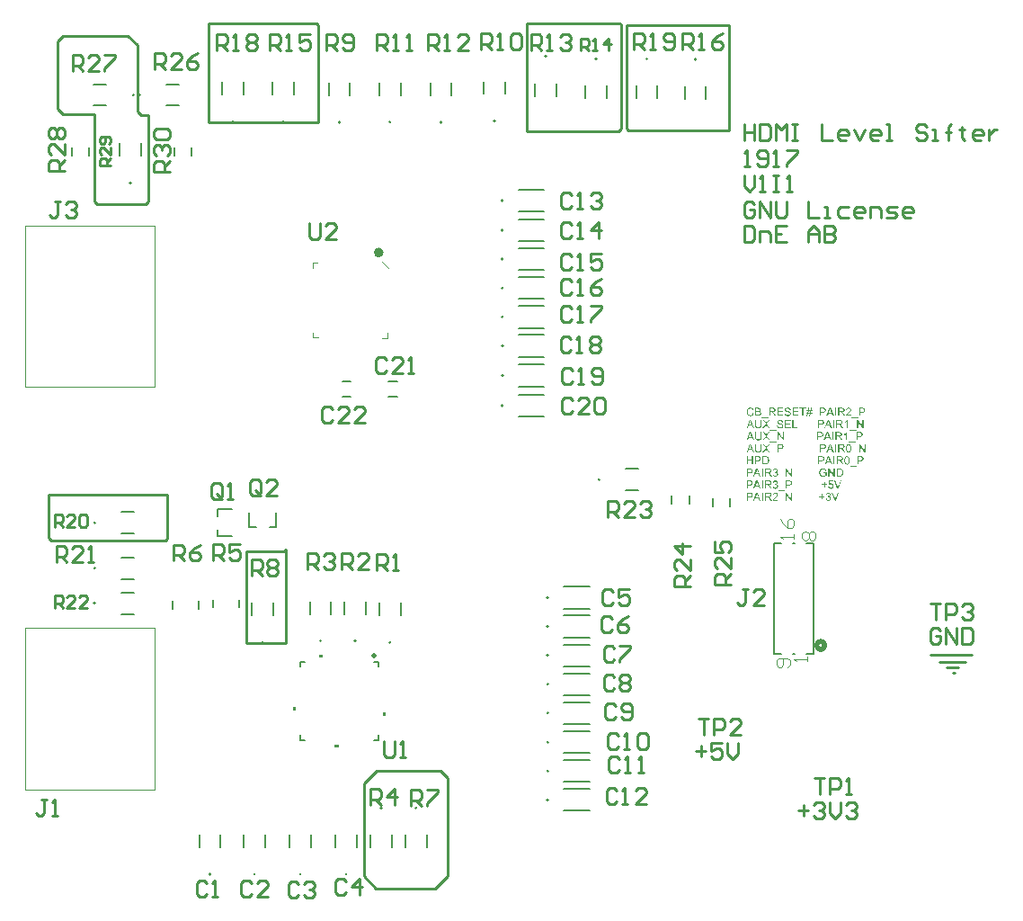
<source format=gto>
G04 Layer_Color=65535*
%FSLAX44Y44*%
%MOMM*%
G71*
G01*
G75*
%ADD24C,0.2540*%
%ADD26C,0.5080*%
%ADD41C,0.1524*%
%ADD42C,0.2000*%
%ADD43C,0.1016*%
%ADD44C,0.0762*%
G36*
X1438684Y787665D02*
X1438872Y787654D01*
X1439072Y787643D01*
X1439261Y787621D01*
X1439427Y787598D01*
X1439449D01*
X1439527Y787576D01*
X1439627Y787554D01*
X1439760Y787521D01*
X1439904Y787465D01*
X1440060Y787399D01*
X1440226Y787321D01*
X1440371Y787232D01*
X1440393Y787221D01*
X1440437Y787188D01*
X1440504Y787121D01*
X1440593Y787044D01*
X1440693Y786944D01*
X1440793Y786810D01*
X1440903Y786666D01*
X1440992Y786500D01*
X1441003Y786477D01*
X1441026Y786422D01*
X1441070Y786322D01*
X1441114Y786189D01*
X1441148Y786033D01*
X1441192Y785856D01*
X1441214Y785656D01*
X1441225Y785445D01*
Y785434D01*
Y785401D01*
Y785356D01*
X1441214Y785279D01*
X1441203Y785201D01*
X1441192Y785101D01*
X1441170Y784990D01*
X1441148Y784868D01*
X1441070Y784613D01*
X1441026Y784479D01*
X1440959Y784335D01*
X1440881Y784191D01*
X1440804Y784058D01*
X1440704Y783924D01*
X1440593Y783791D01*
X1440582Y783780D01*
X1440559Y783758D01*
X1440526Y783725D01*
X1440471Y783691D01*
X1440404Y783636D01*
X1440315Y783580D01*
X1440204Y783514D01*
X1440082Y783458D01*
X1439938Y783392D01*
X1439771Y783325D01*
X1439594Y783270D01*
X1439383Y783225D01*
X1439161Y783181D01*
X1438917Y783148D01*
X1438639Y783125D01*
X1438351Y783114D01*
X1436386D01*
Y779995D01*
X1435365D01*
Y787676D01*
X1438517D01*
X1438684Y787665D01*
D02*
G37*
G36*
X1419337D02*
X1419436D01*
X1419670Y787654D01*
X1419914Y787621D01*
X1420180Y787587D01*
X1420424Y787532D01*
X1420547Y787499D01*
X1420646Y787465D01*
X1420658D01*
X1420669Y787454D01*
X1420735Y787421D01*
X1420835Y787376D01*
X1420957Y787299D01*
X1421090Y787199D01*
X1421235Y787066D01*
X1421368Y786910D01*
X1421501Y786733D01*
Y786722D01*
X1421512Y786711D01*
X1421557Y786644D01*
X1421601Y786533D01*
X1421668Y786389D01*
X1421723Y786222D01*
X1421779Y786022D01*
X1421812Y785811D01*
X1421823Y785578D01*
Y785567D01*
Y785545D01*
Y785501D01*
X1421812Y785445D01*
Y785367D01*
X1421801Y785290D01*
X1421756Y785101D01*
X1421690Y784879D01*
X1421601Y784646D01*
X1421468Y784413D01*
X1421379Y784302D01*
X1421290Y784191D01*
X1421279Y784180D01*
X1421268Y784169D01*
X1421235Y784135D01*
X1421190Y784102D01*
X1421135Y784058D01*
X1421068Y784013D01*
X1420979Y783958D01*
X1420891Y783891D01*
X1420780Y783836D01*
X1420658Y783780D01*
X1420524Y783714D01*
X1420380Y783658D01*
X1420213Y783614D01*
X1420047Y783558D01*
X1419858Y783525D01*
X1419659Y783492D01*
X1419681Y783480D01*
X1419725Y783458D01*
X1419792Y783414D01*
X1419881Y783370D01*
X1420080Y783247D01*
X1420180Y783170D01*
X1420269Y783103D01*
X1420291Y783081D01*
X1420347Y783025D01*
X1420435Y782937D01*
X1420547Y782826D01*
X1420669Y782670D01*
X1420813Y782504D01*
X1420957Y782304D01*
X1421113Y782082D01*
X1422433Y779995D01*
X1421168D01*
X1420158Y781593D01*
Y781605D01*
X1420136Y781627D01*
X1420114Y781660D01*
X1420080Y781704D01*
X1420003Y781827D01*
X1419903Y781982D01*
X1419781Y782149D01*
X1419659Y782326D01*
X1419536Y782493D01*
X1419425Y782648D01*
X1419414Y782659D01*
X1419381Y782703D01*
X1419326Y782770D01*
X1419248Y782848D01*
X1419081Y783014D01*
X1418992Y783092D01*
X1418904Y783159D01*
X1418893Y783170D01*
X1418870Y783181D01*
X1418826Y783203D01*
X1418759Y783236D01*
X1418693Y783270D01*
X1418615Y783303D01*
X1418438Y783358D01*
X1418426D01*
X1418404Y783370D01*
X1418360D01*
X1418304Y783381D01*
X1418227Y783392D01*
X1418138D01*
X1418016Y783403D01*
X1416706D01*
Y779995D01*
X1415685D01*
Y787676D01*
X1419248D01*
X1419337Y787665D01*
D02*
G37*
G36*
X1413875Y779995D02*
X1412854D01*
Y787676D01*
X1413875D01*
Y779995D01*
D02*
G37*
G36*
X1336976D02*
X1335955D01*
Y783614D01*
X1331981D01*
Y779995D01*
X1330960D01*
Y787676D01*
X1331981D01*
Y784524D01*
X1335955D01*
Y787676D01*
X1336976D01*
Y779995D01*
D02*
G37*
G36*
X1427240Y799080D02*
X1427384Y799058D01*
X1427551Y799025D01*
X1427728Y798980D01*
X1427917Y798925D01*
X1428094Y798836D01*
X1428105D01*
X1428116Y798825D01*
X1428172Y798792D01*
X1428261Y798736D01*
X1428372Y798658D01*
X1428494Y798547D01*
X1428627Y798425D01*
X1428749Y798281D01*
X1428871Y798114D01*
X1428882Y798092D01*
X1428927Y798037D01*
X1428971Y797937D01*
X1429049Y797793D01*
X1429115Y797626D01*
X1429204Y797437D01*
X1429282Y797215D01*
X1429349Y796971D01*
Y796960D01*
X1429360Y796938D01*
X1429371Y796905D01*
X1429382Y796849D01*
X1429393Y796783D01*
X1429404Y796705D01*
X1429426Y796605D01*
X1429437Y796494D01*
X1429460Y796372D01*
X1429471Y796239D01*
X1429482Y796083D01*
X1429504Y795928D01*
X1429515Y795750D01*
Y795573D01*
X1429526Y795373D01*
Y795162D01*
Y795151D01*
Y795106D01*
Y795029D01*
Y794940D01*
X1429515Y794818D01*
Y794685D01*
X1429504Y794540D01*
X1429493Y794385D01*
X1429460Y794030D01*
X1429404Y793663D01*
X1429337Y793308D01*
X1429293Y793142D01*
X1429238Y792975D01*
Y792964D01*
X1429227Y792942D01*
X1429204Y792897D01*
X1429182Y792842D01*
X1429160Y792764D01*
X1429115Y792687D01*
X1429027Y792498D01*
X1428916Y792298D01*
X1428771Y792076D01*
X1428605Y791876D01*
X1428405Y791688D01*
X1428394D01*
X1428383Y791665D01*
X1428350Y791643D01*
X1428305Y791621D01*
X1428250Y791588D01*
X1428194Y791543D01*
X1428028Y791466D01*
X1427828Y791388D01*
X1427595Y791310D01*
X1427317Y791266D01*
X1427018Y791244D01*
X1426907D01*
X1426829Y791255D01*
X1426740Y791266D01*
X1426629Y791288D01*
X1426507Y791310D01*
X1426374Y791344D01*
X1426241Y791388D01*
X1426096Y791432D01*
X1425952Y791499D01*
X1425808Y791577D01*
X1425663Y791665D01*
X1425519Y791776D01*
X1425386Y791898D01*
X1425264Y792032D01*
X1425253Y792043D01*
X1425231Y792076D01*
X1425197Y792132D01*
X1425142Y792220D01*
X1425086Y792320D01*
X1425031Y792454D01*
X1424953Y792609D01*
X1424886Y792786D01*
X1424820Y792986D01*
X1424753Y793219D01*
X1424687Y793475D01*
X1424631Y793763D01*
X1424576Y794074D01*
X1424542Y794407D01*
X1424520Y794773D01*
X1424509Y795162D01*
Y795173D01*
Y795217D01*
Y795295D01*
Y795384D01*
X1424520Y795506D01*
Y795639D01*
X1424531Y795783D01*
X1424542Y795950D01*
X1424576Y796294D01*
X1424631Y796660D01*
X1424698Y797027D01*
X1424742Y797193D01*
X1424787Y797360D01*
Y797371D01*
X1424798Y797393D01*
X1424820Y797437D01*
X1424842Y797493D01*
X1424864Y797570D01*
X1424909Y797648D01*
X1424998Y797837D01*
X1425108Y798037D01*
X1425253Y798248D01*
X1425419Y798458D01*
X1425619Y798636D01*
X1425630D01*
X1425641Y798658D01*
X1425675Y798680D01*
X1425719Y798703D01*
X1425775Y798747D01*
X1425841Y798780D01*
X1426008Y798869D01*
X1426207Y798947D01*
X1426440Y799025D01*
X1426718Y799069D01*
X1427018Y799091D01*
X1427118D01*
X1427240Y799080D01*
D02*
G37*
G36*
X1436120Y789246D02*
X1429870D01*
Y789923D01*
X1436120D01*
Y789246D01*
D02*
G37*
G36*
X1359120D02*
X1352871D01*
Y789923D01*
X1359120D01*
Y789246D01*
D02*
G37*
G36*
X1425763Y787698D02*
X1425908Y787676D01*
X1426074Y787643D01*
X1426252Y787598D01*
X1426440Y787543D01*
X1426618Y787454D01*
X1426629D01*
X1426640Y787443D01*
X1426696Y787410D01*
X1426785Y787354D01*
X1426896Y787277D01*
X1427018Y787166D01*
X1427151Y787044D01*
X1427273Y786899D01*
X1427395Y786733D01*
X1427406Y786711D01*
X1427451Y786655D01*
X1427495Y786555D01*
X1427573Y786411D01*
X1427639Y786244D01*
X1427728Y786056D01*
X1427806Y785834D01*
X1427872Y785589D01*
Y785578D01*
X1427883Y785556D01*
X1427895Y785523D01*
X1427906Y785467D01*
X1427917Y785401D01*
X1427928Y785323D01*
X1427950Y785223D01*
X1427961Y785112D01*
X1427983Y784990D01*
X1427995Y784857D01*
X1428006Y784701D01*
X1428028Y784546D01*
X1428039Y784368D01*
Y784191D01*
X1428050Y783991D01*
Y783780D01*
Y783769D01*
Y783725D01*
Y783647D01*
Y783558D01*
X1428039Y783436D01*
Y783303D01*
X1428028Y783159D01*
X1428017Y783003D01*
X1427983Y782648D01*
X1427928Y782282D01*
X1427861Y781926D01*
X1427817Y781760D01*
X1427761Y781593D01*
Y781582D01*
X1427750Y781560D01*
X1427728Y781516D01*
X1427706Y781460D01*
X1427684Y781383D01*
X1427639Y781305D01*
X1427551Y781116D01*
X1427440Y780916D01*
X1427295Y780694D01*
X1427129Y780495D01*
X1426929Y780306D01*
X1426918D01*
X1426907Y780284D01*
X1426873Y780262D01*
X1426829Y780239D01*
X1426774Y780206D01*
X1426718Y780162D01*
X1426552Y780084D01*
X1426352Y780006D01*
X1426119Y779929D01*
X1425841Y779884D01*
X1425541Y779862D01*
X1425430D01*
X1425353Y779873D01*
X1425264Y779884D01*
X1425153Y779906D01*
X1425031Y779929D01*
X1424898Y779962D01*
X1424764Y780006D01*
X1424620Y780051D01*
X1424476Y780117D01*
X1424332Y780195D01*
X1424187Y780284D01*
X1424043Y780395D01*
X1423910Y780517D01*
X1423788Y780650D01*
X1423777Y780661D01*
X1423754Y780694D01*
X1423721Y780750D01*
X1423665Y780839D01*
X1423610Y780939D01*
X1423555Y781072D01*
X1423477Y781227D01*
X1423410Y781405D01*
X1423344Y781605D01*
X1423277Y781838D01*
X1423210Y782093D01*
X1423155Y782382D01*
X1423099Y782692D01*
X1423066Y783025D01*
X1423044Y783392D01*
X1423033Y783780D01*
Y783791D01*
Y783836D01*
Y783913D01*
Y784002D01*
X1423044Y784124D01*
Y784257D01*
X1423055Y784402D01*
X1423066Y784568D01*
X1423099Y784912D01*
X1423155Y785279D01*
X1423221Y785645D01*
X1423266Y785811D01*
X1423310Y785978D01*
Y785989D01*
X1423321Y786011D01*
X1423344Y786056D01*
X1423366Y786111D01*
X1423388Y786189D01*
X1423432Y786266D01*
X1423521Y786455D01*
X1423632Y786655D01*
X1423777Y786866D01*
X1423943Y787077D01*
X1424143Y787254D01*
X1424154D01*
X1424165Y787277D01*
X1424198Y787299D01*
X1424243Y787321D01*
X1424298Y787365D01*
X1424365Y787399D01*
X1424531Y787487D01*
X1424731Y787565D01*
X1424964Y787643D01*
X1425242Y787687D01*
X1425541Y787710D01*
X1425641D01*
X1425763Y787698D01*
D02*
G37*
G36*
X1434643Y777864D02*
X1428394D01*
Y778541D01*
X1434643D01*
Y777864D01*
D02*
G37*
G36*
X1403375Y776317D02*
X1403464D01*
X1403675Y776294D01*
X1403908Y776261D01*
X1404152Y776206D01*
X1404418Y776139D01*
X1404674Y776050D01*
X1404685D01*
X1404707Y776039D01*
X1404740Y776028D01*
X1404785Y776006D01*
X1404907Y775939D01*
X1405062Y775862D01*
X1405229Y775751D01*
X1405406Y775617D01*
X1405573Y775473D01*
X1405728Y775295D01*
X1405750Y775273D01*
X1405795Y775207D01*
X1405862Y775107D01*
X1405950Y774962D01*
X1406039Y774785D01*
X1406139Y774563D01*
X1406239Y774319D01*
X1406317Y774041D01*
X1405395Y773797D01*
Y773808D01*
X1405384Y773819D01*
X1405373Y773852D01*
X1405362Y773897D01*
X1405329Y773997D01*
X1405284Y774130D01*
X1405218Y774285D01*
X1405140Y774430D01*
X1405062Y774585D01*
X1404962Y774718D01*
X1404951Y774729D01*
X1404918Y774774D01*
X1404851Y774829D01*
X1404774Y774907D01*
X1404674Y774996D01*
X1404541Y775085D01*
X1404396Y775173D01*
X1404230Y775251D01*
X1404208Y775262D01*
X1404152Y775284D01*
X1404052Y775318D01*
X1403919Y775362D01*
X1403764Y775395D01*
X1403586Y775429D01*
X1403386Y775451D01*
X1403175Y775462D01*
X1403053D01*
X1402998Y775451D01*
X1402931D01*
X1402765Y775440D01*
X1402576Y775406D01*
X1402365Y775373D01*
X1402165Y775318D01*
X1401965Y775240D01*
X1401943Y775229D01*
X1401877Y775207D01*
X1401788Y775151D01*
X1401677Y775096D01*
X1401544Y775007D01*
X1401399Y774918D01*
X1401266Y774807D01*
X1401144Y774685D01*
X1401133Y774674D01*
X1401089Y774630D01*
X1401033Y774552D01*
X1400966Y774463D01*
X1400889Y774352D01*
X1400811Y774219D01*
X1400733Y774074D01*
X1400656Y773919D01*
Y773908D01*
X1400645Y773886D01*
X1400633Y773852D01*
X1400611Y773797D01*
X1400589Y773730D01*
X1400567Y773653D01*
X1400533Y773564D01*
X1400511Y773464D01*
X1400456Y773231D01*
X1400411Y772964D01*
X1400378Y772687D01*
X1400367Y772376D01*
Y772365D01*
Y772332D01*
Y772276D01*
X1400378Y772210D01*
Y772121D01*
X1400389Y772010D01*
X1400400Y771899D01*
X1400411Y771777D01*
X1400456Y771499D01*
X1400511Y771211D01*
X1400600Y770922D01*
X1400711Y770645D01*
Y770633D01*
X1400733Y770611D01*
X1400744Y770578D01*
X1400778Y770534D01*
X1400855Y770412D01*
X1400977Y770256D01*
X1401122Y770090D01*
X1401299Y769923D01*
X1401510Y769768D01*
X1401743Y769623D01*
X1401754D01*
X1401777Y769612D01*
X1401810Y769590D01*
X1401866Y769568D01*
X1401921Y769546D01*
X1401999Y769524D01*
X1402176Y769457D01*
X1402398Y769401D01*
X1402643Y769346D01*
X1402909Y769302D01*
X1403186Y769290D01*
X1403297D01*
X1403364Y769302D01*
X1403431D01*
X1403597Y769324D01*
X1403797Y769346D01*
X1404008Y769390D01*
X1404241Y769457D01*
X1404474Y769535D01*
X1404485D01*
X1404507Y769546D01*
X1404530Y769557D01*
X1404574Y769579D01*
X1404696Y769635D01*
X1404829Y769701D01*
X1404985Y769779D01*
X1405151Y769868D01*
X1405307Y769967D01*
X1405440Y770079D01*
Y771522D01*
X1403175D01*
Y772432D01*
X1406439D01*
Y769579D01*
X1406427Y769568D01*
X1406405Y769557D01*
X1406361Y769524D01*
X1406305Y769479D01*
X1406239Y769435D01*
X1406161Y769379D01*
X1406061Y769313D01*
X1405961Y769246D01*
X1405728Y769102D01*
X1405462Y768946D01*
X1405184Y768802D01*
X1404885Y768680D01*
X1404874D01*
X1404851Y768669D01*
X1404807Y768658D01*
X1404751Y768636D01*
X1404674Y768613D01*
X1404585Y768580D01*
X1404485Y768558D01*
X1404385Y768536D01*
X1404141Y768480D01*
X1403864Y768425D01*
X1403564Y768391D01*
X1403253Y768380D01*
X1403142D01*
X1403064Y768391D01*
X1402964D01*
X1402842Y768402D01*
X1402709Y768425D01*
X1402565Y768436D01*
X1402243Y768502D01*
X1401899Y768580D01*
X1401544Y768702D01*
X1401366Y768769D01*
X1401188Y768858D01*
X1401177Y768869D01*
X1401144Y768880D01*
X1401100Y768913D01*
X1401033Y768946D01*
X1400955Y769002D01*
X1400878Y769057D01*
X1400667Y769213D01*
X1400445Y769413D01*
X1400212Y769657D01*
X1399990Y769934D01*
X1399790Y770256D01*
Y770267D01*
X1399768Y770301D01*
X1399745Y770345D01*
X1399712Y770423D01*
X1399679Y770500D01*
X1399646Y770611D01*
X1399601Y770722D01*
X1399557Y770855D01*
X1399512Y771000D01*
X1399468Y771166D01*
X1399435Y771333D01*
X1399401Y771510D01*
X1399346Y771899D01*
X1399324Y772310D01*
Y772321D01*
Y772365D01*
Y772421D01*
X1399335Y772498D01*
Y772598D01*
X1399346Y772720D01*
X1399368Y772842D01*
X1399379Y772987D01*
X1399413Y773142D01*
X1399435Y773309D01*
X1399523Y773664D01*
X1399635Y774030D01*
X1399790Y774396D01*
X1399801Y774408D01*
X1399812Y774441D01*
X1399834Y774485D01*
X1399879Y774552D01*
X1399923Y774641D01*
X1399979Y774729D01*
X1400134Y774940D01*
X1400323Y775184D01*
X1400556Y775417D01*
X1400822Y775651D01*
X1400977Y775751D01*
X1401133Y775850D01*
X1401144Y775862D01*
X1401177Y775873D01*
X1401222Y775895D01*
X1401288Y775928D01*
X1401377Y775961D01*
X1401477Y776006D01*
X1401588Y776050D01*
X1401721Y776095D01*
X1401866Y776139D01*
X1402021Y776172D01*
X1402187Y776217D01*
X1402365Y776250D01*
X1402753Y776305D01*
X1402953Y776328D01*
X1403309D01*
X1403375Y776317D01*
D02*
G37*
G36*
X1341993Y787665D02*
X1342182Y787654D01*
X1342382Y787643D01*
X1342570Y787621D01*
X1342737Y787598D01*
X1342759D01*
X1342837Y787576D01*
X1342937Y787554D01*
X1343070Y787521D01*
X1343214Y787465D01*
X1343370Y787399D01*
X1343536Y787321D01*
X1343680Y787232D01*
X1343703Y787221D01*
X1343747Y787188D01*
X1343814Y787121D01*
X1343902Y787044D01*
X1344002Y786944D01*
X1344102Y786810D01*
X1344213Y786666D01*
X1344302Y786500D01*
X1344313Y786477D01*
X1344335Y786422D01*
X1344380Y786322D01*
X1344424Y786189D01*
X1344457Y786033D01*
X1344502Y785856D01*
X1344524Y785656D01*
X1344535Y785445D01*
Y785434D01*
Y785401D01*
Y785356D01*
X1344524Y785279D01*
X1344513Y785201D01*
X1344502Y785101D01*
X1344480Y784990D01*
X1344457Y784868D01*
X1344380Y784613D01*
X1344335Y784479D01*
X1344269Y784335D01*
X1344191Y784191D01*
X1344113Y784058D01*
X1344013Y783924D01*
X1343902Y783791D01*
X1343891Y783780D01*
X1343869Y783758D01*
X1343836Y783725D01*
X1343780Y783691D01*
X1343714Y783636D01*
X1343625Y783580D01*
X1343514Y783514D01*
X1343392Y783458D01*
X1343248Y783392D01*
X1343081Y783325D01*
X1342903Y783270D01*
X1342693Y783225D01*
X1342471Y783181D01*
X1342226Y783148D01*
X1341949Y783125D01*
X1341660Y783114D01*
X1339695D01*
Y779995D01*
X1338674D01*
Y787676D01*
X1341827D01*
X1341993Y787665D01*
D02*
G37*
G36*
X1411866Y779995D02*
X1410712D01*
X1409813Y782326D01*
X1406594D01*
X1405762Y779995D01*
X1404685D01*
X1407615Y787676D01*
X1408725D01*
X1411866Y779995D01*
D02*
G37*
G36*
X1401688Y787665D02*
X1401877Y787654D01*
X1402076Y787643D01*
X1402265Y787621D01*
X1402432Y787598D01*
X1402454D01*
X1402531Y787576D01*
X1402631Y787554D01*
X1402765Y787521D01*
X1402909Y787465D01*
X1403064Y787399D01*
X1403231Y787321D01*
X1403375Y787232D01*
X1403397Y787221D01*
X1403442Y787188D01*
X1403508Y787121D01*
X1403597Y787044D01*
X1403697Y786944D01*
X1403797Y786810D01*
X1403908Y786666D01*
X1403997Y786500D01*
X1404008Y786477D01*
X1404030Y786422D01*
X1404074Y786322D01*
X1404119Y786189D01*
X1404152Y786033D01*
X1404196Y785856D01*
X1404219Y785656D01*
X1404230Y785445D01*
Y785434D01*
Y785401D01*
Y785356D01*
X1404219Y785279D01*
X1404208Y785201D01*
X1404196Y785101D01*
X1404174Y784990D01*
X1404152Y784868D01*
X1404074Y784613D01*
X1404030Y784479D01*
X1403963Y784335D01*
X1403886Y784191D01*
X1403808Y784058D01*
X1403708Y783924D01*
X1403597Y783791D01*
X1403586Y783780D01*
X1403564Y783758D01*
X1403530Y783725D01*
X1403475Y783691D01*
X1403408Y783636D01*
X1403320Y783580D01*
X1403209Y783514D01*
X1403087Y783458D01*
X1402942Y783392D01*
X1402776Y783325D01*
X1402598Y783270D01*
X1402387Y783225D01*
X1402165Y783181D01*
X1401921Y783148D01*
X1401644Y783125D01*
X1401355Y783114D01*
X1399390D01*
Y779995D01*
X1398369D01*
Y787676D01*
X1401521D01*
X1401688Y787665D01*
D02*
G37*
G36*
X1348986D02*
X1349208Y787654D01*
X1349430Y787632D01*
X1349652Y787598D01*
X1349841Y787565D01*
X1349852D01*
X1349874Y787554D01*
X1349907D01*
X1349952Y787532D01*
X1350074Y787499D01*
X1350229Y787443D01*
X1350407Y787365D01*
X1350596Y787265D01*
X1350784Y787154D01*
X1350962Y787010D01*
X1350973Y786999D01*
X1350984Y786988D01*
X1351017Y786955D01*
X1351062Y786921D01*
X1351173Y786810D01*
X1351306Y786655D01*
X1351450Y786466D01*
X1351606Y786244D01*
X1351750Y785989D01*
X1351872Y785700D01*
Y785689D01*
X1351883Y785667D01*
X1351905Y785623D01*
X1351916Y785556D01*
X1351950Y785478D01*
X1351972Y785390D01*
X1351994Y785290D01*
X1352027Y785168D01*
X1352061Y785045D01*
X1352083Y784901D01*
X1352138Y784590D01*
X1352172Y784246D01*
X1352183Y783869D01*
Y783858D01*
Y783836D01*
Y783780D01*
Y783725D01*
X1352172Y783647D01*
Y783558D01*
X1352161Y783347D01*
X1352127Y783103D01*
X1352094Y782848D01*
X1352039Y782581D01*
X1351972Y782315D01*
Y782304D01*
X1351961Y782282D01*
X1351950Y782248D01*
X1351939Y782204D01*
X1351894Y782082D01*
X1351828Y781926D01*
X1351761Y781749D01*
X1351672Y781571D01*
X1351561Y781383D01*
X1351450Y781205D01*
X1351439Y781183D01*
X1351395Y781127D01*
X1351328Y781050D01*
X1351239Y780950D01*
X1351139Y780839D01*
X1351017Y780728D01*
X1350895Y780606D01*
X1350751Y780506D01*
X1350729Y780495D01*
X1350684Y780461D01*
X1350607Y780417D01*
X1350496Y780361D01*
X1350363Y780295D01*
X1350207Y780239D01*
X1350029Y780173D01*
X1349830Y780117D01*
X1349807D01*
X1349774Y780106D01*
X1349741Y780095D01*
X1349630Y780084D01*
X1349474Y780062D01*
X1349297Y780040D01*
X1349086Y780017D01*
X1348853Y780006D01*
X1348598Y779995D01*
X1345834D01*
Y787676D01*
X1348786D01*
X1348986Y787665D01*
D02*
G37*
G36*
X1359120Y800627D02*
X1352871D01*
Y801304D01*
X1359120D01*
Y800627D01*
D02*
G37*
G36*
X1350085Y795406D02*
X1352960Y791377D01*
X1351705D01*
X1349763Y794107D01*
X1349752Y794118D01*
X1349730Y794152D01*
X1349708Y794196D01*
X1349663Y794252D01*
X1349563Y794407D01*
X1349452Y794574D01*
X1349441Y794563D01*
X1349408Y794518D01*
X1349364Y794452D01*
X1349308Y794363D01*
X1349186Y794185D01*
X1349130Y794107D01*
X1349086Y794041D01*
X1347144Y791377D01*
X1345923D01*
X1348886Y795351D01*
X1346267Y799058D01*
X1347477D01*
X1348875Y797082D01*
Y797071D01*
X1348897Y797060D01*
X1348920Y797027D01*
X1348953Y796982D01*
X1349019Y796871D01*
X1349119Y796738D01*
X1349219Y796583D01*
X1349319Y796427D01*
X1349408Y796283D01*
X1349486Y796150D01*
X1349497Y796172D01*
X1349530Y796216D01*
X1349586Y796305D01*
X1349663Y796416D01*
X1349752Y796538D01*
X1349863Y796694D01*
X1349974Y796849D01*
X1350107Y797016D01*
X1351639Y799058D01*
X1352749D01*
X1350085Y795406D01*
D02*
G37*
G36*
X1442879Y791377D02*
X1441825D01*
X1437807Y797404D01*
Y791377D01*
X1436830D01*
Y799058D01*
X1437873D01*
X1441902Y793020D01*
Y799058D01*
X1442879D01*
Y791377D01*
D02*
G37*
G36*
X1433722Y800627D02*
X1427473D01*
Y801304D01*
X1433722D01*
Y800627D01*
D02*
G37*
G36*
X1410945Y802759D02*
X1409791D01*
X1408892Y805090D01*
X1405673D01*
X1404840Y802759D01*
X1403764D01*
X1406694Y810440D01*
X1407804D01*
X1410945Y802759D01*
D02*
G37*
G36*
X1400767Y810429D02*
X1400955Y810417D01*
X1401155Y810406D01*
X1401344Y810384D01*
X1401510Y810362D01*
X1401532D01*
X1401610Y810340D01*
X1401710Y810318D01*
X1401843Y810284D01*
X1401988Y810229D01*
X1402143Y810162D01*
X1402310Y810085D01*
X1402454Y809996D01*
X1402476Y809985D01*
X1402520Y809951D01*
X1402587Y809885D01*
X1402676Y809807D01*
X1402776Y809707D01*
X1402876Y809574D01*
X1402987Y809430D01*
X1403075Y809263D01*
X1403087Y809241D01*
X1403109Y809185D01*
X1403153Y809085D01*
X1403197Y808952D01*
X1403231Y808797D01*
X1403275Y808619D01*
X1403297Y808419D01*
X1403309Y808209D01*
Y808197D01*
Y808164D01*
Y808120D01*
X1403297Y808042D01*
X1403286Y807964D01*
X1403275Y807865D01*
X1403253Y807754D01*
X1403231Y807631D01*
X1403153Y807376D01*
X1403109Y807243D01*
X1403042Y807099D01*
X1402964Y806954D01*
X1402887Y806821D01*
X1402787Y806688D01*
X1402676Y806555D01*
X1402665Y806544D01*
X1402643Y806521D01*
X1402609Y806488D01*
X1402554Y806455D01*
X1402487Y806399D01*
X1402398Y806344D01*
X1402287Y806277D01*
X1402165Y806222D01*
X1402021Y806155D01*
X1401854Y806088D01*
X1401677Y806033D01*
X1401466Y805989D01*
X1401244Y805944D01*
X1401000Y805911D01*
X1400722Y805889D01*
X1400434Y805878D01*
X1398469D01*
Y802759D01*
X1397448D01*
Y810440D01*
X1400600D01*
X1400767Y810429D01*
D02*
G37*
G36*
X1338142Y802759D02*
X1336987D01*
X1336088Y805090D01*
X1332869D01*
X1332037Y802759D01*
X1330960D01*
X1333890Y810440D01*
X1335000D01*
X1338142Y802759D01*
D02*
G37*
G36*
X1403164Y799047D02*
X1403353Y799036D01*
X1403553Y799025D01*
X1403741Y799002D01*
X1403908Y798980D01*
X1403930D01*
X1404008Y798958D01*
X1404108Y798936D01*
X1404241Y798903D01*
X1404385Y798847D01*
X1404541Y798780D01*
X1404707Y798703D01*
X1404851Y798614D01*
X1404874Y798603D01*
X1404918Y798569D01*
X1404985Y798503D01*
X1405073Y798425D01*
X1405173Y798325D01*
X1405273Y798192D01*
X1405384Y798048D01*
X1405473Y797881D01*
X1405484Y797859D01*
X1405506Y797804D01*
X1405551Y797704D01*
X1405595Y797570D01*
X1405628Y797415D01*
X1405673Y797237D01*
X1405695Y797038D01*
X1405706Y796827D01*
Y796816D01*
Y796783D01*
Y796738D01*
X1405695Y796660D01*
X1405684Y796583D01*
X1405673Y796483D01*
X1405651Y796372D01*
X1405628Y796250D01*
X1405551Y795994D01*
X1405506Y795861D01*
X1405440Y795717D01*
X1405362Y795573D01*
X1405284Y795439D01*
X1405184Y795306D01*
X1405073Y795173D01*
X1405062Y795162D01*
X1405040Y795140D01*
X1405007Y795106D01*
X1404951Y795073D01*
X1404885Y795018D01*
X1404796Y794962D01*
X1404685Y794895D01*
X1404563Y794840D01*
X1404418Y794773D01*
X1404252Y794707D01*
X1404074Y794651D01*
X1403864Y794607D01*
X1403642Y794563D01*
X1403397Y794529D01*
X1403120Y794507D01*
X1402831Y794496D01*
X1400867D01*
Y791377D01*
X1399845D01*
Y799058D01*
X1402998D01*
X1403164Y799047D01*
D02*
G37*
G36*
X1363161D02*
X1363349Y799036D01*
X1363549Y799025D01*
X1363738Y799002D01*
X1363904Y798980D01*
X1363926D01*
X1364004Y798958D01*
X1364104Y798936D01*
X1364237Y798903D01*
X1364382Y798847D01*
X1364537Y798780D01*
X1364703Y798703D01*
X1364848Y798614D01*
X1364870Y798603D01*
X1364914Y798569D01*
X1364981Y798503D01*
X1365070Y798425D01*
X1365170Y798325D01*
X1365269Y798192D01*
X1365381Y798048D01*
X1365469Y797881D01*
X1365480Y797859D01*
X1365503Y797804D01*
X1365547Y797704D01*
X1365591Y797570D01*
X1365625Y797415D01*
X1365669Y797237D01*
X1365691Y797038D01*
X1365702Y796827D01*
Y796816D01*
Y796783D01*
Y796738D01*
X1365691Y796660D01*
X1365680Y796583D01*
X1365669Y796483D01*
X1365647Y796372D01*
X1365625Y796250D01*
X1365547Y795994D01*
X1365503Y795861D01*
X1365436Y795717D01*
X1365358Y795573D01*
X1365281Y795439D01*
X1365181Y795306D01*
X1365070Y795173D01*
X1365059Y795162D01*
X1365036Y795140D01*
X1365003Y795106D01*
X1364948Y795073D01*
X1364881Y795018D01*
X1364792Y794962D01*
X1364681Y794895D01*
X1364559Y794840D01*
X1364415Y794773D01*
X1364248Y794707D01*
X1364071Y794651D01*
X1363860Y794607D01*
X1363638Y794563D01*
X1363394Y794529D01*
X1363116Y794507D01*
X1362827Y794496D01*
X1360863D01*
Y791377D01*
X1359842D01*
Y799058D01*
X1362994D01*
X1363161Y799047D01*
D02*
G37*
G36*
X1338142Y791377D02*
X1336987D01*
X1336088Y793708D01*
X1332869D01*
X1332037Y791377D01*
X1330960D01*
X1333890Y799058D01*
X1335000D01*
X1338142Y791377D01*
D02*
G37*
G36*
X1413343D02*
X1412188D01*
X1411289Y793708D01*
X1408070D01*
X1407238Y791377D01*
X1406161D01*
X1409091Y799058D01*
X1410202D01*
X1413343Y791377D01*
D02*
G37*
G36*
X1345012Y794618D02*
Y794607D01*
Y794563D01*
Y794507D01*
Y794429D01*
X1345001Y794329D01*
Y794218D01*
X1344990Y794085D01*
X1344979Y793952D01*
X1344946Y793652D01*
X1344901Y793342D01*
X1344835Y793042D01*
X1344790Y792897D01*
X1344746Y792764D01*
Y792753D01*
X1344735Y792731D01*
X1344713Y792698D01*
X1344691Y792653D01*
X1344624Y792531D01*
X1344524Y792376D01*
X1344391Y792198D01*
X1344235Y792021D01*
X1344036Y791832D01*
X1343791Y791665D01*
X1343780D01*
X1343758Y791643D01*
X1343725Y791632D01*
X1343669Y791599D01*
X1343603Y791565D01*
X1343514Y791532D01*
X1343425Y791499D01*
X1343314Y791455D01*
X1343192Y791410D01*
X1343059Y791377D01*
X1342914Y791344D01*
X1342748Y791310D01*
X1342581Y791288D01*
X1342404Y791266D01*
X1342004Y791244D01*
X1341904D01*
X1341827Y791255D01*
X1341738D01*
X1341627Y791266D01*
X1341505Y791277D01*
X1341383Y791288D01*
X1341105Y791332D01*
X1340806Y791399D01*
X1340517Y791488D01*
X1340239Y791610D01*
X1340228D01*
X1340206Y791632D01*
X1340173Y791654D01*
X1340128Y791676D01*
X1340006Y791765D01*
X1339862Y791887D01*
X1339695Y792043D01*
X1339540Y792220D01*
X1339385Y792442D01*
X1339263Y792687D01*
Y792698D01*
X1339252Y792720D01*
X1339241Y792764D01*
X1339218Y792820D01*
X1339196Y792886D01*
X1339174Y792975D01*
X1339141Y793075D01*
X1339118Y793197D01*
X1339096Y793330D01*
X1339063Y793475D01*
X1339041Y793630D01*
X1339019Y793797D01*
X1338996Y793985D01*
X1338985Y794185D01*
X1338974Y794396D01*
Y794618D01*
Y799058D01*
X1339995D01*
Y794618D01*
Y794607D01*
Y794574D01*
Y794518D01*
Y794452D01*
X1340006Y794374D01*
Y794274D01*
X1340017Y794063D01*
X1340040Y793819D01*
X1340073Y793575D01*
X1340117Y793342D01*
X1340139Y793242D01*
X1340173Y793142D01*
X1340184Y793120D01*
X1340206Y793064D01*
X1340262Y792986D01*
X1340328Y792875D01*
X1340406Y792764D01*
X1340517Y792642D01*
X1340650Y792520D01*
X1340806Y792420D01*
X1340828Y792409D01*
X1340883Y792376D01*
X1340983Y792343D01*
X1341116Y792298D01*
X1341272Y792243D01*
X1341472Y792209D01*
X1341682Y792176D01*
X1341915Y792165D01*
X1342027D01*
X1342093Y792176D01*
X1342193D01*
X1342293Y792187D01*
X1342537Y792232D01*
X1342803Y792287D01*
X1343059Y792376D01*
X1343303Y792498D01*
X1343414Y792576D01*
X1343514Y792664D01*
X1343525Y792675D01*
X1343536Y792687D01*
X1343558Y792720D01*
X1343592Y792764D01*
X1343625Y792831D01*
X1343669Y792897D01*
X1343714Y792997D01*
X1343758Y793097D01*
X1343802Y793219D01*
X1343836Y793364D01*
X1343880Y793530D01*
X1343914Y793708D01*
X1343947Y793908D01*
X1343969Y794118D01*
X1343991Y794363D01*
Y794618D01*
Y799058D01*
X1345012D01*
Y794618D01*
D02*
G37*
G36*
X1420813Y799047D02*
X1420913D01*
X1421146Y799036D01*
X1421390Y799002D01*
X1421656Y798969D01*
X1421901Y798914D01*
X1422023Y798880D01*
X1422123Y798847D01*
X1422134D01*
X1422145Y798836D01*
X1422211Y798803D01*
X1422311Y798758D01*
X1422433Y798680D01*
X1422567Y798581D01*
X1422711Y798447D01*
X1422844Y798292D01*
X1422977Y798114D01*
Y798103D01*
X1422988Y798092D01*
X1423033Y798026D01*
X1423077Y797915D01*
X1423144Y797770D01*
X1423199Y797604D01*
X1423255Y797404D01*
X1423288Y797193D01*
X1423299Y796960D01*
Y796949D01*
Y796927D01*
Y796882D01*
X1423288Y796827D01*
Y796749D01*
X1423277Y796672D01*
X1423233Y796483D01*
X1423166Y796261D01*
X1423077Y796028D01*
X1422944Y795795D01*
X1422855Y795684D01*
X1422766Y795573D01*
X1422755Y795562D01*
X1422744Y795550D01*
X1422711Y795517D01*
X1422666Y795484D01*
X1422611Y795439D01*
X1422544Y795395D01*
X1422456Y795340D01*
X1422367Y795273D01*
X1422256Y795217D01*
X1422134Y795162D01*
X1422001Y795095D01*
X1421856Y795040D01*
X1421690Y794995D01*
X1421523Y794940D01*
X1421335Y794907D01*
X1421135Y794873D01*
X1421157Y794862D01*
X1421201Y794840D01*
X1421268Y794796D01*
X1421357Y794751D01*
X1421557Y794629D01*
X1421656Y794551D01*
X1421745Y794485D01*
X1421767Y794463D01*
X1421823Y794407D01*
X1421912Y794318D01*
X1422023Y794207D01*
X1422145Y794052D01*
X1422289Y793885D01*
X1422433Y793686D01*
X1422589Y793464D01*
X1423910Y791377D01*
X1422644D01*
X1421634Y792975D01*
Y792986D01*
X1421612Y793008D01*
X1421590Y793042D01*
X1421557Y793086D01*
X1421479Y793208D01*
X1421379Y793364D01*
X1421257Y793530D01*
X1421135Y793708D01*
X1421013Y793874D01*
X1420902Y794030D01*
X1420891Y794041D01*
X1420857Y794085D01*
X1420802Y794152D01*
X1420724Y794230D01*
X1420558Y794396D01*
X1420469Y794474D01*
X1420380Y794540D01*
X1420369Y794551D01*
X1420347Y794563D01*
X1420302Y794585D01*
X1420236Y794618D01*
X1420169Y794651D01*
X1420091Y794685D01*
X1419914Y794740D01*
X1419903D01*
X1419881Y794751D01*
X1419836D01*
X1419781Y794762D01*
X1419703Y794773D01*
X1419614D01*
X1419492Y794784D01*
X1418182D01*
Y791377D01*
X1417161D01*
Y799058D01*
X1420724D01*
X1420813Y799047D01*
D02*
G37*
G36*
X1415352Y791377D02*
X1414331D01*
Y799058D01*
X1415352D01*
Y791377D01*
D02*
G37*
G36*
X1358266Y776217D02*
X1358410Y776195D01*
X1358587Y776161D01*
X1358787Y776106D01*
X1358987Y776039D01*
X1359187Y775950D01*
X1359198D01*
X1359209Y775939D01*
X1359276Y775906D01*
X1359375Y775839D01*
X1359487Y775762D01*
X1359620Y775651D01*
X1359753Y775528D01*
X1359886Y775384D01*
X1359997Y775218D01*
X1360008Y775196D01*
X1360042Y775140D01*
X1360086Y775040D01*
X1360141Y774918D01*
X1360197Y774774D01*
X1360241Y774607D01*
X1360275Y774419D01*
X1360286Y774230D01*
Y774208D01*
Y774141D01*
X1360275Y774052D01*
X1360252Y773930D01*
X1360219Y773786D01*
X1360164Y773631D01*
X1360097Y773475D01*
X1360008Y773320D01*
X1359997Y773298D01*
X1359964Y773253D01*
X1359897Y773175D01*
X1359808Y773087D01*
X1359697Y772987D01*
X1359564Y772876D01*
X1359409Y772776D01*
X1359220Y772676D01*
X1359231D01*
X1359253Y772665D01*
X1359287Y772654D01*
X1359331Y772643D01*
X1359453Y772598D01*
X1359609Y772532D01*
X1359786Y772443D01*
X1359964Y772332D01*
X1360130Y772188D01*
X1360286Y772021D01*
X1360297Y771999D01*
X1360341Y771932D01*
X1360408Y771821D01*
X1360474Y771677D01*
X1360541Y771499D01*
X1360608Y771288D01*
X1360652Y771044D01*
X1360663Y770778D01*
Y770767D01*
Y770733D01*
Y770678D01*
X1360652Y770611D01*
X1360641Y770523D01*
X1360619Y770423D01*
X1360596Y770312D01*
X1360574Y770190D01*
X1360486Y769923D01*
X1360419Y769779D01*
X1360352Y769646D01*
X1360264Y769501D01*
X1360164Y769357D01*
X1360053Y769213D01*
X1359919Y769080D01*
X1359908Y769069D01*
X1359886Y769046D01*
X1359842Y769013D01*
X1359786Y768969D01*
X1359720Y768913D01*
X1359631Y768858D01*
X1359531Y768791D01*
X1359409Y768736D01*
X1359287Y768669D01*
X1359142Y768602D01*
X1358998Y768547D01*
X1358832Y768491D01*
X1358654Y768447D01*
X1358465Y768414D01*
X1358277Y768391D01*
X1358066Y768380D01*
X1357966D01*
X1357899Y768391D01*
X1357810Y768402D01*
X1357711Y768414D01*
X1357599Y768436D01*
X1357477Y768458D01*
X1357211Y768525D01*
X1356933Y768636D01*
X1356789Y768702D01*
X1356656Y768780D01*
X1356523Y768880D01*
X1356390Y768980D01*
X1356378Y768991D01*
X1356356Y769013D01*
X1356323Y769046D01*
X1356290Y769091D01*
X1356234Y769146D01*
X1356179Y769224D01*
X1356112Y769302D01*
X1356046Y769401D01*
X1355979Y769512D01*
X1355912Y769623D01*
X1355790Y769890D01*
X1355690Y770201D01*
X1355657Y770367D01*
X1355635Y770545D01*
X1356578Y770667D01*
Y770656D01*
X1356589Y770633D01*
X1356600Y770589D01*
X1356612Y770534D01*
X1356623Y770467D01*
X1356645Y770389D01*
X1356700Y770223D01*
X1356778Y770023D01*
X1356878Y769834D01*
X1356989Y769657D01*
X1357122Y769501D01*
X1357144Y769490D01*
X1357189Y769446D01*
X1357278Y769390D01*
X1357389Y769335D01*
X1357522Y769268D01*
X1357688Y769213D01*
X1357877Y769168D01*
X1358077Y769157D01*
X1358143D01*
X1358188Y769168D01*
X1358310Y769180D01*
X1358465Y769213D01*
X1358643Y769268D01*
X1358832Y769346D01*
X1359020Y769457D01*
X1359198Y769612D01*
X1359220Y769635D01*
X1359276Y769701D01*
X1359342Y769801D01*
X1359431Y769934D01*
X1359520Y770101D01*
X1359586Y770289D01*
X1359642Y770511D01*
X1359664Y770756D01*
Y770767D01*
Y770789D01*
Y770822D01*
X1359653Y770867D01*
X1359642Y770989D01*
X1359609Y771133D01*
X1359564Y771311D01*
X1359487Y771488D01*
X1359375Y771666D01*
X1359231Y771832D01*
X1359209Y771854D01*
X1359153Y771899D01*
X1359065Y771965D01*
X1358943Y772043D01*
X1358787Y772121D01*
X1358598Y772188D01*
X1358388Y772232D01*
X1358154Y772254D01*
X1358055D01*
X1357977Y772243D01*
X1357877Y772232D01*
X1357766Y772210D01*
X1357633Y772188D01*
X1357489Y772154D01*
X1357599Y772987D01*
X1357655D01*
X1357699Y772976D01*
X1357844D01*
X1357966Y772998D01*
X1358110Y773020D01*
X1358277Y773053D01*
X1358465Y773109D01*
X1358643Y773186D01*
X1358832Y773286D01*
X1358843D01*
X1358854Y773298D01*
X1358909Y773342D01*
X1358987Y773420D01*
X1359076Y773520D01*
X1359165Y773664D01*
X1359242Y773830D01*
X1359298Y774019D01*
X1359320Y774130D01*
Y774252D01*
Y774263D01*
Y774274D01*
Y774341D01*
X1359298Y774430D01*
X1359276Y774552D01*
X1359231Y774685D01*
X1359176Y774829D01*
X1359087Y774974D01*
X1358965Y775107D01*
X1358954Y775118D01*
X1358898Y775162D01*
X1358820Y775218D01*
X1358721Y775284D01*
X1358587Y775340D01*
X1358432Y775395D01*
X1358254Y775440D01*
X1358055Y775451D01*
X1357966D01*
X1357866Y775429D01*
X1357733Y775406D01*
X1357588Y775362D01*
X1357444Y775307D01*
X1357289Y775218D01*
X1357144Y775107D01*
X1357133Y775096D01*
X1357089Y775040D01*
X1357022Y774962D01*
X1356945Y774852D01*
X1356867Y774707D01*
X1356789Y774530D01*
X1356723Y774319D01*
X1356678Y774074D01*
X1355735Y774241D01*
Y774252D01*
X1355746Y774285D01*
X1355757Y774330D01*
X1355768Y774396D01*
X1355790Y774474D01*
X1355824Y774563D01*
X1355890Y774774D01*
X1356001Y775018D01*
X1356134Y775262D01*
X1356301Y775495D01*
X1356512Y775706D01*
X1356523Y775717D01*
X1356545Y775728D01*
X1356578Y775751D01*
X1356623Y775784D01*
X1356678Y775828D01*
X1356756Y775873D01*
X1356834Y775917D01*
X1356933Y775973D01*
X1357155Y776061D01*
X1357411Y776150D01*
X1357711Y776206D01*
X1357866Y776228D01*
X1358143D01*
X1358266Y776217D01*
D02*
G37*
G36*
X1408115Y753453D02*
X1408259Y753431D01*
X1408437Y753398D01*
X1408636Y753342D01*
X1408836Y753276D01*
X1409036Y753187D01*
X1409047D01*
X1409058Y753176D01*
X1409125Y753142D01*
X1409225Y753076D01*
X1409336Y752998D01*
X1409469Y752887D01*
X1409602Y752765D01*
X1409735Y752621D01*
X1409846Y752454D01*
X1409857Y752432D01*
X1409891Y752377D01*
X1409935Y752277D01*
X1409991Y752155D01*
X1410046Y752010D01*
X1410090Y751844D01*
X1410124Y751655D01*
X1410135Y751466D01*
Y751444D01*
Y751378D01*
X1410124Y751289D01*
X1410102Y751167D01*
X1410068Y751022D01*
X1410013Y750867D01*
X1409946Y750712D01*
X1409857Y750556D01*
X1409846Y750534D01*
X1409813Y750490D01*
X1409746Y750412D01*
X1409658Y750323D01*
X1409547Y750223D01*
X1409413Y750112D01*
X1409258Y750012D01*
X1409069Y749912D01*
X1409080D01*
X1409103Y749901D01*
X1409136Y749890D01*
X1409180Y749879D01*
X1409302Y749835D01*
X1409458Y749768D01*
X1409635Y749679D01*
X1409813Y749568D01*
X1409980Y749424D01*
X1410135Y749258D01*
X1410146Y749235D01*
X1410190Y749169D01*
X1410257Y749058D01*
X1410324Y748913D01*
X1410390Y748736D01*
X1410457Y748525D01*
X1410501Y748281D01*
X1410512Y748014D01*
Y748003D01*
Y747970D01*
Y747915D01*
X1410501Y747848D01*
X1410490Y747759D01*
X1410468Y747659D01*
X1410446Y747548D01*
X1410423Y747426D01*
X1410335Y747160D01*
X1410268Y747015D01*
X1410202Y746882D01*
X1410113Y746738D01*
X1410013Y746594D01*
X1409902Y746449D01*
X1409769Y746316D01*
X1409758Y746305D01*
X1409735Y746283D01*
X1409691Y746249D01*
X1409635Y746205D01*
X1409569Y746150D01*
X1409480Y746094D01*
X1409380Y746028D01*
X1409258Y745972D01*
X1409136Y745905D01*
X1408992Y745839D01*
X1408847Y745783D01*
X1408681Y745728D01*
X1408503Y745683D01*
X1408315Y745650D01*
X1408126Y745628D01*
X1407915Y745617D01*
X1407815D01*
X1407748Y745628D01*
X1407660Y745639D01*
X1407560Y745650D01*
X1407449Y745672D01*
X1407327Y745695D01*
X1407060Y745761D01*
X1406783Y745872D01*
X1406638Y745939D01*
X1406505Y746016D01*
X1406372Y746116D01*
X1406239Y746216D01*
X1406228Y746227D01*
X1406205Y746249D01*
X1406172Y746283D01*
X1406139Y746327D01*
X1406083Y746383D01*
X1406028Y746460D01*
X1405961Y746538D01*
X1405895Y746638D01*
X1405828Y746749D01*
X1405762Y746860D01*
X1405639Y747126D01*
X1405540Y747437D01*
X1405506Y747604D01*
X1405484Y747781D01*
X1406427Y747903D01*
Y747892D01*
X1406439Y747870D01*
X1406450Y747826D01*
X1406461Y747770D01*
X1406472Y747704D01*
X1406494Y747626D01*
X1406550Y747459D01*
X1406627Y747260D01*
X1406727Y747071D01*
X1406838Y746893D01*
X1406971Y746738D01*
X1406994Y746727D01*
X1407038Y746682D01*
X1407127Y746627D01*
X1407238Y746571D01*
X1407371Y746505D01*
X1407538Y746449D01*
X1407726Y746405D01*
X1407926Y746394D01*
X1407993D01*
X1408037Y746405D01*
X1408159Y746416D01*
X1408315Y746449D01*
X1408492Y746505D01*
X1408681Y746582D01*
X1408869Y746693D01*
X1409047Y746849D01*
X1409069Y746871D01*
X1409125Y746938D01*
X1409191Y747038D01*
X1409280Y747171D01*
X1409369Y747337D01*
X1409436Y747526D01*
X1409491Y747748D01*
X1409513Y747992D01*
Y748003D01*
Y748026D01*
Y748059D01*
X1409502Y748103D01*
X1409491Y748225D01*
X1409458Y748370D01*
X1409413Y748547D01*
X1409336Y748725D01*
X1409225Y748902D01*
X1409080Y749069D01*
X1409058Y749091D01*
X1409003Y749135D01*
X1408914Y749202D01*
X1408792Y749280D01*
X1408636Y749357D01*
X1408448Y749424D01*
X1408237Y749468D01*
X1408004Y749491D01*
X1407904D01*
X1407826Y749480D01*
X1407726Y749468D01*
X1407615Y749446D01*
X1407482Y749424D01*
X1407338Y749391D01*
X1407449Y750223D01*
X1407504D01*
X1407549Y750212D01*
X1407693D01*
X1407815Y750234D01*
X1407959Y750257D01*
X1408126Y750290D01*
X1408315Y750345D01*
X1408492Y750423D01*
X1408681Y750523D01*
X1408692D01*
X1408703Y750534D01*
X1408759Y750578D01*
X1408836Y750656D01*
X1408925Y750756D01*
X1409014Y750900D01*
X1409091Y751067D01*
X1409147Y751255D01*
X1409169Y751367D01*
Y751489D01*
Y751500D01*
Y751511D01*
Y751577D01*
X1409147Y751666D01*
X1409125Y751788D01*
X1409080Y751921D01*
X1409025Y752066D01*
X1408936Y752210D01*
X1408814Y752343D01*
X1408803Y752354D01*
X1408747Y752399D01*
X1408670Y752454D01*
X1408570Y752521D01*
X1408437Y752576D01*
X1408281Y752632D01*
X1408104Y752676D01*
X1407904Y752687D01*
X1407815D01*
X1407715Y752665D01*
X1407582Y752643D01*
X1407438Y752599D01*
X1407293Y752543D01*
X1407138Y752454D01*
X1406994Y752343D01*
X1406983Y752332D01*
X1406938Y752277D01*
X1406871Y752199D01*
X1406794Y752088D01*
X1406716Y751944D01*
X1406638Y751766D01*
X1406572Y751555D01*
X1406527Y751311D01*
X1405584Y751478D01*
Y751489D01*
X1405595Y751522D01*
X1405606Y751566D01*
X1405617Y751633D01*
X1405639Y751711D01*
X1405673Y751799D01*
X1405739Y752010D01*
X1405850Y752254D01*
X1405983Y752499D01*
X1406150Y752732D01*
X1406361Y752943D01*
X1406372Y752954D01*
X1406394Y752965D01*
X1406427Y752987D01*
X1406472Y753020D01*
X1406527Y753065D01*
X1406605Y753109D01*
X1406683Y753154D01*
X1406783Y753209D01*
X1407005Y753298D01*
X1407260Y753387D01*
X1407560Y753442D01*
X1407715Y753464D01*
X1407993D01*
X1408115Y753453D01*
D02*
G37*
G36*
X1373994Y745750D02*
X1372939D01*
X1368921Y751777D01*
Y745750D01*
X1367944D01*
Y753431D01*
X1368988D01*
X1373017Y747393D01*
Y753431D01*
X1373994D01*
Y745750D01*
D02*
G37*
G36*
X1402321Y749979D02*
X1404407D01*
Y749102D01*
X1402321D01*
Y746993D01*
X1401433D01*
Y749102D01*
X1399346D01*
Y749979D01*
X1401433D01*
Y752066D01*
X1402321D01*
Y749979D01*
D02*
G37*
G36*
X1367234Y755001D02*
X1360985D01*
Y755678D01*
X1367234D01*
Y755001D01*
D02*
G37*
G36*
X1346466Y757132D02*
X1345445D01*
Y764813D01*
X1346466D01*
Y757132D01*
D02*
G37*
G36*
X1344457D02*
X1343303D01*
X1342404Y759463D01*
X1339185D01*
X1338353Y757132D01*
X1337276D01*
X1340206Y764813D01*
X1341316D01*
X1344457Y757132D01*
D02*
G37*
G36*
X1334279Y764802D02*
X1334467Y764791D01*
X1334667Y764780D01*
X1334856Y764757D01*
X1335022Y764735D01*
X1335045D01*
X1335122Y764713D01*
X1335222Y764691D01*
X1335356Y764657D01*
X1335500Y764602D01*
X1335655Y764535D01*
X1335822Y764458D01*
X1335966Y764369D01*
X1335988Y764358D01*
X1336033Y764324D01*
X1336099Y764258D01*
X1336188Y764180D01*
X1336288Y764080D01*
X1336388Y763947D01*
X1336499Y763803D01*
X1336588Y763636D01*
X1336599Y763614D01*
X1336621Y763559D01*
X1336665Y763459D01*
X1336710Y763325D01*
X1336743Y763170D01*
X1336787Y762992D01*
X1336810Y762793D01*
X1336821Y762582D01*
Y762571D01*
Y762537D01*
Y762493D01*
X1336810Y762415D01*
X1336799Y762337D01*
X1336787Y762238D01*
X1336765Y762127D01*
X1336743Y762004D01*
X1336665Y761749D01*
X1336621Y761616D01*
X1336554Y761472D01*
X1336477Y761328D01*
X1336399Y761194D01*
X1336299Y761061D01*
X1336188Y760928D01*
X1336177Y760917D01*
X1336155Y760895D01*
X1336121Y760861D01*
X1336066Y760828D01*
X1335999Y760772D01*
X1335910Y760717D01*
X1335800Y760650D01*
X1335677Y760595D01*
X1335533Y760528D01*
X1335367Y760462D01*
X1335189Y760406D01*
X1334978Y760362D01*
X1334756Y760317D01*
X1334512Y760284D01*
X1334234Y760262D01*
X1333946Y760251D01*
X1331981D01*
Y757132D01*
X1330960D01*
Y764813D01*
X1334112D01*
X1334279Y764802D01*
D02*
G37*
G36*
X1344457Y745750D02*
X1343303D01*
X1342404Y748081D01*
X1339185D01*
X1338353Y745750D01*
X1337276D01*
X1340206Y753431D01*
X1341316D01*
X1344457Y745750D01*
D02*
G37*
G36*
X1334279Y753420D02*
X1334467Y753409D01*
X1334667Y753398D01*
X1334856Y753376D01*
X1335022Y753353D01*
X1335045D01*
X1335122Y753331D01*
X1335222Y753309D01*
X1335356Y753276D01*
X1335500Y753220D01*
X1335655Y753154D01*
X1335822Y753076D01*
X1335966Y752987D01*
X1335988Y752976D01*
X1336033Y752943D01*
X1336099Y752876D01*
X1336188Y752798D01*
X1336288Y752699D01*
X1336388Y752565D01*
X1336499Y752421D01*
X1336588Y752254D01*
X1336599Y752232D01*
X1336621Y752177D01*
X1336665Y752077D01*
X1336710Y751944D01*
X1336743Y751788D01*
X1336787Y751611D01*
X1336810Y751411D01*
X1336821Y751200D01*
Y751189D01*
Y751156D01*
Y751111D01*
X1336810Y751033D01*
X1336799Y750956D01*
X1336787Y750856D01*
X1336765Y750745D01*
X1336743Y750623D01*
X1336665Y750368D01*
X1336621Y750234D01*
X1336554Y750090D01*
X1336477Y749946D01*
X1336399Y749812D01*
X1336299Y749679D01*
X1336188Y749546D01*
X1336177Y749535D01*
X1336155Y749513D01*
X1336121Y749480D01*
X1336066Y749446D01*
X1335999Y749391D01*
X1335910Y749335D01*
X1335800Y749269D01*
X1335677Y749213D01*
X1335533Y749146D01*
X1335367Y749080D01*
X1335189Y749024D01*
X1334978Y748980D01*
X1334756Y748936D01*
X1334512Y748902D01*
X1334234Y748880D01*
X1333946Y748869D01*
X1331981D01*
Y745750D01*
X1330960D01*
Y753431D01*
X1334112D01*
X1334279Y753420D01*
D02*
G37*
G36*
X1367234Y743619D02*
X1360985D01*
Y744296D01*
X1367234D01*
Y743619D01*
D02*
G37*
G36*
X1346466Y745750D02*
X1345445D01*
Y753431D01*
X1346466D01*
Y745750D01*
D02*
G37*
G36*
X1415074D02*
X1414009D01*
X1411034Y753431D01*
X1412144D01*
X1414142Y747848D01*
Y747837D01*
X1414153Y747815D01*
X1414164Y747781D01*
X1414186Y747737D01*
X1414197Y747670D01*
X1414220Y747604D01*
X1414275Y747437D01*
X1414342Y747249D01*
X1414408Y747038D01*
X1414541Y746594D01*
Y746605D01*
X1414553Y746627D01*
X1414564Y746660D01*
X1414575Y746705D01*
X1414608Y746827D01*
X1414664Y746993D01*
X1414719Y747182D01*
X1414786Y747393D01*
X1414863Y747615D01*
X1414952Y747848D01*
X1417039Y753431D01*
X1418071D01*
X1415074Y745750D01*
D02*
G37*
G36*
X1358354Y753453D02*
X1358443Y753442D01*
X1358554Y753431D01*
X1358676Y753409D01*
X1358798Y753387D01*
X1359087Y753309D01*
X1359375Y753198D01*
X1359520Y753131D01*
X1359664Y753054D01*
X1359797Y752954D01*
X1359919Y752843D01*
X1359931Y752832D01*
X1359953Y752821D01*
X1359975Y752776D01*
X1360019Y752732D01*
X1360075Y752676D01*
X1360130Y752599D01*
X1360186Y752521D01*
X1360252Y752421D01*
X1360363Y752210D01*
X1360474Y751944D01*
X1360519Y751811D01*
X1360541Y751655D01*
X1360563Y751500D01*
X1360574Y751333D01*
Y751311D01*
Y751255D01*
X1360563Y751167D01*
X1360552Y751045D01*
X1360530Y750911D01*
X1360486Y750756D01*
X1360441Y750590D01*
X1360374Y750423D01*
X1360363Y750401D01*
X1360341Y750345D01*
X1360297Y750257D01*
X1360230Y750134D01*
X1360141Y750001D01*
X1360030Y749835D01*
X1359897Y749668D01*
X1359742Y749480D01*
X1359720Y749457D01*
X1359664Y749391D01*
X1359609Y749335D01*
X1359553Y749280D01*
X1359487Y749213D01*
X1359398Y749124D01*
X1359309Y749035D01*
X1359198Y748936D01*
X1359087Y748825D01*
X1358954Y748702D01*
X1358809Y748580D01*
X1358654Y748436D01*
X1358476Y748292D01*
X1358299Y748137D01*
X1358288Y748125D01*
X1358266Y748103D01*
X1358221Y748070D01*
X1358166Y748026D01*
X1358099Y747959D01*
X1358021Y747892D01*
X1357844Y747748D01*
X1357655Y747581D01*
X1357477Y747415D01*
X1357322Y747271D01*
X1357255Y747215D01*
X1357200Y747160D01*
X1357189Y747149D01*
X1357155Y747115D01*
X1357111Y747071D01*
X1357056Y747004D01*
X1357000Y746927D01*
X1356933Y746849D01*
X1356800Y746660D01*
X1360585D01*
Y745750D01*
X1355491D01*
Y745761D01*
Y745806D01*
Y745872D01*
X1355502Y745961D01*
X1355513Y746061D01*
X1355535Y746172D01*
X1355557Y746283D01*
X1355602Y746405D01*
Y746416D01*
X1355613Y746427D01*
X1355635Y746494D01*
X1355679Y746594D01*
X1355746Y746727D01*
X1355835Y746882D01*
X1355946Y747060D01*
X1356068Y747237D01*
X1356223Y747426D01*
Y747437D01*
X1356245Y747448D01*
X1356301Y747515D01*
X1356401Y747615D01*
X1356545Y747759D01*
X1356711Y747926D01*
X1356922Y748125D01*
X1357178Y748347D01*
X1357455Y748580D01*
X1357466Y748592D01*
X1357511Y748625D01*
X1357577Y748680D01*
X1357655Y748747D01*
X1357755Y748836D01*
X1357877Y748936D01*
X1357999Y749047D01*
X1358143Y749169D01*
X1358421Y749435D01*
X1358698Y749702D01*
X1358832Y749835D01*
X1358954Y749968D01*
X1359065Y750090D01*
X1359153Y750212D01*
Y750223D01*
X1359176Y750234D01*
X1359198Y750268D01*
X1359220Y750312D01*
X1359298Y750434D01*
X1359387Y750578D01*
X1359464Y750756D01*
X1359542Y750945D01*
X1359586Y751156D01*
X1359609Y751355D01*
Y751367D01*
Y751378D01*
X1359597Y751444D01*
X1359586Y751555D01*
X1359553Y751677D01*
X1359509Y751833D01*
X1359431Y751988D01*
X1359331Y752143D01*
X1359198Y752299D01*
X1359176Y752321D01*
X1359120Y752365D01*
X1359043Y752421D01*
X1358920Y752499D01*
X1358765Y752565D01*
X1358587Y752632D01*
X1358376Y752676D01*
X1358143Y752687D01*
X1358077D01*
X1358032Y752676D01*
X1357899Y752665D01*
X1357744Y752632D01*
X1357577Y752588D01*
X1357389Y752510D01*
X1357211Y752410D01*
X1357045Y752277D01*
X1357022Y752254D01*
X1356978Y752199D01*
X1356911Y752110D01*
X1356845Y751977D01*
X1356767Y751822D01*
X1356700Y751622D01*
X1356656Y751400D01*
X1356634Y751144D01*
X1355668Y751244D01*
Y751255D01*
X1355679Y751289D01*
Y751344D01*
X1355690Y751422D01*
X1355713Y751511D01*
X1355735Y751611D01*
X1355768Y751733D01*
X1355801Y751855D01*
X1355890Y752121D01*
X1356023Y752388D01*
X1356101Y752521D01*
X1356201Y752654D01*
X1356301Y752776D01*
X1356412Y752887D01*
X1356423Y752898D01*
X1356445Y752909D01*
X1356478Y752943D01*
X1356534Y752976D01*
X1356600Y753020D01*
X1356678Y753065D01*
X1356767Y753120D01*
X1356878Y753176D01*
X1357000Y753231D01*
X1357133Y753287D01*
X1357278Y753331D01*
X1357433Y753376D01*
X1357599Y753409D01*
X1357777Y753442D01*
X1357966Y753453D01*
X1358166Y753464D01*
X1358277D01*
X1358354Y753453D01*
D02*
G37*
G36*
X1351927Y753420D02*
X1352027D01*
X1352260Y753409D01*
X1352505Y753376D01*
X1352771Y753342D01*
X1353015Y753287D01*
X1353137Y753253D01*
X1353237Y753220D01*
X1353248D01*
X1353259Y753209D01*
X1353326Y753176D01*
X1353426Y753131D01*
X1353548Y753054D01*
X1353681Y752954D01*
X1353826Y752821D01*
X1353959Y752665D01*
X1354092Y752488D01*
Y752477D01*
X1354103Y752465D01*
X1354147Y752399D01*
X1354192Y752288D01*
X1354259Y752143D01*
X1354314Y751977D01*
X1354370Y751777D01*
X1354403Y751566D01*
X1354414Y751333D01*
Y751322D01*
Y751300D01*
Y751255D01*
X1354403Y751200D01*
Y751122D01*
X1354392Y751045D01*
X1354347Y750856D01*
X1354281Y750634D01*
X1354192Y750401D01*
X1354059Y750168D01*
X1353970Y750057D01*
X1353881Y749946D01*
X1353870Y749935D01*
X1353859Y749923D01*
X1353826Y749890D01*
X1353781Y749857D01*
X1353726Y749812D01*
X1353659Y749768D01*
X1353570Y749713D01*
X1353481Y749646D01*
X1353371Y749591D01*
X1353248Y749535D01*
X1353115Y749468D01*
X1352971Y749413D01*
X1352804Y749369D01*
X1352638Y749313D01*
X1352449Y749280D01*
X1352249Y749246D01*
X1352272Y749235D01*
X1352316Y749213D01*
X1352383Y749169D01*
X1352471Y749124D01*
X1352671Y749002D01*
X1352771Y748924D01*
X1352860Y748858D01*
X1352882Y748836D01*
X1352938Y748780D01*
X1353026Y748691D01*
X1353137Y748580D01*
X1353259Y748425D01*
X1353404Y748259D01*
X1353548Y748059D01*
X1353703Y747837D01*
X1355024Y745750D01*
X1353759D01*
X1352749Y747348D01*
Y747359D01*
X1352727Y747382D01*
X1352704Y747415D01*
X1352671Y747459D01*
X1352594Y747581D01*
X1352494Y747737D01*
X1352372Y747903D01*
X1352249Y748081D01*
X1352127Y748247D01*
X1352016Y748403D01*
X1352005Y748414D01*
X1351972Y748458D01*
X1351916Y748525D01*
X1351839Y748603D01*
X1351672Y748769D01*
X1351583Y748847D01*
X1351495Y748913D01*
X1351483Y748924D01*
X1351461Y748936D01*
X1351417Y748958D01*
X1351350Y748991D01*
X1351284Y749024D01*
X1351206Y749058D01*
X1351028Y749113D01*
X1351017D01*
X1350995Y749124D01*
X1350951D01*
X1350895Y749135D01*
X1350818Y749146D01*
X1350729D01*
X1350607Y749158D01*
X1349297D01*
Y745750D01*
X1348276D01*
Y753431D01*
X1351839D01*
X1351927Y753420D01*
D02*
G37*
G36*
X1346466Y768513D02*
X1345445D01*
Y776195D01*
X1346466D01*
Y768513D01*
D02*
G37*
G36*
X1344457D02*
X1343303D01*
X1342404Y770844D01*
X1339185D01*
X1338353Y768513D01*
X1337276D01*
X1340206Y776195D01*
X1341316D01*
X1344457Y768513D01*
D02*
G37*
G36*
X1334279Y776183D02*
X1334467Y776172D01*
X1334667Y776161D01*
X1334856Y776139D01*
X1335022Y776117D01*
X1335045D01*
X1335122Y776095D01*
X1335222Y776072D01*
X1335356Y776039D01*
X1335500Y775984D01*
X1335655Y775917D01*
X1335822Y775839D01*
X1335966Y775751D01*
X1335988Y775739D01*
X1336033Y775706D01*
X1336099Y775639D01*
X1336188Y775562D01*
X1336288Y775462D01*
X1336388Y775329D01*
X1336499Y775184D01*
X1336588Y775018D01*
X1336599Y774996D01*
X1336621Y774940D01*
X1336665Y774840D01*
X1336710Y774707D01*
X1336743Y774552D01*
X1336787Y774374D01*
X1336810Y774174D01*
X1336821Y773963D01*
Y773952D01*
Y773919D01*
Y773875D01*
X1336810Y773797D01*
X1336799Y773719D01*
X1336787Y773619D01*
X1336765Y773508D01*
X1336743Y773386D01*
X1336665Y773131D01*
X1336621Y772998D01*
X1336554Y772853D01*
X1336477Y772709D01*
X1336399Y772576D01*
X1336299Y772443D01*
X1336188Y772310D01*
X1336177Y772299D01*
X1336155Y772276D01*
X1336121Y772243D01*
X1336066Y772210D01*
X1335999Y772154D01*
X1335910Y772099D01*
X1335800Y772032D01*
X1335677Y771977D01*
X1335533Y771910D01*
X1335367Y771843D01*
X1335189Y771788D01*
X1334978Y771743D01*
X1334756Y771699D01*
X1334512Y771666D01*
X1334234Y771644D01*
X1333946Y771633D01*
X1331981D01*
Y768513D01*
X1330960D01*
Y776195D01*
X1334112D01*
X1334279Y776183D01*
D02*
G37*
G36*
X1351927D02*
X1352027D01*
X1352260Y776172D01*
X1352505Y776139D01*
X1352771Y776106D01*
X1353015Y776050D01*
X1353137Y776017D01*
X1353237Y775984D01*
X1353248D01*
X1353259Y775973D01*
X1353326Y775939D01*
X1353426Y775895D01*
X1353548Y775817D01*
X1353681Y775717D01*
X1353826Y775584D01*
X1353959Y775429D01*
X1354092Y775251D01*
Y775240D01*
X1354103Y775229D01*
X1354147Y775162D01*
X1354192Y775051D01*
X1354259Y774907D01*
X1354314Y774741D01*
X1354370Y774541D01*
X1354403Y774330D01*
X1354414Y774097D01*
Y774086D01*
Y774063D01*
Y774019D01*
X1354403Y773963D01*
Y773886D01*
X1354392Y773808D01*
X1354347Y773619D01*
X1354281Y773397D01*
X1354192Y773164D01*
X1354059Y772931D01*
X1353970Y772820D01*
X1353881Y772709D01*
X1353870Y772698D01*
X1353859Y772687D01*
X1353826Y772654D01*
X1353781Y772620D01*
X1353726Y772576D01*
X1353659Y772532D01*
X1353570Y772476D01*
X1353481Y772410D01*
X1353371Y772354D01*
X1353248Y772299D01*
X1353115Y772232D01*
X1352971Y772176D01*
X1352804Y772132D01*
X1352638Y772076D01*
X1352449Y772043D01*
X1352249Y772010D01*
X1352272Y771999D01*
X1352316Y771977D01*
X1352383Y771932D01*
X1352471Y771888D01*
X1352671Y771766D01*
X1352771Y771688D01*
X1352860Y771621D01*
X1352882Y771599D01*
X1352938Y771544D01*
X1353026Y771455D01*
X1353137Y771344D01*
X1353259Y771189D01*
X1353404Y771022D01*
X1353548Y770822D01*
X1353703Y770600D01*
X1355024Y768513D01*
X1353759D01*
X1352749Y770112D01*
Y770123D01*
X1352727Y770145D01*
X1352704Y770178D01*
X1352671Y770223D01*
X1352594Y770345D01*
X1352494Y770500D01*
X1352372Y770667D01*
X1352249Y770844D01*
X1352127Y771011D01*
X1352016Y771166D01*
X1352005Y771177D01*
X1351972Y771222D01*
X1351916Y771288D01*
X1351839Y771366D01*
X1351672Y771533D01*
X1351583Y771610D01*
X1351495Y771677D01*
X1351483Y771688D01*
X1351461Y771699D01*
X1351417Y771721D01*
X1351350Y771755D01*
X1351284Y771788D01*
X1351206Y771821D01*
X1351028Y771877D01*
X1351017D01*
X1350995Y771888D01*
X1350951D01*
X1350895Y771899D01*
X1350818Y771910D01*
X1350729D01*
X1350607Y771921D01*
X1349297D01*
Y768513D01*
X1348276D01*
Y776195D01*
X1351839D01*
X1351927Y776183D01*
D02*
G37*
G36*
X1413975Y768513D02*
X1412921D01*
X1408903Y774541D01*
Y768513D01*
X1407926D01*
Y776195D01*
X1408969D01*
X1412999Y770156D01*
Y776195D01*
X1413975D01*
Y768513D01*
D02*
G37*
G36*
X1373994D02*
X1372939D01*
X1368921Y774541D01*
Y768513D01*
X1367944D01*
Y776195D01*
X1368988D01*
X1373017Y770156D01*
Y776195D01*
X1373994D01*
Y768513D01*
D02*
G37*
G36*
X1418837Y776183D02*
X1419059Y776172D01*
X1419281Y776150D01*
X1419503Y776117D01*
X1419692Y776084D01*
X1419703D01*
X1419725Y776072D01*
X1419758D01*
X1419803Y776050D01*
X1419925Y776017D01*
X1420080Y775961D01*
X1420258Y775884D01*
X1420447Y775784D01*
X1420635Y775673D01*
X1420813Y775528D01*
X1420824Y775517D01*
X1420835Y775506D01*
X1420868Y775473D01*
X1420913Y775440D01*
X1421024Y775329D01*
X1421157Y775173D01*
X1421301Y774985D01*
X1421457Y774763D01*
X1421601Y774507D01*
X1421723Y774219D01*
Y774208D01*
X1421734Y774185D01*
X1421756Y774141D01*
X1421767Y774074D01*
X1421801Y773997D01*
X1421823Y773908D01*
X1421845Y773808D01*
X1421879Y773686D01*
X1421912Y773564D01*
X1421934Y773420D01*
X1421989Y773109D01*
X1422023Y772765D01*
X1422034Y772387D01*
Y772376D01*
Y772354D01*
Y772299D01*
Y772243D01*
X1422023Y772165D01*
Y772076D01*
X1422012Y771866D01*
X1421978Y771621D01*
X1421945Y771366D01*
X1421890Y771100D01*
X1421823Y770833D01*
Y770822D01*
X1421812Y770800D01*
X1421801Y770767D01*
X1421790Y770722D01*
X1421745Y770600D01*
X1421679Y770445D01*
X1421612Y770267D01*
X1421523Y770090D01*
X1421412Y769901D01*
X1421301Y769723D01*
X1421290Y769701D01*
X1421246Y769646D01*
X1421179Y769568D01*
X1421090Y769468D01*
X1420990Y769357D01*
X1420868Y769246D01*
X1420746Y769124D01*
X1420602Y769024D01*
X1420580Y769013D01*
X1420535Y768980D01*
X1420458Y768935D01*
X1420347Y768880D01*
X1420213Y768813D01*
X1420058Y768758D01*
X1419881Y768691D01*
X1419681Y768636D01*
X1419659D01*
X1419625Y768624D01*
X1419592Y768613D01*
X1419481Y768602D01*
X1419326Y768580D01*
X1419148Y768558D01*
X1418937Y768536D01*
X1418704Y768525D01*
X1418449Y768513D01*
X1415685D01*
Y776195D01*
X1418637D01*
X1418837Y776183D01*
D02*
G37*
G36*
X1412599Y763814D02*
X1409524D01*
X1409114Y761738D01*
X1409125Y761749D01*
X1409147Y761760D01*
X1409180Y761783D01*
X1409236Y761816D01*
X1409302Y761849D01*
X1409380Y761893D01*
X1409558Y761982D01*
X1409780Y762071D01*
X1410024Y762149D01*
X1410290Y762204D01*
X1410423Y762226D01*
X1410668D01*
X1410734Y762215D01*
X1410823Y762204D01*
X1410923Y762193D01*
X1411034Y762171D01*
X1411156Y762138D01*
X1411422Y762060D01*
X1411567Y762004D01*
X1411711Y761927D01*
X1411855Y761849D01*
X1412000Y761760D01*
X1412133Y761649D01*
X1412266Y761527D01*
X1412277Y761516D01*
X1412299Y761494D01*
X1412333Y761461D01*
X1412377Y761405D01*
X1412433Y761328D01*
X1412488Y761250D01*
X1412555Y761150D01*
X1412621Y761039D01*
X1412677Y760917D01*
X1412743Y760784D01*
X1412799Y760628D01*
X1412854Y760473D01*
X1412899Y760306D01*
X1412932Y760118D01*
X1412954Y759929D01*
X1412965Y759729D01*
Y759718D01*
Y759685D01*
Y759629D01*
X1412954Y759551D01*
X1412943Y759463D01*
X1412932Y759363D01*
X1412910Y759241D01*
X1412888Y759119D01*
X1412821Y758830D01*
X1412710Y758530D01*
X1412643Y758375D01*
X1412555Y758231D01*
X1412466Y758075D01*
X1412355Y757931D01*
X1412344Y757920D01*
X1412321Y757887D01*
X1412277Y757842D01*
X1412222Y757787D01*
X1412144Y757720D01*
X1412055Y757631D01*
X1411944Y757553D01*
X1411822Y757465D01*
X1411689Y757376D01*
X1411533Y757298D01*
X1411367Y757221D01*
X1411189Y757143D01*
X1411001Y757087D01*
X1410790Y757043D01*
X1410568Y757010D01*
X1410335Y756999D01*
X1410235D01*
X1410157Y757010D01*
X1410068Y757021D01*
X1409968Y757032D01*
X1409846Y757043D01*
X1409724Y757076D01*
X1409447Y757143D01*
X1409169Y757243D01*
X1409025Y757309D01*
X1408881Y757387D01*
X1408747Y757476D01*
X1408614Y757576D01*
X1408603Y757587D01*
X1408581Y757598D01*
X1408559Y757642D01*
X1408514Y757687D01*
X1408459Y757742D01*
X1408403Y757809D01*
X1408337Y757898D01*
X1408281Y757998D01*
X1408215Y758097D01*
X1408148Y758220D01*
X1408026Y758486D01*
X1407926Y758797D01*
X1407893Y758963D01*
X1407870Y759141D01*
X1408858Y759219D01*
Y759207D01*
Y759185D01*
X1408869Y759152D01*
X1408881Y759096D01*
X1408914Y758974D01*
X1408958Y758808D01*
X1409025Y758641D01*
X1409114Y758453D01*
X1409225Y758286D01*
X1409358Y758131D01*
X1409380Y758120D01*
X1409424Y758075D01*
X1409513Y758020D01*
X1409635Y757953D01*
X1409769Y757887D01*
X1409935Y757831D01*
X1410124Y757787D01*
X1410335Y757775D01*
X1410401D01*
X1410446Y757787D01*
X1410579Y757798D01*
X1410734Y757842D01*
X1410923Y757898D01*
X1411112Y757986D01*
X1411311Y758120D01*
X1411400Y758197D01*
X1411489Y758286D01*
X1411500Y758297D01*
X1411511Y758308D01*
X1411533Y758342D01*
X1411567Y758375D01*
X1411644Y758497D01*
X1411733Y758652D01*
X1411811Y758841D01*
X1411889Y759074D01*
X1411944Y759352D01*
X1411966Y759496D01*
Y759651D01*
Y759662D01*
Y759685D01*
Y759729D01*
X1411955Y759785D01*
Y759851D01*
X1411944Y759929D01*
X1411911Y760107D01*
X1411855Y760317D01*
X1411778Y760528D01*
X1411667Y760728D01*
X1411511Y760917D01*
Y760928D01*
X1411489Y760939D01*
X1411434Y760994D01*
X1411334Y761072D01*
X1411201Y761161D01*
X1411023Y761239D01*
X1410823Y761316D01*
X1410590Y761372D01*
X1410457Y761394D01*
X1410246D01*
X1410157Y761383D01*
X1410046Y761372D01*
X1409913Y761339D01*
X1409780Y761305D01*
X1409635Y761250D01*
X1409491Y761183D01*
X1409480Y761172D01*
X1409436Y761150D01*
X1409369Y761094D01*
X1409280Y761039D01*
X1409191Y760961D01*
X1409103Y760861D01*
X1409003Y760761D01*
X1408925Y760639D01*
X1408037Y760761D01*
X1408781Y764713D01*
X1412599D01*
Y763814D01*
D02*
G37*
G36*
X1371275Y764802D02*
X1371463Y764791D01*
X1371663Y764780D01*
X1371852Y764757D01*
X1372018Y764735D01*
X1372040D01*
X1372118Y764713D01*
X1372218Y764691D01*
X1372351Y764657D01*
X1372496Y764602D01*
X1372651Y764535D01*
X1372817Y764458D01*
X1372962Y764369D01*
X1372984Y764358D01*
X1373028Y764324D01*
X1373095Y764258D01*
X1373184Y764180D01*
X1373284Y764080D01*
X1373383Y763947D01*
X1373494Y763803D01*
X1373583Y763636D01*
X1373594Y763614D01*
X1373616Y763559D01*
X1373661Y763459D01*
X1373705Y763325D01*
X1373739Y763170D01*
X1373783Y762992D01*
X1373805Y762793D01*
X1373816Y762582D01*
Y762571D01*
Y762537D01*
Y762493D01*
X1373805Y762415D01*
X1373794Y762337D01*
X1373783Y762238D01*
X1373761Y762127D01*
X1373739Y762004D01*
X1373661Y761749D01*
X1373616Y761616D01*
X1373550Y761472D01*
X1373472Y761328D01*
X1373394Y761194D01*
X1373295Y761061D01*
X1373184Y760928D01*
X1373172Y760917D01*
X1373150Y760895D01*
X1373117Y760861D01*
X1373062Y760828D01*
X1372995Y760772D01*
X1372906Y760717D01*
X1372795Y760650D01*
X1372673Y760595D01*
X1372529Y760528D01*
X1372362Y760462D01*
X1372185Y760406D01*
X1371974Y760362D01*
X1371752Y760317D01*
X1371508Y760284D01*
X1371230Y760262D01*
X1370941Y760251D01*
X1368977D01*
Y757132D01*
X1367956D01*
Y764813D01*
X1371108D01*
X1371275Y764802D01*
D02*
G37*
G36*
X1351927D02*
X1352027D01*
X1352260Y764791D01*
X1352505Y764757D01*
X1352771Y764724D01*
X1353015Y764669D01*
X1353137Y764635D01*
X1353237Y764602D01*
X1353248D01*
X1353259Y764591D01*
X1353326Y764557D01*
X1353426Y764513D01*
X1353548Y764435D01*
X1353681Y764335D01*
X1353826Y764202D01*
X1353959Y764047D01*
X1354092Y763869D01*
Y763858D01*
X1354103Y763847D01*
X1354147Y763781D01*
X1354192Y763670D01*
X1354259Y763525D01*
X1354314Y763359D01*
X1354370Y763159D01*
X1354403Y762948D01*
X1354414Y762715D01*
Y762704D01*
Y762682D01*
Y762637D01*
X1354403Y762582D01*
Y762504D01*
X1354392Y762426D01*
X1354347Y762238D01*
X1354281Y762016D01*
X1354192Y761783D01*
X1354059Y761550D01*
X1353970Y761439D01*
X1353881Y761328D01*
X1353870Y761316D01*
X1353859Y761305D01*
X1353826Y761272D01*
X1353781Y761239D01*
X1353726Y761194D01*
X1353659Y761150D01*
X1353570Y761094D01*
X1353481Y761028D01*
X1353371Y760972D01*
X1353248Y760917D01*
X1353115Y760850D01*
X1352971Y760795D01*
X1352804Y760750D01*
X1352638Y760695D01*
X1352449Y760661D01*
X1352249Y760628D01*
X1352272Y760617D01*
X1352316Y760595D01*
X1352383Y760551D01*
X1352471Y760506D01*
X1352671Y760384D01*
X1352771Y760306D01*
X1352860Y760240D01*
X1352882Y760218D01*
X1352938Y760162D01*
X1353026Y760073D01*
X1353137Y759962D01*
X1353259Y759807D01*
X1353404Y759640D01*
X1353548Y759441D01*
X1353703Y759219D01*
X1355024Y757132D01*
X1353759D01*
X1352749Y758730D01*
Y758741D01*
X1352727Y758763D01*
X1352704Y758797D01*
X1352671Y758841D01*
X1352594Y758963D01*
X1352494Y759119D01*
X1352372Y759285D01*
X1352249Y759463D01*
X1352127Y759629D01*
X1352016Y759785D01*
X1352005Y759796D01*
X1351972Y759840D01*
X1351916Y759907D01*
X1351839Y759984D01*
X1351672Y760151D01*
X1351583Y760229D01*
X1351495Y760295D01*
X1351483Y760306D01*
X1351461Y760317D01*
X1351417Y760340D01*
X1351350Y760373D01*
X1351284Y760406D01*
X1351206Y760440D01*
X1351028Y760495D01*
X1351017D01*
X1350995Y760506D01*
X1350951D01*
X1350895Y760517D01*
X1350818Y760528D01*
X1350729D01*
X1350607Y760539D01*
X1349297D01*
Y757132D01*
X1348276D01*
Y764813D01*
X1351839D01*
X1351927Y764802D01*
D02*
G37*
G36*
X1417472Y757132D02*
X1416406D01*
X1413432Y764813D01*
X1414541D01*
X1416539Y759230D01*
Y759219D01*
X1416551Y759196D01*
X1416562Y759163D01*
X1416584Y759119D01*
X1416595Y759052D01*
X1416617Y758985D01*
X1416673Y758819D01*
X1416739Y758630D01*
X1416806Y758419D01*
X1416939Y757975D01*
Y757986D01*
X1416950Y758009D01*
X1416961Y758042D01*
X1416972Y758086D01*
X1417006Y758208D01*
X1417061Y758375D01*
X1417117Y758564D01*
X1417183Y758774D01*
X1417261Y758997D01*
X1417350Y759230D01*
X1419436Y764813D01*
X1420469D01*
X1417472Y757132D01*
D02*
G37*
G36*
X1367234Y766382D02*
X1360985D01*
Y767059D01*
X1367234D01*
Y766382D01*
D02*
G37*
G36*
X1358266Y764835D02*
X1358410Y764813D01*
X1358587Y764780D01*
X1358787Y764724D01*
X1358987Y764657D01*
X1359187Y764569D01*
X1359198D01*
X1359209Y764557D01*
X1359276Y764524D01*
X1359375Y764458D01*
X1359487Y764380D01*
X1359620Y764269D01*
X1359753Y764147D01*
X1359886Y764003D01*
X1359997Y763836D01*
X1360008Y763814D01*
X1360042Y763758D01*
X1360086Y763658D01*
X1360141Y763536D01*
X1360197Y763392D01*
X1360241Y763225D01*
X1360275Y763037D01*
X1360286Y762848D01*
Y762826D01*
Y762759D01*
X1360275Y762671D01*
X1360252Y762548D01*
X1360219Y762404D01*
X1360164Y762249D01*
X1360097Y762093D01*
X1360008Y761938D01*
X1359997Y761916D01*
X1359964Y761871D01*
X1359897Y761794D01*
X1359808Y761705D01*
X1359697Y761605D01*
X1359564Y761494D01*
X1359409Y761394D01*
X1359220Y761294D01*
X1359231D01*
X1359253Y761283D01*
X1359287Y761272D01*
X1359331Y761261D01*
X1359453Y761217D01*
X1359609Y761150D01*
X1359786Y761061D01*
X1359964Y760950D01*
X1360130Y760806D01*
X1360286Y760639D01*
X1360297Y760617D01*
X1360341Y760551D01*
X1360408Y760440D01*
X1360474Y760295D01*
X1360541Y760118D01*
X1360608Y759907D01*
X1360652Y759662D01*
X1360663Y759396D01*
Y759385D01*
Y759352D01*
Y759296D01*
X1360652Y759230D01*
X1360641Y759141D01*
X1360619Y759041D01*
X1360596Y758930D01*
X1360574Y758808D01*
X1360486Y758541D01*
X1360419Y758397D01*
X1360352Y758264D01*
X1360264Y758120D01*
X1360164Y757975D01*
X1360053Y757831D01*
X1359919Y757698D01*
X1359908Y757687D01*
X1359886Y757664D01*
X1359842Y757631D01*
X1359786Y757587D01*
X1359720Y757531D01*
X1359631Y757476D01*
X1359531Y757409D01*
X1359409Y757354D01*
X1359287Y757287D01*
X1359142Y757221D01*
X1358998Y757165D01*
X1358832Y757110D01*
X1358654Y757065D01*
X1358465Y757032D01*
X1358277Y757010D01*
X1358066Y756999D01*
X1357966D01*
X1357899Y757010D01*
X1357810Y757021D01*
X1357711Y757032D01*
X1357599Y757054D01*
X1357477Y757076D01*
X1357211Y757143D01*
X1356933Y757254D01*
X1356789Y757320D01*
X1356656Y757398D01*
X1356523Y757498D01*
X1356390Y757598D01*
X1356378Y757609D01*
X1356356Y757631D01*
X1356323Y757664D01*
X1356290Y757709D01*
X1356234Y757764D01*
X1356179Y757842D01*
X1356112Y757920D01*
X1356046Y758020D01*
X1355979Y758131D01*
X1355912Y758242D01*
X1355790Y758508D01*
X1355690Y758819D01*
X1355657Y758985D01*
X1355635Y759163D01*
X1356578Y759285D01*
Y759274D01*
X1356589Y759252D01*
X1356600Y759207D01*
X1356612Y759152D01*
X1356623Y759085D01*
X1356645Y759008D01*
X1356700Y758841D01*
X1356778Y758641D01*
X1356878Y758453D01*
X1356989Y758275D01*
X1357122Y758120D01*
X1357144Y758109D01*
X1357189Y758064D01*
X1357278Y758009D01*
X1357389Y757953D01*
X1357522Y757887D01*
X1357688Y757831D01*
X1357877Y757787D01*
X1358077Y757775D01*
X1358143D01*
X1358188Y757787D01*
X1358310Y757798D01*
X1358465Y757831D01*
X1358643Y757887D01*
X1358832Y757964D01*
X1359020Y758075D01*
X1359198Y758231D01*
X1359220Y758253D01*
X1359276Y758319D01*
X1359342Y758419D01*
X1359431Y758552D01*
X1359520Y758719D01*
X1359586Y758908D01*
X1359642Y759130D01*
X1359664Y759374D01*
Y759385D01*
Y759407D01*
Y759441D01*
X1359653Y759485D01*
X1359642Y759607D01*
X1359609Y759751D01*
X1359564Y759929D01*
X1359487Y760107D01*
X1359375Y760284D01*
X1359231Y760451D01*
X1359209Y760473D01*
X1359153Y760517D01*
X1359065Y760584D01*
X1358943Y760661D01*
X1358787Y760739D01*
X1358598Y760806D01*
X1358388Y760850D01*
X1358154Y760872D01*
X1358055D01*
X1357977Y760861D01*
X1357877Y760850D01*
X1357766Y760828D01*
X1357633Y760806D01*
X1357489Y760772D01*
X1357599Y761605D01*
X1357655D01*
X1357699Y761594D01*
X1357844D01*
X1357966Y761616D01*
X1358110Y761638D01*
X1358277Y761672D01*
X1358465Y761727D01*
X1358643Y761805D01*
X1358832Y761905D01*
X1358843D01*
X1358854Y761916D01*
X1358909Y761960D01*
X1358987Y762038D01*
X1359076Y762138D01*
X1359165Y762282D01*
X1359242Y762449D01*
X1359298Y762637D01*
X1359320Y762748D01*
Y762870D01*
Y762881D01*
Y762893D01*
Y762959D01*
X1359298Y763048D01*
X1359276Y763170D01*
X1359231Y763303D01*
X1359176Y763447D01*
X1359087Y763592D01*
X1358965Y763725D01*
X1358954Y763736D01*
X1358898Y763781D01*
X1358820Y763836D01*
X1358721Y763903D01*
X1358587Y763958D01*
X1358432Y764014D01*
X1358254Y764058D01*
X1358055Y764069D01*
X1357966D01*
X1357866Y764047D01*
X1357733Y764025D01*
X1357588Y763980D01*
X1357444Y763925D01*
X1357289Y763836D01*
X1357144Y763725D01*
X1357133Y763714D01*
X1357089Y763658D01*
X1357022Y763581D01*
X1356945Y763470D01*
X1356867Y763325D01*
X1356789Y763148D01*
X1356723Y762937D01*
X1356678Y762693D01*
X1355735Y762859D01*
Y762870D01*
X1355746Y762904D01*
X1355757Y762948D01*
X1355768Y763015D01*
X1355790Y763092D01*
X1355824Y763181D01*
X1355890Y763392D01*
X1356001Y763636D01*
X1356134Y763880D01*
X1356301Y764113D01*
X1356512Y764324D01*
X1356523Y764335D01*
X1356545Y764347D01*
X1356578Y764369D01*
X1356623Y764402D01*
X1356678Y764446D01*
X1356756Y764491D01*
X1356834Y764535D01*
X1356933Y764591D01*
X1357155Y764680D01*
X1357411Y764768D01*
X1357711Y764824D01*
X1357866Y764846D01*
X1358143D01*
X1358266Y764835D01*
D02*
G37*
G36*
X1404718Y761361D02*
X1406805D01*
Y760484D01*
X1404718D01*
Y758375D01*
X1403830D01*
Y760484D01*
X1401743D01*
Y761361D01*
X1403830D01*
Y763447D01*
X1404718D01*
Y761361D01*
D02*
G37*
G36*
X1412954Y802759D02*
X1411933D01*
Y810440D01*
X1412954D01*
Y802759D01*
D02*
G37*
G36*
X1342060Y833292D02*
X1342149D01*
X1342348Y833270D01*
X1342570Y833248D01*
X1342803Y833203D01*
X1343037Y833148D01*
X1343248Y833070D01*
X1343259D01*
X1343270Y833059D01*
X1343336Y833026D01*
X1343436Y832970D01*
X1343547Y832892D01*
X1343680Y832792D01*
X1343825Y832670D01*
X1343958Y832515D01*
X1344080Y832348D01*
X1344091Y832326D01*
X1344124Y832260D01*
X1344180Y832171D01*
X1344235Y832038D01*
X1344291Y831882D01*
X1344346Y831716D01*
X1344380Y831527D01*
X1344391Y831338D01*
Y831316D01*
Y831261D01*
X1344380Y831161D01*
X1344357Y831039D01*
X1344324Y830894D01*
X1344269Y830739D01*
X1344202Y830584D01*
X1344113Y830417D01*
X1344102Y830395D01*
X1344069Y830350D01*
X1344002Y830262D01*
X1343914Y830173D01*
X1343802Y830062D01*
X1343669Y829940D01*
X1343503Y829829D01*
X1343314Y829718D01*
X1343325D01*
X1343347Y829707D01*
X1343381Y829696D01*
X1343425Y829673D01*
X1343558Y829629D01*
X1343714Y829551D01*
X1343880Y829451D01*
X1344069Y829329D01*
X1344235Y829185D01*
X1344391Y829007D01*
X1344402Y828985D01*
X1344446Y828919D01*
X1344513Y828819D01*
X1344579Y828686D01*
X1344646Y828508D01*
X1344713Y828319D01*
X1344757Y828097D01*
X1344768Y827853D01*
Y827842D01*
Y827831D01*
Y827764D01*
X1344757Y827653D01*
X1344735Y827520D01*
X1344713Y827365D01*
X1344668Y827198D01*
X1344613Y827020D01*
X1344535Y826843D01*
X1344524Y826821D01*
X1344491Y826765D01*
X1344446Y826688D01*
X1344380Y826577D01*
X1344291Y826466D01*
X1344202Y826344D01*
X1344091Y826221D01*
X1343969Y826122D01*
X1343958Y826110D01*
X1343914Y826077D01*
X1343836Y826033D01*
X1343736Y825988D01*
X1343614Y825922D01*
X1343470Y825855D01*
X1343314Y825800D01*
X1343125Y825744D01*
X1343103D01*
X1343037Y825722D01*
X1342926Y825711D01*
X1342781Y825689D01*
X1342604Y825666D01*
X1342393Y825644D01*
X1342160Y825633D01*
X1341893Y825622D01*
X1338963D01*
Y833303D01*
X1341982D01*
X1342060Y833292D01*
D02*
G37*
G36*
X1436142Y823491D02*
X1429892D01*
Y824168D01*
X1436142D01*
Y823491D01*
D02*
G37*
G36*
X1351417D02*
X1345168D01*
Y824168D01*
X1351417D01*
Y823491D01*
D02*
G37*
G36*
X1379777Y832393D02*
X1375237D01*
Y830051D01*
X1379488D01*
Y829141D01*
X1375237D01*
Y826532D01*
X1379955D01*
Y825622D01*
X1374216D01*
Y833303D01*
X1379777D01*
Y832393D01*
D02*
G37*
G36*
X1365458D02*
X1360918D01*
Y830051D01*
X1365170D01*
Y829141D01*
X1360918D01*
Y826532D01*
X1365636D01*
Y825622D01*
X1359897D01*
Y833303D01*
X1365458D01*
Y832393D01*
D02*
G37*
G36*
X1355801Y833292D02*
X1355901D01*
X1356134Y833281D01*
X1356378Y833248D01*
X1356645Y833214D01*
X1356889Y833159D01*
X1357011Y833125D01*
X1357111Y833092D01*
X1357122D01*
X1357133Y833081D01*
X1357200Y833048D01*
X1357300Y833003D01*
X1357422Y832926D01*
X1357555Y832826D01*
X1357699Y832692D01*
X1357833Y832537D01*
X1357966Y832359D01*
Y832348D01*
X1357977Y832337D01*
X1358021Y832271D01*
X1358066Y832160D01*
X1358132Y832016D01*
X1358188Y831849D01*
X1358243Y831649D01*
X1358277Y831438D01*
X1358288Y831205D01*
Y831194D01*
Y831172D01*
Y831127D01*
X1358277Y831072D01*
Y830994D01*
X1358266Y830917D01*
X1358221Y830728D01*
X1358154Y830506D01*
X1358066Y830273D01*
X1357932Y830040D01*
X1357844Y829929D01*
X1357755Y829818D01*
X1357744Y829807D01*
X1357733Y829796D01*
X1357699Y829762D01*
X1357655Y829729D01*
X1357599Y829685D01*
X1357533Y829640D01*
X1357444Y829585D01*
X1357355Y829518D01*
X1357244Y829463D01*
X1357122Y829407D01*
X1356989Y829340D01*
X1356845Y829285D01*
X1356678Y829240D01*
X1356512Y829185D01*
X1356323Y829152D01*
X1356123Y829118D01*
X1356145Y829107D01*
X1356190Y829085D01*
X1356256Y829041D01*
X1356345Y828996D01*
X1356545Y828874D01*
X1356645Y828796D01*
X1356734Y828730D01*
X1356756Y828708D01*
X1356811Y828652D01*
X1356900Y828563D01*
X1357011Y828452D01*
X1357133Y828297D01*
X1357278Y828130D01*
X1357422Y827931D01*
X1357577Y827709D01*
X1358898Y825622D01*
X1357633D01*
X1356623Y827220D01*
Y827231D01*
X1356600Y827254D01*
X1356578Y827287D01*
X1356545Y827331D01*
X1356467Y827453D01*
X1356367Y827609D01*
X1356245Y827775D01*
X1356123Y827953D01*
X1356001Y828119D01*
X1355890Y828275D01*
X1355879Y828286D01*
X1355846Y828330D01*
X1355790Y828397D01*
X1355713Y828475D01*
X1355546Y828641D01*
X1355457Y828719D01*
X1355368Y828785D01*
X1355357Y828796D01*
X1355335Y828808D01*
X1355291Y828830D01*
X1355224Y828863D01*
X1355158Y828896D01*
X1355080Y828930D01*
X1354902Y828985D01*
X1354891D01*
X1354869Y828996D01*
X1354825D01*
X1354769Y829007D01*
X1354691Y829018D01*
X1354603D01*
X1354480Y829030D01*
X1353171D01*
Y825622D01*
X1352150D01*
Y833303D01*
X1355713D01*
X1355801Y833292D01*
D02*
G37*
G36*
X1362705Y821944D02*
X1362783D01*
X1362994Y821921D01*
X1363227Y821888D01*
X1363471Y821833D01*
X1363738Y821766D01*
X1363982Y821677D01*
X1363993D01*
X1364015Y821666D01*
X1364048Y821644D01*
X1364093Y821622D01*
X1364204Y821566D01*
X1364348Y821466D01*
X1364515Y821355D01*
X1364681Y821211D01*
X1364837Y821044D01*
X1364981Y820856D01*
Y820845D01*
X1364992Y820834D01*
X1365014Y820800D01*
X1365036Y820767D01*
X1365092Y820656D01*
X1365159Y820512D01*
X1365236Y820334D01*
X1365292Y820123D01*
X1365347Y819901D01*
X1365369Y819657D01*
X1364393Y819579D01*
Y819590D01*
Y819613D01*
X1364382Y819646D01*
X1364370Y819701D01*
X1364337Y819823D01*
X1364293Y819990D01*
X1364226Y820167D01*
X1364126Y820345D01*
X1364004Y820512D01*
X1363849Y820667D01*
X1363826Y820678D01*
X1363771Y820723D01*
X1363660Y820789D01*
X1363516Y820856D01*
X1363327Y820922D01*
X1363105Y820989D01*
X1362827Y821033D01*
X1362517Y821044D01*
X1362361D01*
X1362295Y821033D01*
X1362206Y821022D01*
X1362006Y821000D01*
X1361784Y820956D01*
X1361562Y820900D01*
X1361351Y820811D01*
X1361263Y820756D01*
X1361174Y820700D01*
X1361151Y820689D01*
X1361107Y820645D01*
X1361040Y820567D01*
X1360974Y820478D01*
X1360896Y820356D01*
X1360830Y820223D01*
X1360785Y820068D01*
X1360763Y819890D01*
Y819868D01*
Y819823D01*
X1360774Y819746D01*
X1360796Y819657D01*
X1360830Y819546D01*
X1360885Y819435D01*
X1360952Y819324D01*
X1361052Y819213D01*
X1361063Y819202D01*
X1361118Y819168D01*
X1361163Y819135D01*
X1361207Y819113D01*
X1361274Y819080D01*
X1361351Y819035D01*
X1361451Y819002D01*
X1361562Y818958D01*
X1361684Y818913D01*
X1361828Y818858D01*
X1361984Y818813D01*
X1362162Y818758D01*
X1362361Y818714D01*
X1362583Y818658D01*
X1362594D01*
X1362639Y818647D01*
X1362705Y818636D01*
X1362783Y818614D01*
X1362883Y818591D01*
X1363005Y818558D01*
X1363127Y818525D01*
X1363260Y818492D01*
X1363549Y818414D01*
X1363826Y818336D01*
X1363960Y818292D01*
X1364082Y818247D01*
X1364193Y818214D01*
X1364282Y818170D01*
X1364293D01*
X1364315Y818158D01*
X1364348Y818136D01*
X1364393Y818114D01*
X1364515Y818047D01*
X1364659Y817959D01*
X1364825Y817837D01*
X1364992Y817703D01*
X1365147Y817548D01*
X1365281Y817382D01*
X1365292Y817359D01*
X1365336Y817304D01*
X1365381Y817204D01*
X1365447Y817071D01*
X1365503Y816915D01*
X1365558Y816727D01*
X1365591Y816516D01*
X1365603Y816294D01*
Y816283D01*
Y816272D01*
Y816238D01*
Y816194D01*
X1365580Y816072D01*
X1365558Y815916D01*
X1365514Y815739D01*
X1365458Y815550D01*
X1365369Y815350D01*
X1365247Y815139D01*
Y815128D01*
X1365236Y815117D01*
X1365181Y815051D01*
X1365103Y814951D01*
X1364992Y814840D01*
X1364848Y814706D01*
X1364670Y814562D01*
X1364470Y814429D01*
X1364237Y814307D01*
X1364226D01*
X1364204Y814296D01*
X1364171Y814285D01*
X1364126Y814262D01*
X1364060Y814240D01*
X1363982Y814207D01*
X1363804Y814163D01*
X1363593Y814107D01*
X1363338Y814052D01*
X1363061Y814018D01*
X1362761Y814007D01*
X1362583D01*
X1362495Y814018D01*
X1362395D01*
X1362284Y814029D01*
X1362150Y814040D01*
X1361873Y814085D01*
X1361584Y814129D01*
X1361296Y814207D01*
X1361018Y814307D01*
X1361007D01*
X1360985Y814318D01*
X1360952Y814340D01*
X1360907Y814362D01*
X1360774Y814429D01*
X1360619Y814529D01*
X1360441Y814662D01*
X1360252Y814817D01*
X1360075Y815006D01*
X1359908Y815217D01*
Y815228D01*
X1359886Y815250D01*
X1359875Y815284D01*
X1359842Y815328D01*
X1359819Y815384D01*
X1359786Y815450D01*
X1359709Y815617D01*
X1359631Y815827D01*
X1359564Y816061D01*
X1359520Y816327D01*
X1359498Y816605D01*
X1360452Y816693D01*
Y816682D01*
Y816671D01*
X1360463Y816638D01*
Y816593D01*
X1360486Y816494D01*
X1360519Y816349D01*
X1360563Y816205D01*
X1360608Y816038D01*
X1360685Y815883D01*
X1360763Y815739D01*
X1360774Y815728D01*
X1360807Y815683D01*
X1360863Y815605D01*
X1360952Y815528D01*
X1361063Y815428D01*
X1361185Y815328D01*
X1361351Y815228D01*
X1361529Y815139D01*
X1361540D01*
X1361551Y815128D01*
X1361584Y815117D01*
X1361618Y815106D01*
X1361729Y815073D01*
X1361873Y815028D01*
X1362050Y814984D01*
X1362250Y814951D01*
X1362472Y814928D01*
X1362717Y814917D01*
X1362816D01*
X1362927Y814928D01*
X1363061Y814939D01*
X1363216Y814962D01*
X1363394Y814984D01*
X1363571Y815028D01*
X1363738Y815084D01*
X1363760Y815095D01*
X1363815Y815117D01*
X1363893Y815162D01*
X1363993Y815206D01*
X1364093Y815284D01*
X1364204Y815361D01*
X1364315Y815450D01*
X1364404Y815561D01*
X1364415Y815572D01*
X1364437Y815617D01*
X1364470Y815672D01*
X1364515Y815761D01*
X1364559Y815850D01*
X1364592Y815961D01*
X1364615Y816083D01*
X1364626Y816216D01*
Y816227D01*
Y816283D01*
X1364615Y816349D01*
X1364603Y816438D01*
X1364570Y816527D01*
X1364537Y816638D01*
X1364481Y816749D01*
X1364404Y816849D01*
X1364393Y816860D01*
X1364359Y816893D01*
X1364315Y816937D01*
X1364237Y817004D01*
X1364148Y817071D01*
X1364026Y817148D01*
X1363882Y817226D01*
X1363716Y817293D01*
X1363704Y817304D01*
X1363649Y817315D01*
X1363560Y817348D01*
X1363505Y817359D01*
X1363427Y817382D01*
X1363349Y817415D01*
X1363249Y817437D01*
X1363138Y817470D01*
X1363005Y817504D01*
X1362872Y817537D01*
X1362717Y817581D01*
X1362539Y817626D01*
X1362350Y817670D01*
X1362339D01*
X1362306Y817681D01*
X1362250Y817692D01*
X1362184Y817714D01*
X1362095Y817737D01*
X1361995Y817759D01*
X1361773Y817825D01*
X1361529Y817903D01*
X1361274Y817981D01*
X1361052Y818059D01*
X1360952Y818103D01*
X1360863Y818147D01*
X1360852D01*
X1360841Y818158D01*
X1360774Y818203D01*
X1360674Y818258D01*
X1360563Y818347D01*
X1360430Y818447D01*
X1360297Y818569D01*
X1360164Y818714D01*
X1360053Y818869D01*
X1360042Y818891D01*
X1360008Y818947D01*
X1359964Y819035D01*
X1359919Y819146D01*
X1359875Y819291D01*
X1359831Y819457D01*
X1359797Y819635D01*
X1359786Y819823D01*
Y819835D01*
Y819846D01*
Y819879D01*
Y819923D01*
X1359808Y820034D01*
X1359831Y820179D01*
X1359864Y820345D01*
X1359919Y820534D01*
X1359997Y820723D01*
X1360108Y820911D01*
Y820922D01*
X1360119Y820933D01*
X1360175Y821000D01*
X1360252Y821089D01*
X1360352Y821200D01*
X1360486Y821322D01*
X1360652Y821455D01*
X1360852Y821577D01*
X1361074Y821688D01*
X1361085D01*
X1361107Y821699D01*
X1361140Y821710D01*
X1361185Y821733D01*
X1361240Y821755D01*
X1361318Y821777D01*
X1361484Y821821D01*
X1361695Y821866D01*
X1361940Y821910D01*
X1362195Y821944D01*
X1362483Y821955D01*
X1362628D01*
X1362705Y821944D01*
D02*
G37*
G36*
X1426263Y814140D02*
X1425319D01*
Y820145D01*
X1425308Y820134D01*
X1425253Y820090D01*
X1425186Y820023D01*
X1425075Y819946D01*
X1424953Y819846D01*
X1424798Y819735D01*
X1424620Y819613D01*
X1424420Y819490D01*
X1424409D01*
X1424398Y819479D01*
X1424332Y819435D01*
X1424220Y819379D01*
X1424087Y819313D01*
X1423932Y819235D01*
X1423765Y819157D01*
X1423599Y819080D01*
X1423432Y819013D01*
Y819923D01*
X1423443D01*
X1423466Y819946D01*
X1423510Y819957D01*
X1423566Y819990D01*
X1423632Y820023D01*
X1423710Y820068D01*
X1423899Y820179D01*
X1424121Y820301D01*
X1424343Y820456D01*
X1424576Y820634D01*
X1424809Y820822D01*
X1424820Y820834D01*
X1424831Y820845D01*
X1424864Y820878D01*
X1424909Y820911D01*
X1425009Y821022D01*
X1425142Y821155D01*
X1425275Y821311D01*
X1425419Y821488D01*
X1425541Y821666D01*
X1425652Y821855D01*
X1426263D01*
Y814140D01*
D02*
G37*
G36*
X1419015Y821810D02*
X1419115D01*
X1419348Y821799D01*
X1419592Y821766D01*
X1419858Y821733D01*
X1420103Y821677D01*
X1420225Y821644D01*
X1420325Y821610D01*
X1420336D01*
X1420347Y821599D01*
X1420413Y821566D01*
X1420513Y821522D01*
X1420635Y821444D01*
X1420768Y821344D01*
X1420913Y821211D01*
X1421046Y821056D01*
X1421179Y820878D01*
Y820867D01*
X1421190Y820856D01*
X1421235Y820789D01*
X1421279Y820678D01*
X1421346Y820534D01*
X1421401Y820367D01*
X1421457Y820167D01*
X1421490Y819957D01*
X1421501Y819724D01*
Y819712D01*
Y819690D01*
Y819646D01*
X1421490Y819590D01*
Y819513D01*
X1421479Y819435D01*
X1421434Y819246D01*
X1421368Y819024D01*
X1421279Y818791D01*
X1421146Y818558D01*
X1421057Y818447D01*
X1420968Y818336D01*
X1420957Y818325D01*
X1420946Y818314D01*
X1420913Y818281D01*
X1420868Y818247D01*
X1420813Y818203D01*
X1420746Y818158D01*
X1420658Y818103D01*
X1420569Y818036D01*
X1420458Y817981D01*
X1420336Y817925D01*
X1420202Y817859D01*
X1420058Y817803D01*
X1419892Y817759D01*
X1419725Y817703D01*
X1419536Y817670D01*
X1419337Y817637D01*
X1419359Y817626D01*
X1419403Y817604D01*
X1419470Y817559D01*
X1419559Y817515D01*
X1419758Y817393D01*
X1419858Y817315D01*
X1419947Y817248D01*
X1419969Y817226D01*
X1420025Y817171D01*
X1420114Y817082D01*
X1420225Y816971D01*
X1420347Y816815D01*
X1420491Y816649D01*
X1420635Y816449D01*
X1420791Y816227D01*
X1422112Y814140D01*
X1420846D01*
X1419836Y815739D01*
Y815750D01*
X1419814Y815772D01*
X1419792Y815805D01*
X1419758Y815850D01*
X1419681Y815972D01*
X1419581Y816127D01*
X1419459Y816294D01*
X1419337Y816471D01*
X1419214Y816638D01*
X1419104Y816793D01*
X1419092Y816804D01*
X1419059Y816849D01*
X1419004Y816915D01*
X1418926Y816993D01*
X1418759Y817160D01*
X1418671Y817237D01*
X1418582Y817304D01*
X1418571Y817315D01*
X1418548Y817326D01*
X1418504Y817348D01*
X1418438Y817382D01*
X1418371Y817415D01*
X1418293Y817448D01*
X1418116Y817504D01*
X1418105D01*
X1418082Y817515D01*
X1418038D01*
X1417982Y817526D01*
X1417905Y817537D01*
X1417816D01*
X1417694Y817548D01*
X1416384D01*
Y814140D01*
X1415363D01*
Y821821D01*
X1418926D01*
X1419015Y821810D01*
D02*
G37*
G36*
X1413554Y814140D02*
X1412532D01*
Y821821D01*
X1413554D01*
Y814140D01*
D02*
G37*
G36*
X1350085Y818170D02*
X1352960Y814140D01*
X1351705D01*
X1349763Y816871D01*
X1349752Y816882D01*
X1349730Y816915D01*
X1349708Y816960D01*
X1349663Y817015D01*
X1349563Y817171D01*
X1349452Y817337D01*
X1349441Y817326D01*
X1349408Y817282D01*
X1349364Y817215D01*
X1349308Y817126D01*
X1349186Y816949D01*
X1349130Y816871D01*
X1349086Y816804D01*
X1347144Y814140D01*
X1345923D01*
X1348886Y818114D01*
X1346267Y821821D01*
X1347477D01*
X1348875Y819846D01*
Y819835D01*
X1348897Y819823D01*
X1348920Y819790D01*
X1348953Y819746D01*
X1349019Y819635D01*
X1349119Y819501D01*
X1349219Y819346D01*
X1349319Y819191D01*
X1349408Y819046D01*
X1349486Y818913D01*
X1349497Y818935D01*
X1349530Y818980D01*
X1349586Y819069D01*
X1349663Y819180D01*
X1349752Y819302D01*
X1349863Y819457D01*
X1349974Y819613D01*
X1350107Y819779D01*
X1351639Y821821D01*
X1352749D01*
X1350085Y818170D01*
D02*
G37*
G36*
X1441081Y814140D02*
X1440027D01*
X1436008Y820167D01*
Y814140D01*
X1435032D01*
Y821821D01*
X1436075D01*
X1440104Y815783D01*
Y821821D01*
X1441081D01*
Y814140D01*
D02*
G37*
G36*
X1345012Y817382D02*
Y817370D01*
Y817326D01*
Y817271D01*
Y817193D01*
X1345001Y817093D01*
Y816982D01*
X1344990Y816849D01*
X1344979Y816715D01*
X1344946Y816416D01*
X1344901Y816105D01*
X1344835Y815805D01*
X1344790Y815661D01*
X1344746Y815528D01*
Y815517D01*
X1344735Y815495D01*
X1344713Y815461D01*
X1344691Y815417D01*
X1344624Y815295D01*
X1344524Y815139D01*
X1344391Y814962D01*
X1344235Y814784D01*
X1344036Y814595D01*
X1343791Y814429D01*
X1343780D01*
X1343758Y814407D01*
X1343725Y814396D01*
X1343669Y814362D01*
X1343603Y814329D01*
X1343514Y814296D01*
X1343425Y814262D01*
X1343314Y814218D01*
X1343192Y814174D01*
X1343059Y814140D01*
X1342914Y814107D01*
X1342748Y814074D01*
X1342581Y814052D01*
X1342404Y814029D01*
X1342004Y814007D01*
X1341904D01*
X1341827Y814018D01*
X1341738D01*
X1341627Y814029D01*
X1341505Y814040D01*
X1341383Y814052D01*
X1341105Y814096D01*
X1340806Y814163D01*
X1340517Y814251D01*
X1340239Y814373D01*
X1340228D01*
X1340206Y814396D01*
X1340173Y814418D01*
X1340128Y814440D01*
X1340006Y814529D01*
X1339862Y814651D01*
X1339695Y814806D01*
X1339540Y814984D01*
X1339385Y815206D01*
X1339263Y815450D01*
Y815461D01*
X1339252Y815483D01*
X1339241Y815528D01*
X1339218Y815583D01*
X1339196Y815650D01*
X1339174Y815739D01*
X1339141Y815839D01*
X1339118Y815961D01*
X1339096Y816094D01*
X1339063Y816238D01*
X1339041Y816394D01*
X1339019Y816560D01*
X1338996Y816749D01*
X1338985Y816949D01*
X1338974Y817160D01*
Y817382D01*
Y821821D01*
X1339995D01*
Y817382D01*
Y817370D01*
Y817337D01*
Y817282D01*
Y817215D01*
X1340006Y817137D01*
Y817037D01*
X1340017Y816826D01*
X1340040Y816582D01*
X1340073Y816338D01*
X1340117Y816105D01*
X1340139Y816005D01*
X1340173Y815905D01*
X1340184Y815883D01*
X1340206Y815827D01*
X1340262Y815750D01*
X1340328Y815639D01*
X1340406Y815528D01*
X1340517Y815406D01*
X1340650Y815284D01*
X1340806Y815184D01*
X1340828Y815173D01*
X1340883Y815139D01*
X1340983Y815106D01*
X1341116Y815062D01*
X1341272Y815006D01*
X1341472Y814973D01*
X1341682Y814939D01*
X1341915Y814928D01*
X1342027D01*
X1342093Y814939D01*
X1342193D01*
X1342293Y814951D01*
X1342537Y814995D01*
X1342803Y815051D01*
X1343059Y815139D01*
X1343303Y815261D01*
X1343414Y815339D01*
X1343514Y815428D01*
X1343525Y815439D01*
X1343536Y815450D01*
X1343558Y815483D01*
X1343592Y815528D01*
X1343625Y815594D01*
X1343669Y815661D01*
X1343714Y815761D01*
X1343758Y815861D01*
X1343802Y815983D01*
X1343836Y816127D01*
X1343880Y816294D01*
X1343914Y816471D01*
X1343947Y816671D01*
X1343969Y816882D01*
X1343991Y817126D01*
Y817382D01*
Y821821D01*
X1345012D01*
Y817382D01*
D02*
G37*
G36*
X1386870Y832393D02*
X1384339D01*
Y825622D01*
X1383318D01*
Y832393D01*
X1380787D01*
Y833303D01*
X1386870D01*
Y832393D01*
D02*
G37*
G36*
X946825Y513842D02*
X943015D01*
Y516382D01*
X946825D01*
Y513842D01*
D02*
G37*
G36*
X1391998Y831183D02*
X1392919D01*
Y830406D01*
X1391842D01*
X1391454Y828497D01*
X1392919D01*
Y827720D01*
X1391287D01*
X1390843Y825489D01*
X1390055D01*
X1390510Y827720D01*
X1388868D01*
X1388413Y825489D01*
X1387636D01*
X1388080Y827720D01*
X1387203D01*
Y828497D01*
X1388246D01*
X1388635Y830406D01*
X1387203D01*
Y831183D01*
X1388790D01*
X1389256Y833436D01*
X1390033D01*
X1389578Y831183D01*
X1391210D01*
X1391676Y833436D01*
X1392464D01*
X1391998Y831183D01*
D02*
G37*
G36*
X1369909Y833425D02*
X1369987D01*
X1370198Y833403D01*
X1370431Y833370D01*
X1370675Y833314D01*
X1370941Y833248D01*
X1371186Y833159D01*
X1371197D01*
X1371219Y833148D01*
X1371252Y833125D01*
X1371297Y833103D01*
X1371408Y833048D01*
X1371552Y832948D01*
X1371718Y832837D01*
X1371885Y832692D01*
X1372040Y832526D01*
X1372185Y832337D01*
Y832326D01*
X1372196Y832315D01*
X1372218Y832282D01*
X1372240Y832249D01*
X1372296Y832138D01*
X1372362Y831993D01*
X1372440Y831816D01*
X1372496Y831605D01*
X1372551Y831383D01*
X1372573Y831139D01*
X1371596Y831061D01*
Y831072D01*
Y831094D01*
X1371585Y831127D01*
X1371574Y831183D01*
X1371541Y831305D01*
X1371496Y831472D01*
X1371430Y831649D01*
X1371330Y831827D01*
X1371208Y831993D01*
X1371053Y832149D01*
X1371030Y832160D01*
X1370975Y832204D01*
X1370864Y832271D01*
X1370719Y832337D01*
X1370531Y832404D01*
X1370309Y832470D01*
X1370031Y832515D01*
X1369720Y832526D01*
X1369565D01*
X1369498Y832515D01*
X1369410Y832504D01*
X1369210Y832482D01*
X1368988Y832437D01*
X1368766Y832382D01*
X1368555Y832293D01*
X1368466Y832237D01*
X1368377Y832182D01*
X1368355Y832171D01*
X1368311Y832126D01*
X1368244Y832049D01*
X1368178Y831960D01*
X1368100Y831838D01*
X1368033Y831705D01*
X1367989Y831549D01*
X1367967Y831372D01*
Y831349D01*
Y831305D01*
X1367978Y831227D01*
X1368000Y831139D01*
X1368033Y831028D01*
X1368089Y830917D01*
X1368155Y830806D01*
X1368255Y830695D01*
X1368266Y830684D01*
X1368322Y830650D01*
X1368366Y830617D01*
X1368411Y830595D01*
X1368477Y830561D01*
X1368555Y830517D01*
X1368655Y830484D01*
X1368766Y830439D01*
X1368888Y830395D01*
X1369032Y830339D01*
X1369188Y830295D01*
X1369365Y830239D01*
X1369565Y830195D01*
X1369787Y830140D01*
X1369798D01*
X1369843Y830128D01*
X1369909Y830117D01*
X1369987Y830095D01*
X1370087Y830073D01*
X1370209Y830040D01*
X1370331Y830006D01*
X1370464Y829973D01*
X1370753Y829895D01*
X1371030Y829818D01*
X1371163Y829773D01*
X1371286Y829729D01*
X1371397Y829696D01*
X1371485Y829651D01*
X1371496D01*
X1371519Y829640D01*
X1371552Y829618D01*
X1371596Y829596D01*
X1371718Y829529D01*
X1371863Y829440D01*
X1372029Y829318D01*
X1372196Y829185D01*
X1372351Y829030D01*
X1372484Y828863D01*
X1372496Y828841D01*
X1372540Y828785D01*
X1372584Y828686D01*
X1372651Y828552D01*
X1372706Y828397D01*
X1372762Y828208D01*
X1372795Y827997D01*
X1372806Y827775D01*
Y827764D01*
Y827753D01*
Y827720D01*
Y827675D01*
X1372784Y827553D01*
X1372762Y827398D01*
X1372717Y827220D01*
X1372662Y827032D01*
X1372573Y826832D01*
X1372451Y826621D01*
Y826610D01*
X1372440Y826599D01*
X1372384Y826532D01*
X1372307Y826432D01*
X1372196Y826321D01*
X1372052Y826188D01*
X1371874Y826044D01*
X1371674Y825911D01*
X1371441Y825788D01*
X1371430D01*
X1371408Y825777D01*
X1371374Y825766D01*
X1371330Y825744D01*
X1371263Y825722D01*
X1371186Y825689D01*
X1371008Y825644D01*
X1370797Y825589D01*
X1370542Y825533D01*
X1370264Y825500D01*
X1369965Y825489D01*
X1369787D01*
X1369698Y825500D01*
X1369598D01*
X1369487Y825511D01*
X1369354Y825522D01*
X1369077Y825566D01*
X1368788Y825611D01*
X1368499Y825689D01*
X1368222Y825788D01*
X1368211D01*
X1368189Y825800D01*
X1368155Y825822D01*
X1368111Y825844D01*
X1367978Y825911D01*
X1367822Y826011D01*
X1367645Y826144D01*
X1367456Y826299D01*
X1367278Y826488D01*
X1367112Y826699D01*
Y826710D01*
X1367090Y826732D01*
X1367079Y826765D01*
X1367045Y826810D01*
X1367023Y826865D01*
X1366990Y826932D01*
X1366912Y827098D01*
X1366835Y827309D01*
X1366768Y827542D01*
X1366724Y827809D01*
X1366701Y828086D01*
X1367656Y828175D01*
Y828164D01*
Y828153D01*
X1367667Y828119D01*
Y828075D01*
X1367689Y827975D01*
X1367722Y827831D01*
X1367767Y827686D01*
X1367811Y827520D01*
X1367889Y827365D01*
X1367967Y827220D01*
X1367978Y827209D01*
X1368011Y827165D01*
X1368067Y827087D01*
X1368155Y827009D01*
X1368266Y826909D01*
X1368389Y826810D01*
X1368555Y826710D01*
X1368733Y826621D01*
X1368744D01*
X1368755Y826610D01*
X1368788Y826599D01*
X1368821Y826588D01*
X1368932Y826554D01*
X1369077Y826510D01*
X1369254Y826466D01*
X1369454Y826432D01*
X1369676Y826410D01*
X1369920Y826399D01*
X1370020D01*
X1370131Y826410D01*
X1370264Y826421D01*
X1370420Y826443D01*
X1370597Y826466D01*
X1370775Y826510D01*
X1370941Y826565D01*
X1370964Y826577D01*
X1371019Y826599D01*
X1371097Y826643D01*
X1371197Y826688D01*
X1371297Y826765D01*
X1371408Y826843D01*
X1371519Y826932D01*
X1371608Y827043D01*
X1371619Y827054D01*
X1371641Y827098D01*
X1371674Y827154D01*
X1371718Y827243D01*
X1371763Y827331D01*
X1371796Y827442D01*
X1371818Y827564D01*
X1371830Y827698D01*
Y827709D01*
Y827764D01*
X1371818Y827831D01*
X1371807Y827920D01*
X1371774Y828008D01*
X1371741Y828119D01*
X1371685Y828230D01*
X1371608Y828330D01*
X1371596Y828341D01*
X1371563Y828375D01*
X1371519Y828419D01*
X1371441Y828486D01*
X1371352Y828552D01*
X1371230Y828630D01*
X1371086Y828708D01*
X1370919Y828774D01*
X1370908Y828785D01*
X1370853Y828796D01*
X1370764Y828830D01*
X1370708Y828841D01*
X1370631Y828863D01*
X1370553Y828896D01*
X1370453Y828919D01*
X1370342Y828952D01*
X1370209Y828985D01*
X1370076Y829018D01*
X1369920Y829063D01*
X1369743Y829107D01*
X1369554Y829152D01*
X1369543D01*
X1369510Y829163D01*
X1369454Y829174D01*
X1369388Y829196D01*
X1369299Y829218D01*
X1369199Y829240D01*
X1368977Y829307D01*
X1368733Y829385D01*
X1368477Y829463D01*
X1368255Y829540D01*
X1368155Y829585D01*
X1368067Y829629D01*
X1368056D01*
X1368044Y829640D01*
X1367978Y829685D01*
X1367878Y829740D01*
X1367767Y829829D01*
X1367634Y829929D01*
X1367500Y830051D01*
X1367367Y830195D01*
X1367256Y830350D01*
X1367245Y830373D01*
X1367212Y830428D01*
X1367168Y830517D01*
X1367123Y830628D01*
X1367079Y830772D01*
X1367034Y830939D01*
X1367001Y831116D01*
X1366990Y831305D01*
Y831316D01*
Y831327D01*
Y831361D01*
Y831405D01*
X1367012Y831516D01*
X1367034Y831660D01*
X1367068Y831827D01*
X1367123Y832016D01*
X1367201Y832204D01*
X1367312Y832393D01*
Y832404D01*
X1367323Y832415D01*
X1367378Y832482D01*
X1367456Y832570D01*
X1367556Y832681D01*
X1367689Y832803D01*
X1367856Y832937D01*
X1368056Y833059D01*
X1368277Y833170D01*
X1368289D01*
X1368311Y833181D01*
X1368344Y833192D01*
X1368389Y833214D01*
X1368444Y833236D01*
X1368522Y833259D01*
X1368688Y833303D01*
X1368899Y833347D01*
X1369143Y833392D01*
X1369399Y833425D01*
X1369687Y833436D01*
X1369832D01*
X1369909Y833425D01*
D02*
G37*
G36*
X931825Y598678D02*
X928015D01*
X928015Y601218D01*
X931825D01*
X931825Y598678D01*
D02*
G37*
G36*
X906272Y548125D02*
X903732D01*
Y551935D01*
X906272D01*
Y548125D01*
D02*
G37*
G36*
X991108Y543125D02*
X988568Y543125D01*
Y546935D01*
X991108Y546935D01*
Y543125D01*
D02*
G37*
G36*
X1334767Y833425D02*
X1334867Y833414D01*
X1334989Y833403D01*
X1335111Y833392D01*
X1335256Y833359D01*
X1335555Y833292D01*
X1335888Y833192D01*
X1336055Y833125D01*
X1336210Y833048D01*
X1336366Y832948D01*
X1336521Y832848D01*
X1336532Y832837D01*
X1336554Y832826D01*
X1336599Y832792D01*
X1336654Y832737D01*
X1336710Y832681D01*
X1336787Y832604D01*
X1336865Y832515D01*
X1336954Y832426D01*
X1337043Y832315D01*
X1337132Y832182D01*
X1337231Y832049D01*
X1337320Y831905D01*
X1337398Y831738D01*
X1337487Y831572D01*
X1337553Y831394D01*
X1337620Y831194D01*
X1336621Y830961D01*
Y830972D01*
X1336610Y830994D01*
X1336588Y831039D01*
X1336565Y831094D01*
X1336543Y831161D01*
X1336510Y831250D01*
X1336421Y831427D01*
X1336310Y831627D01*
X1336177Y831827D01*
X1336010Y832016D01*
X1335833Y832182D01*
X1335811Y832204D01*
X1335744Y832249D01*
X1335633Y832304D01*
X1335489Y832382D01*
X1335300Y832448D01*
X1335089Y832515D01*
X1334834Y832559D01*
X1334556Y832570D01*
X1334467D01*
X1334412Y832559D01*
X1334334D01*
X1334245Y832548D01*
X1334035Y832515D01*
X1333802Y832470D01*
X1333557Y832393D01*
X1333302Y832282D01*
X1333069Y832138D01*
X1333058D01*
X1333047Y832115D01*
X1332969Y832060D01*
X1332869Y831971D01*
X1332747Y831838D01*
X1332603Y831671D01*
X1332470Y831483D01*
X1332348Y831250D01*
X1332236Y830994D01*
Y830983D01*
X1332225Y830961D01*
X1332214Y830928D01*
X1332203Y830872D01*
X1332181Y830806D01*
X1332159Y830728D01*
X1332126Y830539D01*
X1332081Y830317D01*
X1332037Y830073D01*
X1332014Y829807D01*
X1332003Y829518D01*
Y829507D01*
Y829474D01*
Y829418D01*
Y829352D01*
X1332014Y829274D01*
Y829174D01*
X1332026Y829063D01*
X1332037Y828941D01*
X1332070Y828674D01*
X1332126Y828386D01*
X1332192Y828097D01*
X1332281Y827809D01*
Y827797D01*
X1332292Y827775D01*
X1332314Y827742D01*
X1332336Y827686D01*
X1332403Y827553D01*
X1332503Y827398D01*
X1332625Y827220D01*
X1332780Y827032D01*
X1332958Y826865D01*
X1333169Y826710D01*
X1333180D01*
X1333202Y826699D01*
X1333235Y826676D01*
X1333280Y826654D01*
X1333335Y826632D01*
X1333402Y826599D01*
X1333557Y826532D01*
X1333757Y826466D01*
X1333979Y826410D01*
X1334223Y826366D01*
X1334479Y826355D01*
X1334556D01*
X1334623Y826366D01*
X1334701D01*
X1334778Y826377D01*
X1334978Y826421D01*
X1335211Y826477D01*
X1335444Y826565D01*
X1335688Y826688D01*
X1335811Y826754D01*
X1335922Y826843D01*
X1335933Y826854D01*
X1335944Y826865D01*
X1335977Y826898D01*
X1336022Y826932D01*
X1336066Y826987D01*
X1336121Y827054D01*
X1336188Y827120D01*
X1336243Y827209D01*
X1336310Y827309D01*
X1336388Y827420D01*
X1336454Y827531D01*
X1336521Y827664D01*
X1336577Y827809D01*
X1336632Y827964D01*
X1336687Y828130D01*
X1336732Y828308D01*
X1337753Y828053D01*
Y828042D01*
X1337742Y827997D01*
X1337720Y827931D01*
X1337686Y827842D01*
X1337653Y827742D01*
X1337609Y827620D01*
X1337553Y827487D01*
X1337487Y827342D01*
X1337331Y827032D01*
X1337132Y826721D01*
X1337009Y826565D01*
X1336887Y826410D01*
X1336754Y826277D01*
X1336599Y826144D01*
X1336588Y826133D01*
X1336565Y826110D01*
X1336510Y826088D01*
X1336454Y826044D01*
X1336366Y825988D01*
X1336277Y825933D01*
X1336155Y825877D01*
X1336033Y825822D01*
X1335888Y825755D01*
X1335733Y825700D01*
X1335566Y825644D01*
X1335389Y825589D01*
X1335200Y825544D01*
X1335000Y825522D01*
X1334789Y825500D01*
X1334567Y825489D01*
X1334445D01*
X1334357Y825500D01*
X1334257D01*
X1334135Y825511D01*
X1334001Y825533D01*
X1333846Y825555D01*
X1333524Y825611D01*
X1333191Y825700D01*
X1332858Y825822D01*
X1332703Y825900D01*
X1332547Y825988D01*
X1332536Y825999D01*
X1332514Y826011D01*
X1332470Y826044D01*
X1332425Y826088D01*
X1332359Y826133D01*
X1332281Y826199D01*
X1332192Y826277D01*
X1332103Y826366D01*
X1332014Y826466D01*
X1331915Y826565D01*
X1331715Y826821D01*
X1331526Y827120D01*
X1331360Y827453D01*
Y827465D01*
X1331337Y827498D01*
X1331326Y827553D01*
X1331293Y827620D01*
X1331271Y827709D01*
X1331237Y827820D01*
X1331193Y827942D01*
X1331160Y828075D01*
X1331127Y828219D01*
X1331082Y828386D01*
X1331027Y828730D01*
X1330982Y829118D01*
X1330960Y829518D01*
Y829529D01*
Y829574D01*
Y829640D01*
X1330971Y829718D01*
Y829829D01*
X1330982Y829940D01*
X1330993Y830084D01*
X1331015Y830228D01*
X1331071Y830550D01*
X1331149Y830906D01*
X1331260Y831261D01*
X1331415Y831605D01*
X1331426Y831616D01*
X1331437Y831649D01*
X1331460Y831694D01*
X1331504Y831749D01*
X1331548Y831827D01*
X1331604Y831916D01*
X1331748Y832115D01*
X1331937Y832337D01*
X1332159Y832559D01*
X1332414Y832781D01*
X1332714Y832970D01*
X1332725Y832981D01*
X1332758Y832992D01*
X1332803Y833014D01*
X1332858Y833048D01*
X1332947Y833081D01*
X1333036Y833114D01*
X1333147Y833159D01*
X1333269Y833203D01*
X1333402Y833248D01*
X1333546Y833292D01*
X1333857Y833359D01*
X1334212Y833414D01*
X1334579Y833436D01*
X1334689D01*
X1334767Y833425D01*
D02*
G37*
G36*
X1415374Y825622D02*
X1414353D01*
Y833303D01*
X1415374D01*
Y825622D01*
D02*
G37*
G36*
X1413365D02*
X1412211D01*
X1411311Y827953D01*
X1408092D01*
X1407260Y825622D01*
X1406183D01*
X1409114Y833303D01*
X1410224D01*
X1413365Y825622D01*
D02*
G37*
G36*
X1403186Y833292D02*
X1403375Y833281D01*
X1403575Y833270D01*
X1403764Y833248D01*
X1403930Y833225D01*
X1403952D01*
X1404030Y833203D01*
X1404130Y833181D01*
X1404263Y833148D01*
X1404407Y833092D01*
X1404563Y833026D01*
X1404729Y832948D01*
X1404874Y832859D01*
X1404896Y832848D01*
X1404940Y832815D01*
X1405007Y832748D01*
X1405096Y832670D01*
X1405195Y832570D01*
X1405295Y832437D01*
X1405406Y832293D01*
X1405495Y832126D01*
X1405506Y832104D01*
X1405529Y832049D01*
X1405573Y831949D01*
X1405617Y831816D01*
X1405651Y831660D01*
X1405695Y831483D01*
X1405717Y831283D01*
X1405728Y831072D01*
Y831061D01*
Y831028D01*
Y830983D01*
X1405717Y830906D01*
X1405706Y830828D01*
X1405695Y830728D01*
X1405673Y830617D01*
X1405651Y830495D01*
X1405573Y830239D01*
X1405529Y830106D01*
X1405462Y829962D01*
X1405384Y829818D01*
X1405307Y829685D01*
X1405207Y829551D01*
X1405096Y829418D01*
X1405085Y829407D01*
X1405062Y829385D01*
X1405029Y829352D01*
X1404973Y829318D01*
X1404907Y829263D01*
X1404818Y829207D01*
X1404707Y829141D01*
X1404585Y829085D01*
X1404441Y829018D01*
X1404274Y828952D01*
X1404097Y828896D01*
X1403886Y828852D01*
X1403664Y828808D01*
X1403419Y828774D01*
X1403142Y828752D01*
X1402853Y828741D01*
X1400889D01*
Y825622D01*
X1399868D01*
Y833303D01*
X1403020D01*
X1403186Y833292D01*
D02*
G37*
G36*
X1440182D02*
X1440371Y833281D01*
X1440571Y833270D01*
X1440759Y833248D01*
X1440926Y833225D01*
X1440948D01*
X1441026Y833203D01*
X1441125Y833181D01*
X1441259Y833148D01*
X1441403Y833092D01*
X1441558Y833026D01*
X1441725Y832948D01*
X1441869Y832859D01*
X1441891Y832848D01*
X1441936Y832815D01*
X1442002Y832748D01*
X1442091Y832670D01*
X1442191Y832570D01*
X1442291Y832437D01*
X1442402Y832293D01*
X1442491Y832126D01*
X1442502Y832104D01*
X1442524Y832049D01*
X1442569Y831949D01*
X1442613Y831816D01*
X1442646Y831660D01*
X1442691Y831483D01*
X1442713Y831283D01*
X1442724Y831072D01*
Y831061D01*
Y831028D01*
Y830983D01*
X1442713Y830906D01*
X1442702Y830828D01*
X1442691Y830728D01*
X1442668Y830617D01*
X1442646Y830495D01*
X1442569Y830239D01*
X1442524Y830106D01*
X1442457Y829962D01*
X1442380Y829818D01*
X1442302Y829685D01*
X1442202Y829551D01*
X1442091Y829418D01*
X1442080Y829407D01*
X1442058Y829385D01*
X1442025Y829352D01*
X1441969Y829318D01*
X1441902Y829263D01*
X1441814Y829207D01*
X1441703Y829141D01*
X1441581Y829085D01*
X1441436Y829018D01*
X1441270Y828952D01*
X1441092Y828896D01*
X1440881Y828852D01*
X1440659Y828808D01*
X1440415Y828774D01*
X1440138Y828752D01*
X1439849Y828741D01*
X1437884D01*
Y825622D01*
X1436863D01*
Y833303D01*
X1440016D01*
X1440182Y833292D01*
D02*
G37*
G36*
X1427262Y833325D02*
X1427351Y833314D01*
X1427462Y833303D01*
X1427584Y833281D01*
X1427706Y833259D01*
X1427995Y833181D01*
X1428283Y833070D01*
X1428427Y833003D01*
X1428572Y832926D01*
X1428705Y832826D01*
X1428827Y832715D01*
X1428838Y832704D01*
X1428860Y832692D01*
X1428882Y832648D01*
X1428927Y832604D01*
X1428982Y832548D01*
X1429038Y832470D01*
X1429093Y832393D01*
X1429160Y832293D01*
X1429271Y832082D01*
X1429382Y831816D01*
X1429426Y831683D01*
X1429449Y831527D01*
X1429471Y831372D01*
X1429482Y831205D01*
Y831183D01*
Y831127D01*
X1429471Y831039D01*
X1429460Y830917D01*
X1429437Y830783D01*
X1429393Y830628D01*
X1429349Y830462D01*
X1429282Y830295D01*
X1429271Y830273D01*
X1429249Y830217D01*
X1429204Y830128D01*
X1429138Y830006D01*
X1429049Y829873D01*
X1428938Y829707D01*
X1428805Y829540D01*
X1428649Y829352D01*
X1428627Y829329D01*
X1428572Y829263D01*
X1428516Y829207D01*
X1428461Y829152D01*
X1428394Y829085D01*
X1428305Y828996D01*
X1428216Y828907D01*
X1428105Y828808D01*
X1427995Y828697D01*
X1427861Y828575D01*
X1427717Y828452D01*
X1427562Y828308D01*
X1427384Y828164D01*
X1427206Y828008D01*
X1427195Y827997D01*
X1427173Y827975D01*
X1427129Y827942D01*
X1427073Y827897D01*
X1427007Y827831D01*
X1426929Y827764D01*
X1426751Y827620D01*
X1426563Y827453D01*
X1426385Y827287D01*
X1426230Y827143D01*
X1426163Y827087D01*
X1426107Y827032D01*
X1426096Y827020D01*
X1426063Y826987D01*
X1426019Y826943D01*
X1425963Y826876D01*
X1425908Y826798D01*
X1425841Y826721D01*
X1425708Y826532D01*
X1429493D01*
Y825622D01*
X1424398D01*
Y825633D01*
Y825677D01*
Y825744D01*
X1424409Y825833D01*
X1424420Y825933D01*
X1424442Y826044D01*
X1424465Y826155D01*
X1424509Y826277D01*
Y826288D01*
X1424520Y826299D01*
X1424542Y826366D01*
X1424587Y826466D01*
X1424653Y826599D01*
X1424742Y826754D01*
X1424853Y826932D01*
X1424975Y827109D01*
X1425131Y827298D01*
Y827309D01*
X1425153Y827320D01*
X1425208Y827387D01*
X1425308Y827487D01*
X1425453Y827631D01*
X1425619Y827797D01*
X1425830Y827997D01*
X1426085Y828219D01*
X1426363Y828452D01*
X1426374Y828464D01*
X1426418Y828497D01*
X1426485Y828552D01*
X1426563Y828619D01*
X1426662Y828708D01*
X1426785Y828808D01*
X1426907Y828919D01*
X1427051Y829041D01*
X1427328Y829307D01*
X1427606Y829574D01*
X1427739Y829707D01*
X1427861Y829840D01*
X1427972Y829962D01*
X1428061Y830084D01*
Y830095D01*
X1428083Y830106D01*
X1428105Y830140D01*
X1428128Y830184D01*
X1428205Y830306D01*
X1428294Y830450D01*
X1428372Y830628D01*
X1428450Y830817D01*
X1428494Y831028D01*
X1428516Y831227D01*
Y831238D01*
Y831250D01*
X1428505Y831316D01*
X1428494Y831427D01*
X1428461Y831549D01*
X1428416Y831705D01*
X1428338Y831860D01*
X1428239Y832016D01*
X1428105Y832171D01*
X1428083Y832193D01*
X1428028Y832237D01*
X1427950Y832293D01*
X1427828Y832371D01*
X1427673Y832437D01*
X1427495Y832504D01*
X1427284Y832548D01*
X1427051Y832559D01*
X1426984D01*
X1426940Y832548D01*
X1426807Y832537D01*
X1426651Y832504D01*
X1426485Y832459D01*
X1426296Y832382D01*
X1426119Y832282D01*
X1425952Y832149D01*
X1425930Y832126D01*
X1425885Y832071D01*
X1425819Y831982D01*
X1425752Y831849D01*
X1425675Y831694D01*
X1425608Y831494D01*
X1425564Y831272D01*
X1425541Y831016D01*
X1424576Y831116D01*
Y831127D01*
X1424587Y831161D01*
Y831216D01*
X1424598Y831294D01*
X1424620Y831383D01*
X1424642Y831483D01*
X1424676Y831605D01*
X1424709Y831727D01*
X1424798Y831993D01*
X1424931Y832260D01*
X1425009Y832393D01*
X1425108Y832526D01*
X1425208Y832648D01*
X1425319Y832759D01*
X1425331Y832770D01*
X1425353Y832781D01*
X1425386Y832815D01*
X1425441Y832848D01*
X1425508Y832892D01*
X1425586Y832937D01*
X1425675Y832992D01*
X1425786Y833048D01*
X1425908Y833103D01*
X1426041Y833159D01*
X1426185Y833203D01*
X1426341Y833248D01*
X1426507Y833281D01*
X1426685Y833314D01*
X1426873Y833325D01*
X1427073Y833336D01*
X1427184D01*
X1427262Y833325D01*
D02*
G37*
G36*
X1420835Y833292D02*
X1420935D01*
X1421168Y833281D01*
X1421412Y833248D01*
X1421679Y833214D01*
X1421923Y833159D01*
X1422045Y833125D01*
X1422145Y833092D01*
X1422156D01*
X1422167Y833081D01*
X1422234Y833048D01*
X1422334Y833003D01*
X1422456Y832926D01*
X1422589Y832826D01*
X1422733Y832692D01*
X1422866Y832537D01*
X1423000Y832359D01*
Y832348D01*
X1423011Y832337D01*
X1423055Y832271D01*
X1423099Y832160D01*
X1423166Y832016D01*
X1423221Y831849D01*
X1423277Y831649D01*
X1423310Y831438D01*
X1423321Y831205D01*
Y831194D01*
Y831172D01*
Y831127D01*
X1423310Y831072D01*
Y830994D01*
X1423299Y830917D01*
X1423255Y830728D01*
X1423188Y830506D01*
X1423099Y830273D01*
X1422966Y830040D01*
X1422877Y829929D01*
X1422789Y829818D01*
X1422778Y829807D01*
X1422766Y829796D01*
X1422733Y829762D01*
X1422689Y829729D01*
X1422633Y829685D01*
X1422567Y829640D01*
X1422478Y829585D01*
X1422389Y829518D01*
X1422278Y829463D01*
X1422156Y829407D01*
X1422023Y829340D01*
X1421879Y829285D01*
X1421712Y829240D01*
X1421546Y829185D01*
X1421357Y829152D01*
X1421157Y829118D01*
X1421179Y829107D01*
X1421224Y829085D01*
X1421290Y829041D01*
X1421379Y828996D01*
X1421579Y828874D01*
X1421679Y828796D01*
X1421767Y828730D01*
X1421790Y828708D01*
X1421845Y828652D01*
X1421934Y828563D01*
X1422045Y828452D01*
X1422167Y828297D01*
X1422311Y828130D01*
X1422456Y827931D01*
X1422611Y827709D01*
X1423932Y825622D01*
X1422666D01*
X1421656Y827220D01*
Y827231D01*
X1421634Y827254D01*
X1421612Y827287D01*
X1421579Y827331D01*
X1421501Y827453D01*
X1421401Y827609D01*
X1421279Y827775D01*
X1421157Y827953D01*
X1421035Y828119D01*
X1420924Y828275D01*
X1420913Y828286D01*
X1420880Y828330D01*
X1420824Y828397D01*
X1420746Y828475D01*
X1420580Y828641D01*
X1420491Y828719D01*
X1420402Y828785D01*
X1420391Y828796D01*
X1420369Y828808D01*
X1420325Y828830D01*
X1420258Y828863D01*
X1420191Y828896D01*
X1420114Y828930D01*
X1419936Y828985D01*
X1419925D01*
X1419903Y828996D01*
X1419858D01*
X1419803Y829007D01*
X1419725Y829018D01*
X1419636D01*
X1419514Y829030D01*
X1418204D01*
Y825622D01*
X1417183D01*
Y833303D01*
X1420746D01*
X1420835Y833292D01*
D02*
G37*
G36*
X1338142Y814140D02*
X1336987D01*
X1336088Y816471D01*
X1332869D01*
X1332037Y814140D01*
X1330960D01*
X1333890Y821821D01*
X1335000D01*
X1338142Y814140D01*
D02*
G37*
G36*
X1401366Y821810D02*
X1401555Y821799D01*
X1401754Y821788D01*
X1401943Y821766D01*
X1402110Y821744D01*
X1402132D01*
X1402210Y821721D01*
X1402310Y821699D01*
X1402443Y821666D01*
X1402587Y821610D01*
X1402742Y821544D01*
X1402909Y821466D01*
X1403053Y821377D01*
X1403075Y821366D01*
X1403120Y821333D01*
X1403186Y821266D01*
X1403275Y821189D01*
X1403375Y821089D01*
X1403475Y820956D01*
X1403586Y820811D01*
X1403675Y820645D01*
X1403686Y820623D01*
X1403708Y820567D01*
X1403752Y820467D01*
X1403797Y820334D01*
X1403830Y820179D01*
X1403875Y820001D01*
X1403897Y819801D01*
X1403908Y819590D01*
Y819579D01*
Y819546D01*
Y819501D01*
X1403897Y819424D01*
X1403886Y819346D01*
X1403875Y819246D01*
X1403852Y819135D01*
X1403830Y819013D01*
X1403752Y818758D01*
X1403708Y818625D01*
X1403642Y818480D01*
X1403564Y818336D01*
X1403486Y818203D01*
X1403386Y818070D01*
X1403275Y817936D01*
X1403264Y817925D01*
X1403242Y817903D01*
X1403209Y817870D01*
X1403153Y817837D01*
X1403087Y817781D01*
X1402998Y817726D01*
X1402887Y817659D01*
X1402765Y817604D01*
X1402620Y817537D01*
X1402454Y817470D01*
X1402276Y817415D01*
X1402065Y817370D01*
X1401843Y817326D01*
X1401599Y817293D01*
X1401322Y817271D01*
X1401033Y817259D01*
X1399068D01*
Y814140D01*
X1398047D01*
Y821821D01*
X1401199D01*
X1401366Y821810D01*
D02*
G37*
G36*
X1411544Y814140D02*
X1410390D01*
X1409491Y816471D01*
X1406272D01*
X1405440Y814140D01*
X1404363D01*
X1407293Y821821D01*
X1408403D01*
X1411544Y814140D01*
D02*
G37*
G36*
X1372573Y820911D02*
X1368033D01*
Y818569D01*
X1372285D01*
Y817659D01*
X1368033D01*
Y815051D01*
X1372751D01*
Y814140D01*
X1367012D01*
Y821821D01*
X1372573D01*
Y820911D01*
D02*
G37*
G36*
X1375137Y815051D02*
X1378922D01*
Y814140D01*
X1374116D01*
Y821821D01*
X1375137D01*
Y815051D01*
D02*
G37*
G36*
X1350085Y806788D02*
X1352960Y802759D01*
X1351705D01*
X1349763Y805489D01*
X1349752Y805500D01*
X1349730Y805534D01*
X1349708Y805578D01*
X1349663Y805633D01*
X1349563Y805789D01*
X1349452Y805955D01*
X1349441Y805944D01*
X1349408Y805900D01*
X1349364Y805833D01*
X1349308Y805744D01*
X1349186Y805567D01*
X1349130Y805489D01*
X1349086Y805423D01*
X1347144Y802759D01*
X1345923D01*
X1348886Y806732D01*
X1346267Y810440D01*
X1347477D01*
X1348875Y808464D01*
Y808453D01*
X1348897Y808442D01*
X1348920Y808408D01*
X1348953Y808364D01*
X1349019Y808253D01*
X1349119Y808120D01*
X1349219Y807964D01*
X1349319Y807809D01*
X1349408Y807665D01*
X1349486Y807532D01*
X1349497Y807554D01*
X1349530Y807598D01*
X1349586Y807687D01*
X1349663Y807798D01*
X1349752Y807920D01*
X1349863Y808075D01*
X1349974Y808231D01*
X1350107Y808397D01*
X1351639Y810440D01*
X1352749D01*
X1350085Y806788D01*
D02*
G37*
G36*
X1434321Y812009D02*
X1428072D01*
Y812686D01*
X1434321D01*
Y812009D01*
D02*
G37*
G36*
X1437762Y810429D02*
X1437951Y810417D01*
X1438151Y810406D01*
X1438340Y810384D01*
X1438506Y810362D01*
X1438528D01*
X1438606Y810340D01*
X1438706Y810318D01*
X1438839Y810284D01*
X1438983Y810229D01*
X1439139Y810162D01*
X1439305Y810085D01*
X1439449Y809996D01*
X1439472Y809985D01*
X1439516Y809951D01*
X1439583Y809885D01*
X1439671Y809807D01*
X1439771Y809707D01*
X1439871Y809574D01*
X1439982Y809430D01*
X1440071Y809263D01*
X1440082Y809241D01*
X1440104Y809185D01*
X1440149Y809085D01*
X1440193Y808952D01*
X1440226Y808797D01*
X1440271Y808619D01*
X1440293Y808419D01*
X1440304Y808209D01*
Y808197D01*
Y808164D01*
Y808120D01*
X1440293Y808042D01*
X1440282Y807964D01*
X1440271Y807865D01*
X1440249Y807754D01*
X1440226Y807631D01*
X1440149Y807376D01*
X1440104Y807243D01*
X1440038Y807099D01*
X1439960Y806954D01*
X1439882Y806821D01*
X1439782Y806688D01*
X1439671Y806555D01*
X1439660Y806544D01*
X1439638Y806521D01*
X1439605Y806488D01*
X1439549Y806455D01*
X1439483Y806399D01*
X1439394Y806344D01*
X1439283Y806277D01*
X1439161Y806222D01*
X1439017Y806155D01*
X1438850Y806088D01*
X1438672Y806033D01*
X1438462Y805989D01*
X1438240Y805944D01*
X1437995Y805911D01*
X1437718Y805889D01*
X1437429Y805878D01*
X1435465D01*
Y802759D01*
X1434443D01*
Y810440D01*
X1437596D01*
X1437762Y810429D01*
D02*
G37*
G36*
X1425663Y802759D02*
X1424720D01*
Y808764D01*
X1424709Y808753D01*
X1424653Y808708D01*
X1424587Y808642D01*
X1424476Y808564D01*
X1424354Y808464D01*
X1424198Y808353D01*
X1424021Y808231D01*
X1423821Y808109D01*
X1423810D01*
X1423799Y808098D01*
X1423732Y808053D01*
X1423621Y807998D01*
X1423488Y807931D01*
X1423333Y807853D01*
X1423166Y807776D01*
X1423000Y807698D01*
X1422833Y807631D01*
Y808542D01*
X1422844D01*
X1422866Y808564D01*
X1422911Y808575D01*
X1422966Y808608D01*
X1423033Y808642D01*
X1423111Y808686D01*
X1423299Y808797D01*
X1423521Y808919D01*
X1423743Y809074D01*
X1423976Y809252D01*
X1424209Y809441D01*
X1424220Y809452D01*
X1424232Y809463D01*
X1424265Y809496D01*
X1424309Y809529D01*
X1424409Y809641D01*
X1424542Y809774D01*
X1424676Y809929D01*
X1424820Y810107D01*
X1424942Y810284D01*
X1425053Y810473D01*
X1425663D01*
Y802759D01*
D02*
G37*
G36*
X1418415Y810429D02*
X1418515D01*
X1418748Y810417D01*
X1418992Y810384D01*
X1419259Y810351D01*
X1419503Y810295D01*
X1419625Y810262D01*
X1419725Y810229D01*
X1419736D01*
X1419747Y810218D01*
X1419814Y810184D01*
X1419914Y810140D01*
X1420036Y810062D01*
X1420169Y809962D01*
X1420313Y809829D01*
X1420447Y809674D01*
X1420580Y809496D01*
Y809485D01*
X1420591Y809474D01*
X1420635Y809407D01*
X1420680Y809296D01*
X1420746Y809152D01*
X1420802Y808986D01*
X1420857Y808786D01*
X1420891Y808575D01*
X1420902Y808342D01*
Y808331D01*
Y808308D01*
Y808264D01*
X1420891Y808209D01*
Y808131D01*
X1420880Y808053D01*
X1420835Y807865D01*
X1420768Y807643D01*
X1420680Y807409D01*
X1420547Y807176D01*
X1420458Y807065D01*
X1420369Y806954D01*
X1420358Y806943D01*
X1420347Y806932D01*
X1420313Y806899D01*
X1420269Y806865D01*
X1420213Y806821D01*
X1420147Y806777D01*
X1420058Y806721D01*
X1419969Y806655D01*
X1419858Y806599D01*
X1419736Y806544D01*
X1419603Y806477D01*
X1419459Y806422D01*
X1419292Y806377D01*
X1419126Y806322D01*
X1418937Y806288D01*
X1418737Y806255D01*
X1418759Y806244D01*
X1418804Y806222D01*
X1418870Y806177D01*
X1418959Y806133D01*
X1419159Y806011D01*
X1419259Y805933D01*
X1419348Y805866D01*
X1419370Y805844D01*
X1419425Y805789D01*
X1419514Y805700D01*
X1419625Y805589D01*
X1419747Y805434D01*
X1419892Y805267D01*
X1420036Y805067D01*
X1420191Y804845D01*
X1421512Y802759D01*
X1420247D01*
X1419237Y804357D01*
Y804368D01*
X1419214Y804390D01*
X1419192Y804424D01*
X1419159Y804468D01*
X1419081Y804590D01*
X1418981Y804745D01*
X1418859Y804912D01*
X1418737Y805090D01*
X1418615Y805256D01*
X1418504Y805411D01*
X1418493Y805423D01*
X1418460Y805467D01*
X1418404Y805534D01*
X1418327Y805611D01*
X1418160Y805778D01*
X1418071Y805855D01*
X1417982Y805922D01*
X1417971Y805933D01*
X1417949Y805944D01*
X1417905Y805966D01*
X1417838Y806000D01*
X1417771Y806033D01*
X1417694Y806066D01*
X1417516Y806122D01*
X1417505D01*
X1417483Y806133D01*
X1417439D01*
X1417383Y806144D01*
X1417305Y806155D01*
X1417216D01*
X1417094Y806166D01*
X1415785D01*
Y802759D01*
X1414763D01*
Y810440D01*
X1418327D01*
X1418415Y810429D01*
D02*
G37*
G36*
X1365880Y802759D02*
X1364825D01*
X1360807Y808786D01*
Y802759D01*
X1359831D01*
Y810440D01*
X1360874D01*
X1364903Y804401D01*
Y810440D01*
X1365880D01*
Y802759D01*
D02*
G37*
G36*
X1359120Y812009D02*
X1352871D01*
Y812686D01*
X1359120D01*
Y812009D01*
D02*
G37*
G36*
X1345012Y806000D02*
Y805989D01*
Y805944D01*
Y805889D01*
Y805811D01*
X1345001Y805711D01*
Y805600D01*
X1344990Y805467D01*
X1344979Y805334D01*
X1344946Y805034D01*
X1344901Y804723D01*
X1344835Y804424D01*
X1344790Y804279D01*
X1344746Y804146D01*
Y804135D01*
X1344735Y804113D01*
X1344713Y804080D01*
X1344691Y804035D01*
X1344624Y803913D01*
X1344524Y803758D01*
X1344391Y803580D01*
X1344235Y803402D01*
X1344036Y803214D01*
X1343791Y803047D01*
X1343780D01*
X1343758Y803025D01*
X1343725Y803014D01*
X1343669Y802981D01*
X1343603Y802947D01*
X1343514Y802914D01*
X1343425Y802881D01*
X1343314Y802836D01*
X1343192Y802792D01*
X1343059Y802759D01*
X1342914Y802725D01*
X1342748Y802692D01*
X1342581Y802670D01*
X1342404Y802648D01*
X1342004Y802625D01*
X1341904D01*
X1341827Y802636D01*
X1341738D01*
X1341627Y802648D01*
X1341505Y802659D01*
X1341383Y802670D01*
X1341105Y802714D01*
X1340806Y802781D01*
X1340517Y802870D01*
X1340239Y802992D01*
X1340228D01*
X1340206Y803014D01*
X1340173Y803036D01*
X1340128Y803058D01*
X1340006Y803147D01*
X1339862Y803269D01*
X1339695Y803425D01*
X1339540Y803602D01*
X1339385Y803824D01*
X1339263Y804068D01*
Y804080D01*
X1339252Y804102D01*
X1339241Y804146D01*
X1339218Y804202D01*
X1339196Y804268D01*
X1339174Y804357D01*
X1339141Y804457D01*
X1339118Y804579D01*
X1339096Y804712D01*
X1339063Y804856D01*
X1339041Y805012D01*
X1339019Y805178D01*
X1338996Y805367D01*
X1338985Y805567D01*
X1338974Y805778D01*
Y806000D01*
Y810440D01*
X1339995D01*
Y806000D01*
Y805989D01*
Y805955D01*
Y805900D01*
Y805833D01*
X1340006Y805755D01*
Y805656D01*
X1340017Y805445D01*
X1340040Y805201D01*
X1340073Y804956D01*
X1340117Y804723D01*
X1340139Y804623D01*
X1340173Y804523D01*
X1340184Y804501D01*
X1340206Y804446D01*
X1340262Y804368D01*
X1340328Y804257D01*
X1340406Y804146D01*
X1340517Y804024D01*
X1340650Y803902D01*
X1340806Y803802D01*
X1340828Y803791D01*
X1340883Y803758D01*
X1340983Y803724D01*
X1341116Y803680D01*
X1341272Y803624D01*
X1341472Y803591D01*
X1341682Y803558D01*
X1341915Y803547D01*
X1342027D01*
X1342093Y803558D01*
X1342193D01*
X1342293Y803569D01*
X1342537Y803613D01*
X1342803Y803669D01*
X1343059Y803758D01*
X1343303Y803880D01*
X1343414Y803957D01*
X1343514Y804046D01*
X1343525Y804057D01*
X1343536Y804068D01*
X1343558Y804102D01*
X1343592Y804146D01*
X1343625Y804213D01*
X1343669Y804279D01*
X1343714Y804379D01*
X1343758Y804479D01*
X1343802Y804601D01*
X1343836Y804745D01*
X1343880Y804912D01*
X1343914Y805090D01*
X1343947Y805289D01*
X1343969Y805500D01*
X1343991Y805744D01*
Y806000D01*
Y810440D01*
X1345012D01*
Y806000D01*
D02*
G37*
%LPC*%
G36*
X1438584Y786766D02*
X1436386D01*
Y784024D01*
X1438450D01*
X1438528Y784035D01*
X1438606D01*
X1438695Y784046D01*
X1438906Y784069D01*
X1439139Y784113D01*
X1439372Y784180D01*
X1439583Y784268D01*
X1439682Y784324D01*
X1439760Y784391D01*
X1439782Y784413D01*
X1439827Y784457D01*
X1439893Y784546D01*
X1439971Y784657D01*
X1440049Y784801D01*
X1440115Y784979D01*
X1440160Y785179D01*
X1440182Y785412D01*
Y785423D01*
Y785434D01*
Y785490D01*
X1440171Y785589D01*
X1440149Y785700D01*
X1440126Y785823D01*
X1440082Y785967D01*
X1440016Y786100D01*
X1439938Y786233D01*
X1439927Y786244D01*
X1439893Y786289D01*
X1439838Y786344D01*
X1439771Y786422D01*
X1439671Y786500D01*
X1439560Y786566D01*
X1439438Y786633D01*
X1439294Y786688D01*
X1439283D01*
X1439238Y786699D01*
X1439172Y786711D01*
X1439083Y786733D01*
X1438950Y786744D01*
X1438784Y786755D01*
X1438584Y786766D01*
D02*
G37*
G36*
X1419126Y786822D02*
X1416706D01*
Y784280D01*
X1418992D01*
X1419126Y784291D01*
X1419281Y784302D01*
X1419459Y784313D01*
X1419636Y784335D01*
X1419814Y784368D01*
X1419969Y784413D01*
X1419991Y784424D01*
X1420036Y784446D01*
X1420103Y784479D01*
X1420191Y784524D01*
X1420291Y784590D01*
X1420391Y784668D01*
X1420491Y784768D01*
X1420569Y784879D01*
X1420580Y784890D01*
X1420602Y784934D01*
X1420635Y785001D01*
X1420680Y785090D01*
X1420713Y785190D01*
X1420746Y785301D01*
X1420768Y785434D01*
X1420780Y785567D01*
Y785578D01*
Y785589D01*
X1420768Y785656D01*
X1420757Y785756D01*
X1420735Y785889D01*
X1420680Y786022D01*
X1420613Y786178D01*
X1420513Y786322D01*
X1420380Y786466D01*
X1420358Y786477D01*
X1420302Y786522D01*
X1420213Y786577D01*
X1420069Y786644D01*
X1419903Y786711D01*
X1419681Y786766D01*
X1419425Y786810D01*
X1419126Y786822D01*
D02*
G37*
G36*
X1427007Y798314D02*
X1426940D01*
X1426896Y798303D01*
X1426774Y798281D01*
X1426629Y798248D01*
X1426463Y798181D01*
X1426285Y798081D01*
X1426196Y798015D01*
X1426107Y797948D01*
X1426030Y797859D01*
X1425952Y797759D01*
Y797748D01*
X1425930Y797726D01*
X1425908Y797682D01*
X1425874Y797626D01*
X1425841Y797537D01*
X1425797Y797437D01*
X1425763Y797315D01*
X1425719Y797171D01*
X1425675Y797004D01*
X1425630Y796816D01*
X1425586Y796605D01*
X1425553Y796372D01*
X1425519Y796105D01*
X1425497Y795817D01*
X1425486Y795506D01*
X1425475Y795162D01*
Y795140D01*
Y795084D01*
Y794984D01*
X1425486Y794851D01*
Y794707D01*
X1425497Y794529D01*
X1425508Y794341D01*
X1425530Y794141D01*
X1425586Y793708D01*
X1425619Y793497D01*
X1425663Y793297D01*
X1425708Y793108D01*
X1425775Y792931D01*
X1425841Y792775D01*
X1425919Y792642D01*
Y792631D01*
X1425941Y792620D01*
X1425997Y792542D01*
X1426096Y792442D01*
X1426219Y792331D01*
X1426385Y792220D01*
X1426574Y792121D01*
X1426785Y792043D01*
X1426896Y792032D01*
X1427018Y792021D01*
X1427084D01*
X1427129Y792032D01*
X1427240Y792054D01*
X1427395Y792098D01*
X1427562Y792176D01*
X1427750Y792287D01*
X1427839Y792354D01*
X1427928Y792442D01*
X1428017Y792531D01*
X1428105Y792642D01*
Y792653D01*
X1428128Y792675D01*
X1428150Y792709D01*
X1428172Y792764D01*
X1428216Y792842D01*
X1428250Y792942D01*
X1428294Y793053D01*
X1428338Y793186D01*
X1428372Y793353D01*
X1428416Y793530D01*
X1428461Y793741D01*
X1428494Y793963D01*
X1428516Y794230D01*
X1428538Y794507D01*
X1428560Y794818D01*
Y795162D01*
Y795173D01*
Y795184D01*
Y795240D01*
Y795340D01*
X1428549Y795473D01*
Y795617D01*
X1428538Y795795D01*
X1428527Y795983D01*
X1428505Y796194D01*
X1428450Y796616D01*
X1428416Y796827D01*
X1428372Y797027D01*
X1428327Y797215D01*
X1428261Y797393D01*
X1428194Y797548D01*
X1428116Y797682D01*
Y797693D01*
X1428094Y797704D01*
X1428072Y797737D01*
X1428039Y797781D01*
X1427939Y797881D01*
X1427817Y798003D01*
X1427650Y798114D01*
X1427462Y798214D01*
X1427362Y798259D01*
X1427251Y798292D01*
X1427129Y798303D01*
X1427007Y798314D01*
D02*
G37*
G36*
X1425530Y786933D02*
X1425464D01*
X1425419Y786921D01*
X1425297Y786899D01*
X1425153Y786866D01*
X1424986Y786799D01*
X1424809Y786699D01*
X1424720Y786633D01*
X1424631Y786566D01*
X1424554Y786477D01*
X1424476Y786377D01*
Y786366D01*
X1424454Y786344D01*
X1424431Y786300D01*
X1424398Y786244D01*
X1424365Y786155D01*
X1424320Y786056D01*
X1424287Y785934D01*
X1424243Y785789D01*
X1424198Y785623D01*
X1424154Y785434D01*
X1424109Y785223D01*
X1424076Y784990D01*
X1424043Y784724D01*
X1424021Y784435D01*
X1424010Y784124D01*
X1423999Y783780D01*
Y783758D01*
Y783702D01*
Y783603D01*
X1424010Y783469D01*
Y783325D01*
X1424021Y783148D01*
X1424032Y782959D01*
X1424054Y782759D01*
X1424109Y782326D01*
X1424143Y782115D01*
X1424187Y781915D01*
X1424232Y781727D01*
X1424298Y781549D01*
X1424365Y781394D01*
X1424442Y781261D01*
Y781249D01*
X1424465Y781238D01*
X1424520Y781161D01*
X1424620Y781061D01*
X1424742Y780950D01*
X1424909Y780839D01*
X1425097Y780739D01*
X1425308Y780661D01*
X1425419Y780650D01*
X1425541Y780639D01*
X1425608D01*
X1425652Y780650D01*
X1425763Y780672D01*
X1425919Y780717D01*
X1426085Y780794D01*
X1426274Y780905D01*
X1426363Y780972D01*
X1426452Y781061D01*
X1426540Y781150D01*
X1426629Y781261D01*
Y781272D01*
X1426651Y781294D01*
X1426674Y781327D01*
X1426696Y781383D01*
X1426740Y781460D01*
X1426774Y781560D01*
X1426818Y781671D01*
X1426862Y781804D01*
X1426896Y781971D01*
X1426940Y782149D01*
X1426984Y782359D01*
X1427018Y782581D01*
X1427040Y782848D01*
X1427062Y783125D01*
X1427084Y783436D01*
Y783780D01*
Y783791D01*
Y783802D01*
Y783858D01*
Y783958D01*
X1427073Y784091D01*
Y784235D01*
X1427062Y784413D01*
X1427051Y784602D01*
X1427029Y784812D01*
X1426973Y785234D01*
X1426940Y785445D01*
X1426896Y785645D01*
X1426851Y785834D01*
X1426785Y786011D01*
X1426718Y786167D01*
X1426640Y786300D01*
Y786311D01*
X1426618Y786322D01*
X1426596Y786355D01*
X1426563Y786400D01*
X1426463Y786500D01*
X1426341Y786622D01*
X1426174Y786733D01*
X1425985Y786833D01*
X1425885Y786877D01*
X1425775Y786910D01*
X1425652Y786921D01*
X1425530Y786933D01*
D02*
G37*
G36*
X1341893Y786766D02*
X1339695D01*
Y784024D01*
X1341760D01*
X1341838Y784035D01*
X1341915D01*
X1342004Y784046D01*
X1342215Y784069D01*
X1342448Y784113D01*
X1342681Y784180D01*
X1342892Y784268D01*
X1342992Y784324D01*
X1343070Y784391D01*
X1343092Y784413D01*
X1343136Y784457D01*
X1343203Y784546D01*
X1343281Y784657D01*
X1343358Y784801D01*
X1343425Y784979D01*
X1343470Y785179D01*
X1343492Y785412D01*
Y785423D01*
Y785434D01*
Y785490D01*
X1343481Y785589D01*
X1343458Y785700D01*
X1343436Y785823D01*
X1343392Y785967D01*
X1343325Y786100D01*
X1343248Y786233D01*
X1343236Y786244D01*
X1343203Y786289D01*
X1343148Y786344D01*
X1343081Y786422D01*
X1342981Y786500D01*
X1342870Y786566D01*
X1342748Y786633D01*
X1342604Y786688D01*
X1342593D01*
X1342548Y786699D01*
X1342482Y786711D01*
X1342393Y786733D01*
X1342260Y786744D01*
X1342093Y786755D01*
X1341893Y786766D01*
D02*
G37*
G36*
X1408148Y786877D02*
Y786866D01*
X1408137Y786844D01*
Y786799D01*
X1408115Y786755D01*
X1408104Y786677D01*
X1408081Y786600D01*
X1408037Y786411D01*
X1407982Y786189D01*
X1407904Y785945D01*
X1407826Y785678D01*
X1407726Y785401D01*
X1406894Y783159D01*
X1409491D01*
X1408692Y785267D01*
Y785279D01*
X1408681Y785312D01*
X1408659Y785367D01*
X1408636Y785434D01*
X1408603Y785512D01*
X1408570Y785612D01*
X1408537Y785723D01*
X1408492Y785834D01*
X1408403Y786089D01*
X1408315Y786355D01*
X1408226Y786622D01*
X1408148Y786877D01*
D02*
G37*
G36*
X1401588Y786766D02*
X1399390D01*
Y784024D01*
X1401455D01*
X1401532Y784035D01*
X1401610D01*
X1401699Y784046D01*
X1401910Y784069D01*
X1402143Y784113D01*
X1402376Y784180D01*
X1402587Y784268D01*
X1402687Y784324D01*
X1402765Y784391D01*
X1402787Y784413D01*
X1402831Y784457D01*
X1402898Y784546D01*
X1402975Y784657D01*
X1403053Y784801D01*
X1403120Y784979D01*
X1403164Y785179D01*
X1403186Y785412D01*
Y785423D01*
Y785434D01*
Y785490D01*
X1403175Y785589D01*
X1403153Y785700D01*
X1403131Y785823D01*
X1403087Y785967D01*
X1403020Y786100D01*
X1402942Y786233D01*
X1402931Y786244D01*
X1402898Y786289D01*
X1402842Y786344D01*
X1402776Y786422D01*
X1402676Y786500D01*
X1402565Y786566D01*
X1402443Y786633D01*
X1402298Y786688D01*
X1402287D01*
X1402243Y786699D01*
X1402176Y786711D01*
X1402088Y786733D01*
X1401954Y786744D01*
X1401788Y786755D01*
X1401588Y786766D01*
D02*
G37*
G36*
X1348631D02*
X1346855D01*
Y780905D01*
X1348675D01*
X1348753Y780916D01*
X1348920Y780928D01*
X1349108Y780939D01*
X1349308Y780961D01*
X1349508Y780994D01*
X1349674Y781039D01*
X1349697Y781050D01*
X1349752Y781061D01*
X1349830Y781094D01*
X1349930Y781138D01*
X1350041Y781205D01*
X1350152Y781272D01*
X1350263Y781349D01*
X1350374Y781438D01*
X1350385Y781460D01*
X1350429Y781505D01*
X1350496Y781582D01*
X1350573Y781693D01*
X1350662Y781838D01*
X1350762Y782004D01*
X1350851Y782193D01*
X1350928Y782404D01*
Y782415D01*
X1350940Y782437D01*
X1350951Y782470D01*
X1350962Y782515D01*
X1350973Y782570D01*
X1350995Y782648D01*
X1351017Y782726D01*
X1351039Y782814D01*
X1351073Y783036D01*
X1351106Y783292D01*
X1351128Y783580D01*
X1351139Y783891D01*
Y783902D01*
Y783947D01*
Y784002D01*
X1351128Y784091D01*
Y784191D01*
X1351117Y784302D01*
X1351106Y784435D01*
X1351095Y784568D01*
X1351039Y784868D01*
X1350973Y785179D01*
X1350873Y785467D01*
X1350806Y785612D01*
X1350740Y785734D01*
Y785745D01*
X1350718Y785767D01*
X1350695Y785800D01*
X1350673Y785845D01*
X1350584Y785956D01*
X1350473Y786089D01*
X1350329Y786233D01*
X1350163Y786377D01*
X1349974Y786500D01*
X1349774Y786600D01*
X1349752Y786611D01*
X1349697Y786622D01*
X1349597Y786655D01*
X1349452Y786688D01*
X1349275Y786711D01*
X1349053Y786744D01*
X1348920Y786755D01*
X1348775D01*
X1348631Y786766D01*
D02*
G37*
G36*
X1407227Y809641D02*
Y809629D01*
X1407216Y809607D01*
Y809563D01*
X1407193Y809518D01*
X1407182Y809441D01*
X1407160Y809363D01*
X1407116Y809174D01*
X1407060Y808952D01*
X1406983Y808708D01*
X1406905Y808442D01*
X1406805Y808164D01*
X1405972Y805922D01*
X1408570D01*
X1407771Y808031D01*
Y808042D01*
X1407760Y808075D01*
X1407737Y808131D01*
X1407715Y808197D01*
X1407682Y808275D01*
X1407648Y808375D01*
X1407615Y808486D01*
X1407571Y808597D01*
X1407482Y808852D01*
X1407393Y809119D01*
X1407304Y809385D01*
X1407227Y809641D01*
D02*
G37*
G36*
X1400667Y809529D02*
X1398469D01*
Y806788D01*
X1400533D01*
X1400611Y806799D01*
X1400689D01*
X1400778Y806810D01*
X1400989Y806832D01*
X1401222Y806877D01*
X1401455Y806943D01*
X1401666Y807032D01*
X1401766Y807087D01*
X1401843Y807154D01*
X1401866Y807176D01*
X1401910Y807221D01*
X1401976Y807309D01*
X1402054Y807421D01*
X1402132Y807565D01*
X1402198Y807742D01*
X1402243Y807942D01*
X1402265Y808175D01*
Y808186D01*
Y808197D01*
Y808253D01*
X1402254Y808353D01*
X1402232Y808464D01*
X1402210Y808586D01*
X1402165Y808730D01*
X1402099Y808864D01*
X1402021Y808997D01*
X1402010Y809008D01*
X1401976Y809052D01*
X1401921Y809108D01*
X1401854Y809185D01*
X1401754Y809263D01*
X1401644Y809330D01*
X1401521Y809396D01*
X1401377Y809452D01*
X1401366D01*
X1401322Y809463D01*
X1401255Y809474D01*
X1401166Y809496D01*
X1401033Y809507D01*
X1400867Y809518D01*
X1400667Y809529D01*
D02*
G37*
G36*
X1334423Y809641D02*
Y809629D01*
X1334412Y809607D01*
Y809563D01*
X1334390Y809518D01*
X1334379Y809441D01*
X1334357Y809363D01*
X1334312Y809174D01*
X1334257Y808952D01*
X1334179Y808708D01*
X1334101Y808442D01*
X1334001Y808164D01*
X1333169Y805922D01*
X1335766D01*
X1334967Y808031D01*
Y808042D01*
X1334956Y808075D01*
X1334934Y808131D01*
X1334911Y808197D01*
X1334878Y808275D01*
X1334845Y808375D01*
X1334812Y808486D01*
X1334767Y808597D01*
X1334678Y808852D01*
X1334590Y809119D01*
X1334501Y809385D01*
X1334423Y809641D01*
D02*
G37*
G36*
X1403064Y798148D02*
X1400867D01*
Y795406D01*
X1402931D01*
X1403009Y795417D01*
X1403087D01*
X1403175Y795428D01*
X1403386Y795451D01*
X1403619Y795495D01*
X1403852Y795562D01*
X1404063Y795650D01*
X1404163Y795706D01*
X1404241Y795772D01*
X1404263Y795795D01*
X1404308Y795839D01*
X1404374Y795928D01*
X1404452Y796039D01*
X1404530Y796183D01*
X1404596Y796361D01*
X1404641Y796561D01*
X1404663Y796794D01*
Y796805D01*
Y796816D01*
Y796871D01*
X1404652Y796971D01*
X1404629Y797082D01*
X1404607Y797204D01*
X1404563Y797348D01*
X1404496Y797482D01*
X1404418Y797615D01*
X1404407Y797626D01*
X1404374Y797670D01*
X1404319Y797726D01*
X1404252Y797804D01*
X1404152Y797881D01*
X1404041Y797948D01*
X1403919Y798015D01*
X1403775Y798070D01*
X1403764D01*
X1403719Y798081D01*
X1403653Y798092D01*
X1403564Y798114D01*
X1403431Y798126D01*
X1403264Y798137D01*
X1403064Y798148D01*
D02*
G37*
G36*
X1363061D02*
X1360863D01*
Y795406D01*
X1362927D01*
X1363005Y795417D01*
X1363083D01*
X1363172Y795428D01*
X1363383Y795451D01*
X1363616Y795495D01*
X1363849Y795562D01*
X1364060Y795650D01*
X1364160Y795706D01*
X1364237Y795772D01*
X1364259Y795795D01*
X1364304Y795839D01*
X1364370Y795928D01*
X1364448Y796039D01*
X1364526Y796183D01*
X1364592Y796361D01*
X1364637Y796561D01*
X1364659Y796794D01*
Y796805D01*
Y796816D01*
Y796871D01*
X1364648Y796971D01*
X1364626Y797082D01*
X1364603Y797204D01*
X1364559Y797348D01*
X1364492Y797482D01*
X1364415Y797615D01*
X1364404Y797626D01*
X1364370Y797670D01*
X1364315Y797726D01*
X1364248Y797804D01*
X1364148Y797881D01*
X1364037Y797948D01*
X1363915Y798015D01*
X1363771Y798070D01*
X1363760D01*
X1363716Y798081D01*
X1363649Y798092D01*
X1363560Y798114D01*
X1363427Y798126D01*
X1363260Y798137D01*
X1363061Y798148D01*
D02*
G37*
G36*
X1334423Y798259D02*
Y798248D01*
X1334412Y798225D01*
Y798181D01*
X1334390Y798137D01*
X1334379Y798059D01*
X1334357Y797981D01*
X1334312Y797793D01*
X1334257Y797570D01*
X1334179Y797326D01*
X1334101Y797060D01*
X1334001Y796783D01*
X1333169Y794540D01*
X1335766D01*
X1334967Y796649D01*
Y796660D01*
X1334956Y796694D01*
X1334934Y796749D01*
X1334911Y796816D01*
X1334878Y796893D01*
X1334845Y796993D01*
X1334812Y797104D01*
X1334767Y797215D01*
X1334678Y797471D01*
X1334590Y797737D01*
X1334501Y798003D01*
X1334423Y798259D01*
D02*
G37*
G36*
X1409624D02*
Y798248D01*
X1409613Y798225D01*
Y798181D01*
X1409591Y798137D01*
X1409580Y798059D01*
X1409558Y797981D01*
X1409513Y797793D01*
X1409458Y797570D01*
X1409380Y797326D01*
X1409302Y797060D01*
X1409203Y796783D01*
X1408370Y794540D01*
X1410967D01*
X1410168Y796649D01*
Y796660D01*
X1410157Y796694D01*
X1410135Y796749D01*
X1410113Y796816D01*
X1410079Y796893D01*
X1410046Y796993D01*
X1410013Y797104D01*
X1409968Y797215D01*
X1409880Y797471D01*
X1409791Y797737D01*
X1409702Y798003D01*
X1409624Y798259D01*
D02*
G37*
G36*
X1420602Y798203D02*
X1418182D01*
Y795661D01*
X1420469D01*
X1420602Y795673D01*
X1420757Y795684D01*
X1420935Y795695D01*
X1421113Y795717D01*
X1421290Y795750D01*
X1421446Y795795D01*
X1421468Y795806D01*
X1421512Y795828D01*
X1421579Y795861D01*
X1421668Y795906D01*
X1421767Y795972D01*
X1421867Y796050D01*
X1421967Y796150D01*
X1422045Y796261D01*
X1422056Y796272D01*
X1422078Y796316D01*
X1422112Y796383D01*
X1422156Y796472D01*
X1422189Y796572D01*
X1422223Y796683D01*
X1422245Y796816D01*
X1422256Y796949D01*
Y796960D01*
Y796971D01*
X1422245Y797038D01*
X1422234Y797138D01*
X1422211Y797271D01*
X1422156Y797404D01*
X1422089Y797559D01*
X1421989Y797704D01*
X1421856Y797848D01*
X1421834Y797859D01*
X1421779Y797904D01*
X1421690Y797959D01*
X1421546Y798026D01*
X1421379Y798092D01*
X1421157Y798148D01*
X1420902Y798192D01*
X1420602Y798203D01*
D02*
G37*
G36*
X1340739Y764014D02*
Y764003D01*
X1340728Y763980D01*
Y763936D01*
X1340706Y763892D01*
X1340694Y763814D01*
X1340672Y763736D01*
X1340628Y763547D01*
X1340572Y763325D01*
X1340495Y763081D01*
X1340417Y762815D01*
X1340317Y762537D01*
X1339485Y760295D01*
X1342082D01*
X1341283Y762404D01*
Y762415D01*
X1341272Y762449D01*
X1341250Y762504D01*
X1341227Y762571D01*
X1341194Y762648D01*
X1341161Y762748D01*
X1341127Y762859D01*
X1341083Y762970D01*
X1340994Y763225D01*
X1340905Y763492D01*
X1340817Y763758D01*
X1340739Y764014D01*
D02*
G37*
G36*
X1334179Y763903D02*
X1331981D01*
Y761161D01*
X1334046D01*
X1334123Y761172D01*
X1334201D01*
X1334290Y761183D01*
X1334501Y761205D01*
X1334734Y761250D01*
X1334967Y761316D01*
X1335178Y761405D01*
X1335278Y761461D01*
X1335356Y761527D01*
X1335378Y761550D01*
X1335422Y761594D01*
X1335489Y761683D01*
X1335566Y761794D01*
X1335644Y761938D01*
X1335711Y762115D01*
X1335755Y762315D01*
X1335777Y762548D01*
Y762560D01*
Y762571D01*
Y762626D01*
X1335766Y762726D01*
X1335744Y762837D01*
X1335722Y762959D01*
X1335677Y763103D01*
X1335611Y763237D01*
X1335533Y763370D01*
X1335522Y763381D01*
X1335489Y763425D01*
X1335433Y763481D01*
X1335367Y763559D01*
X1335267Y763636D01*
X1335156Y763703D01*
X1335034Y763769D01*
X1334889Y763825D01*
X1334878D01*
X1334834Y763836D01*
X1334767Y763847D01*
X1334678Y763869D01*
X1334545Y763880D01*
X1334379Y763892D01*
X1334179Y763903D01*
D02*
G37*
G36*
X1340739Y752632D02*
Y752621D01*
X1340728Y752599D01*
Y752554D01*
X1340706Y752510D01*
X1340694Y752432D01*
X1340672Y752354D01*
X1340628Y752166D01*
X1340572Y751944D01*
X1340495Y751700D01*
X1340417Y751433D01*
X1340317Y751156D01*
X1339485Y748913D01*
X1342082D01*
X1341283Y751022D01*
Y751033D01*
X1341272Y751067D01*
X1341250Y751122D01*
X1341227Y751189D01*
X1341194Y751267D01*
X1341161Y751367D01*
X1341127Y751478D01*
X1341083Y751589D01*
X1340994Y751844D01*
X1340905Y752110D01*
X1340817Y752377D01*
X1340739Y752632D01*
D02*
G37*
G36*
X1334179Y752521D02*
X1331981D01*
Y749779D01*
X1334046D01*
X1334123Y749790D01*
X1334201D01*
X1334290Y749801D01*
X1334501Y749824D01*
X1334734Y749868D01*
X1334967Y749935D01*
X1335178Y750023D01*
X1335278Y750079D01*
X1335356Y750145D01*
X1335378Y750168D01*
X1335422Y750212D01*
X1335489Y750301D01*
X1335566Y750412D01*
X1335644Y750556D01*
X1335711Y750734D01*
X1335755Y750934D01*
X1335777Y751167D01*
Y751178D01*
Y751189D01*
Y751244D01*
X1335766Y751344D01*
X1335744Y751455D01*
X1335722Y751577D01*
X1335677Y751722D01*
X1335611Y751855D01*
X1335533Y751988D01*
X1335522Y751999D01*
X1335489Y752044D01*
X1335433Y752099D01*
X1335367Y752177D01*
X1335267Y752254D01*
X1335156Y752321D01*
X1335034Y752388D01*
X1334889Y752443D01*
X1334878D01*
X1334834Y752454D01*
X1334767Y752465D01*
X1334678Y752488D01*
X1334545Y752499D01*
X1334379Y752510D01*
X1334179Y752521D01*
D02*
G37*
G36*
X1351717Y752576D02*
X1349297D01*
Y750034D01*
X1351583D01*
X1351717Y750046D01*
X1351872Y750057D01*
X1352050Y750068D01*
X1352227Y750090D01*
X1352405Y750123D01*
X1352560Y750168D01*
X1352582Y750179D01*
X1352627Y750201D01*
X1352693Y750234D01*
X1352782Y750279D01*
X1352882Y750345D01*
X1352982Y750423D01*
X1353082Y750523D01*
X1353160Y750634D01*
X1353171Y750645D01*
X1353193Y750689D01*
X1353226Y750756D01*
X1353271Y750845D01*
X1353304Y750945D01*
X1353337Y751056D01*
X1353359Y751189D01*
X1353371Y751322D01*
Y751333D01*
Y751344D01*
X1353359Y751411D01*
X1353348Y751511D01*
X1353326Y751644D01*
X1353271Y751777D01*
X1353204Y751933D01*
X1353104Y752077D01*
X1352971Y752221D01*
X1352949Y752232D01*
X1352893Y752277D01*
X1352804Y752332D01*
X1352660Y752399D01*
X1352494Y752465D01*
X1352272Y752521D01*
X1352016Y752565D01*
X1351717Y752576D01*
D02*
G37*
G36*
X1340739Y775395D02*
Y775384D01*
X1340728Y775362D01*
Y775318D01*
X1340706Y775273D01*
X1340694Y775196D01*
X1340672Y775118D01*
X1340628Y774929D01*
X1340572Y774707D01*
X1340495Y774463D01*
X1340417Y774197D01*
X1340317Y773919D01*
X1339485Y771677D01*
X1342082D01*
X1341283Y773786D01*
Y773797D01*
X1341272Y773830D01*
X1341250Y773886D01*
X1341227Y773952D01*
X1341194Y774030D01*
X1341161Y774130D01*
X1341127Y774241D01*
X1341083Y774352D01*
X1340994Y774607D01*
X1340905Y774874D01*
X1340817Y775140D01*
X1340739Y775395D01*
D02*
G37*
G36*
X1334179Y775284D02*
X1331981D01*
Y772543D01*
X1334046D01*
X1334123Y772554D01*
X1334201D01*
X1334290Y772565D01*
X1334501Y772587D01*
X1334734Y772632D01*
X1334967Y772698D01*
X1335178Y772787D01*
X1335278Y772842D01*
X1335356Y772909D01*
X1335378Y772931D01*
X1335422Y772976D01*
X1335489Y773064D01*
X1335566Y773175D01*
X1335644Y773320D01*
X1335711Y773497D01*
X1335755Y773697D01*
X1335777Y773930D01*
Y773941D01*
Y773952D01*
Y774008D01*
X1335766Y774108D01*
X1335744Y774219D01*
X1335722Y774341D01*
X1335677Y774485D01*
X1335611Y774618D01*
X1335533Y774752D01*
X1335522Y774763D01*
X1335489Y774807D01*
X1335433Y774863D01*
X1335367Y774940D01*
X1335267Y775018D01*
X1335156Y775085D01*
X1335034Y775151D01*
X1334889Y775207D01*
X1334878D01*
X1334834Y775218D01*
X1334767Y775229D01*
X1334678Y775251D01*
X1334545Y775262D01*
X1334379Y775273D01*
X1334179Y775284D01*
D02*
G37*
G36*
X1351717Y775340D02*
X1349297D01*
Y772798D01*
X1351583D01*
X1351717Y772809D01*
X1351872Y772820D01*
X1352050Y772831D01*
X1352227Y772853D01*
X1352405Y772887D01*
X1352560Y772931D01*
X1352582Y772942D01*
X1352627Y772964D01*
X1352693Y772998D01*
X1352782Y773042D01*
X1352882Y773109D01*
X1352982Y773186D01*
X1353082Y773286D01*
X1353160Y773397D01*
X1353171Y773409D01*
X1353193Y773453D01*
X1353226Y773520D01*
X1353271Y773608D01*
X1353304Y773708D01*
X1353337Y773819D01*
X1353359Y773952D01*
X1353371Y774086D01*
Y774097D01*
Y774108D01*
X1353359Y774174D01*
X1353348Y774274D01*
X1353326Y774408D01*
X1353271Y774541D01*
X1353204Y774696D01*
X1353104Y774840D01*
X1352971Y774985D01*
X1352949Y774996D01*
X1352893Y775040D01*
X1352804Y775096D01*
X1352660Y775162D01*
X1352494Y775229D01*
X1352272Y775284D01*
X1352016Y775329D01*
X1351717Y775340D01*
D02*
G37*
G36*
X1418482Y775284D02*
X1416706D01*
Y769424D01*
X1418526D01*
X1418604Y769435D01*
X1418770Y769446D01*
X1418959Y769457D01*
X1419159Y769479D01*
X1419359Y769512D01*
X1419525Y769557D01*
X1419547Y769568D01*
X1419603Y769579D01*
X1419681Y769612D01*
X1419781Y769657D01*
X1419892Y769723D01*
X1420003Y769790D01*
X1420114Y769868D01*
X1420225Y769956D01*
X1420236Y769979D01*
X1420280Y770023D01*
X1420347Y770101D01*
X1420424Y770212D01*
X1420513Y770356D01*
X1420613Y770523D01*
X1420702Y770711D01*
X1420780Y770922D01*
Y770933D01*
X1420791Y770955D01*
X1420802Y770989D01*
X1420813Y771033D01*
X1420824Y771089D01*
X1420846Y771166D01*
X1420868Y771244D01*
X1420891Y771333D01*
X1420924Y771555D01*
X1420957Y771810D01*
X1420979Y772099D01*
X1420990Y772410D01*
Y772421D01*
Y772465D01*
Y772521D01*
X1420979Y772609D01*
Y772709D01*
X1420968Y772820D01*
X1420957Y772953D01*
X1420946Y773087D01*
X1420891Y773386D01*
X1420824Y773697D01*
X1420724Y773986D01*
X1420658Y774130D01*
X1420591Y774252D01*
Y774263D01*
X1420569Y774285D01*
X1420547Y774319D01*
X1420524Y774363D01*
X1420435Y774474D01*
X1420325Y774607D01*
X1420180Y774752D01*
X1420014Y774896D01*
X1419825Y775018D01*
X1419625Y775118D01*
X1419603Y775129D01*
X1419547Y775140D01*
X1419448Y775173D01*
X1419303Y775207D01*
X1419126Y775229D01*
X1418904Y775262D01*
X1418770Y775273D01*
X1418626D01*
X1418482Y775284D01*
D02*
G37*
G36*
X1371175Y763903D02*
X1368977D01*
Y761161D01*
X1371041D01*
X1371119Y761172D01*
X1371197D01*
X1371286Y761183D01*
X1371496Y761205D01*
X1371730Y761250D01*
X1371963Y761316D01*
X1372174Y761405D01*
X1372274Y761461D01*
X1372351Y761527D01*
X1372373Y761550D01*
X1372418Y761594D01*
X1372484Y761683D01*
X1372562Y761794D01*
X1372640Y761938D01*
X1372706Y762115D01*
X1372751Y762315D01*
X1372773Y762548D01*
Y762560D01*
Y762571D01*
Y762626D01*
X1372762Y762726D01*
X1372740Y762837D01*
X1372717Y762959D01*
X1372673Y763103D01*
X1372606Y763237D01*
X1372529Y763370D01*
X1372518Y763381D01*
X1372484Y763425D01*
X1372429Y763481D01*
X1372362Y763559D01*
X1372262Y763636D01*
X1372151Y763703D01*
X1372029Y763769D01*
X1371885Y763825D01*
X1371874D01*
X1371830Y763836D01*
X1371763Y763847D01*
X1371674Y763869D01*
X1371541Y763880D01*
X1371374Y763892D01*
X1371175Y763903D01*
D02*
G37*
G36*
X1351717Y763958D02*
X1349297D01*
Y761416D01*
X1351583D01*
X1351717Y761427D01*
X1351872Y761439D01*
X1352050Y761450D01*
X1352227Y761472D01*
X1352405Y761505D01*
X1352560Y761550D01*
X1352582Y761561D01*
X1352627Y761583D01*
X1352693Y761616D01*
X1352782Y761661D01*
X1352882Y761727D01*
X1352982Y761805D01*
X1353082Y761905D01*
X1353160Y762016D01*
X1353171Y762027D01*
X1353193Y762071D01*
X1353226Y762138D01*
X1353271Y762226D01*
X1353304Y762326D01*
X1353337Y762437D01*
X1353359Y762571D01*
X1353371Y762704D01*
Y762715D01*
Y762726D01*
X1353359Y762793D01*
X1353348Y762893D01*
X1353326Y763026D01*
X1353271Y763159D01*
X1353204Y763314D01*
X1353104Y763459D01*
X1352971Y763603D01*
X1352949Y763614D01*
X1352893Y763658D01*
X1352804Y763714D01*
X1352660Y763781D01*
X1352494Y763847D01*
X1352272Y763903D01*
X1352016Y763947D01*
X1351717Y763958D01*
D02*
G37*
G36*
X1342004Y829174D02*
X1339984D01*
Y826532D01*
X1342171D01*
X1342404Y826543D01*
X1342504Y826554D01*
X1342593Y826565D01*
X1342604D01*
X1342648Y826577D01*
X1342715Y826588D01*
X1342792Y826610D01*
X1342981Y826676D01*
X1343170Y826765D01*
X1343181Y826776D01*
X1343214Y826798D01*
X1343259Y826832D01*
X1343314Y826876D01*
X1343370Y826943D01*
X1343447Y827009D01*
X1343503Y827098D01*
X1343569Y827198D01*
X1343580Y827209D01*
X1343592Y827243D01*
X1343614Y827309D01*
X1343647Y827387D01*
X1343680Y827476D01*
X1343703Y827587D01*
X1343714Y827720D01*
X1343725Y827853D01*
Y827875D01*
Y827920D01*
X1343714Y828008D01*
X1343692Y828108D01*
X1343669Y828219D01*
X1343625Y828341D01*
X1343569Y828464D01*
X1343492Y828586D01*
X1343481Y828597D01*
X1343447Y828641D01*
X1343403Y828697D01*
X1343336Y828763D01*
X1343248Y828841D01*
X1343136Y828919D01*
X1343014Y828985D01*
X1342870Y829041D01*
X1342848Y829052D01*
X1342803Y829063D01*
X1342704Y829085D01*
X1342581Y829107D01*
X1342426Y829129D01*
X1342237Y829152D01*
X1342004Y829174D01*
D02*
G37*
G36*
X1341805Y832393D02*
X1339984D01*
Y830084D01*
X1341871D01*
X1342015Y830095D01*
X1342171Y830106D01*
X1342326Y830117D01*
X1342482Y830140D01*
X1342604Y830162D01*
X1342626Y830173D01*
X1342670Y830184D01*
X1342737Y830217D01*
X1342826Y830262D01*
X1342914Y830306D01*
X1343014Y830373D01*
X1343114Y830462D01*
X1343192Y830550D01*
X1343203Y830561D01*
X1343225Y830595D01*
X1343259Y830661D01*
X1343292Y830739D01*
X1343325Y830828D01*
X1343358Y830939D01*
X1343381Y831072D01*
X1343392Y831216D01*
Y831238D01*
Y831283D01*
X1343381Y831349D01*
X1343370Y831438D01*
X1343347Y831549D01*
X1343314Y831660D01*
X1343270Y831771D01*
X1343203Y831882D01*
X1343192Y831893D01*
X1343170Y831927D01*
X1343125Y831982D01*
X1343070Y832038D01*
X1342992Y832104D01*
X1342903Y832171D01*
X1342792Y832237D01*
X1342670Y832282D01*
X1342659D01*
X1342604Y832304D01*
X1342526Y832315D01*
X1342404Y832337D01*
X1342237Y832359D01*
X1342049Y832371D01*
X1341805Y832393D01*
D02*
G37*
G36*
X1355591Y832448D02*
X1353171D01*
Y829906D01*
X1355457D01*
X1355591Y829918D01*
X1355746Y829929D01*
X1355923Y829940D01*
X1356101Y829962D01*
X1356279Y829995D01*
X1356434Y830040D01*
X1356456Y830051D01*
X1356501Y830073D01*
X1356567Y830106D01*
X1356656Y830151D01*
X1356756Y830217D01*
X1356856Y830295D01*
X1356956Y830395D01*
X1357033Y830506D01*
X1357045Y830517D01*
X1357067Y830561D01*
X1357100Y830628D01*
X1357144Y830717D01*
X1357178Y830817D01*
X1357211Y830928D01*
X1357233Y831061D01*
X1357244Y831194D01*
Y831205D01*
Y831216D01*
X1357233Y831283D01*
X1357222Y831383D01*
X1357200Y831516D01*
X1357144Y831649D01*
X1357078Y831805D01*
X1356978Y831949D01*
X1356845Y832093D01*
X1356823Y832104D01*
X1356767Y832149D01*
X1356678Y832204D01*
X1356534Y832271D01*
X1356367Y832337D01*
X1356145Y832393D01*
X1355890Y832437D01*
X1355591Y832448D01*
D02*
G37*
G36*
X1418804Y820967D02*
X1416384D01*
Y818425D01*
X1418671D01*
X1418804Y818436D01*
X1418959Y818447D01*
X1419137Y818458D01*
X1419314Y818480D01*
X1419492Y818514D01*
X1419647Y818558D01*
X1419670Y818569D01*
X1419714Y818591D01*
X1419781Y818625D01*
X1419869Y818669D01*
X1419969Y818736D01*
X1420069Y818813D01*
X1420169Y818913D01*
X1420247Y819024D01*
X1420258Y819035D01*
X1420280Y819080D01*
X1420313Y819146D01*
X1420358Y819235D01*
X1420391Y819335D01*
X1420424Y819446D01*
X1420447Y819579D01*
X1420458Y819712D01*
Y819724D01*
Y819735D01*
X1420447Y819801D01*
X1420435Y819901D01*
X1420413Y820034D01*
X1420358Y820167D01*
X1420291Y820323D01*
X1420191Y820467D01*
X1420058Y820611D01*
X1420036Y820623D01*
X1419980Y820667D01*
X1419892Y820723D01*
X1419747Y820789D01*
X1419581Y820856D01*
X1419359Y820911D01*
X1419104Y820956D01*
X1418804Y820967D01*
D02*
G37*
G36*
X1391054Y830406D02*
X1389423D01*
X1389034Y828497D01*
X1390666D01*
X1391054Y830406D01*
D02*
G37*
G36*
X1409646Y832504D02*
Y832493D01*
X1409635Y832470D01*
Y832426D01*
X1409613Y832382D01*
X1409602Y832304D01*
X1409580Y832226D01*
X1409536Y832038D01*
X1409480Y831816D01*
X1409402Y831572D01*
X1409325Y831305D01*
X1409225Y831028D01*
X1408392Y828785D01*
X1410990D01*
X1410190Y830894D01*
Y830906D01*
X1410179Y830939D01*
X1410157Y830994D01*
X1410135Y831061D01*
X1410102Y831139D01*
X1410068Y831238D01*
X1410035Y831349D01*
X1409991Y831460D01*
X1409902Y831716D01*
X1409813Y831982D01*
X1409724Y832249D01*
X1409646Y832504D01*
D02*
G37*
G36*
X1403087Y832393D02*
X1400889D01*
Y829651D01*
X1402953D01*
X1403031Y829662D01*
X1403109D01*
X1403197Y829673D01*
X1403408Y829696D01*
X1403642Y829740D01*
X1403875Y829807D01*
X1404086Y829895D01*
X1404185Y829951D01*
X1404263Y830017D01*
X1404285Y830040D01*
X1404330Y830084D01*
X1404396Y830173D01*
X1404474Y830284D01*
X1404552Y830428D01*
X1404618Y830606D01*
X1404663Y830806D01*
X1404685Y831039D01*
Y831050D01*
Y831061D01*
Y831116D01*
X1404674Y831216D01*
X1404652Y831327D01*
X1404629Y831449D01*
X1404585Y831594D01*
X1404518Y831727D01*
X1404441Y831860D01*
X1404430Y831871D01*
X1404396Y831916D01*
X1404341Y831971D01*
X1404274Y832049D01*
X1404174Y832126D01*
X1404063Y832193D01*
X1403941Y832260D01*
X1403797Y832315D01*
X1403786D01*
X1403741Y832326D01*
X1403675Y832337D01*
X1403586Y832359D01*
X1403453Y832371D01*
X1403286Y832382D01*
X1403087Y832393D01*
D02*
G37*
G36*
X1440082D02*
X1437884D01*
Y829651D01*
X1439949D01*
X1440027Y829662D01*
X1440104D01*
X1440193Y829673D01*
X1440404Y829696D01*
X1440637Y829740D01*
X1440870Y829807D01*
X1441081Y829895D01*
X1441181Y829951D01*
X1441259Y830017D01*
X1441281Y830040D01*
X1441325Y830084D01*
X1441392Y830173D01*
X1441470Y830284D01*
X1441547Y830428D01*
X1441614Y830606D01*
X1441658Y830806D01*
X1441680Y831039D01*
Y831050D01*
Y831061D01*
Y831116D01*
X1441669Y831216D01*
X1441647Y831327D01*
X1441625Y831449D01*
X1441581Y831594D01*
X1441514Y831727D01*
X1441436Y831860D01*
X1441425Y831871D01*
X1441392Y831916D01*
X1441336Y831971D01*
X1441270Y832049D01*
X1441170Y832126D01*
X1441059Y832193D01*
X1440937Y832260D01*
X1440793Y832315D01*
X1440781D01*
X1440737Y832326D01*
X1440670Y832337D01*
X1440582Y832359D01*
X1440448Y832371D01*
X1440282Y832382D01*
X1440082Y832393D01*
D02*
G37*
G36*
X1420624Y832448D02*
X1418204D01*
Y829906D01*
X1420491D01*
X1420624Y829918D01*
X1420780Y829929D01*
X1420957Y829940D01*
X1421135Y829962D01*
X1421312Y829995D01*
X1421468Y830040D01*
X1421490Y830051D01*
X1421534Y830073D01*
X1421601Y830106D01*
X1421690Y830151D01*
X1421790Y830217D01*
X1421890Y830295D01*
X1421989Y830395D01*
X1422067Y830506D01*
X1422078Y830517D01*
X1422101Y830561D01*
X1422134Y830628D01*
X1422178Y830717D01*
X1422211Y830817D01*
X1422245Y830928D01*
X1422267Y831061D01*
X1422278Y831194D01*
Y831205D01*
Y831216D01*
X1422267Y831283D01*
X1422256Y831383D01*
X1422234Y831516D01*
X1422178Y831649D01*
X1422112Y831805D01*
X1422012Y831949D01*
X1421879Y832093D01*
X1421856Y832104D01*
X1421801Y832149D01*
X1421712Y832204D01*
X1421568Y832271D01*
X1421401Y832337D01*
X1421179Y832393D01*
X1420924Y832437D01*
X1420624Y832448D01*
D02*
G37*
G36*
X1334423Y821022D02*
Y821011D01*
X1334412Y820989D01*
Y820945D01*
X1334390Y820900D01*
X1334379Y820822D01*
X1334357Y820745D01*
X1334312Y820556D01*
X1334257Y820334D01*
X1334179Y820090D01*
X1334101Y819823D01*
X1334001Y819546D01*
X1333169Y817304D01*
X1335766D01*
X1334967Y819413D01*
Y819424D01*
X1334956Y819457D01*
X1334934Y819513D01*
X1334911Y819579D01*
X1334878Y819657D01*
X1334845Y819757D01*
X1334812Y819868D01*
X1334767Y819979D01*
X1334678Y820234D01*
X1334590Y820500D01*
X1334501Y820767D01*
X1334423Y821022D01*
D02*
G37*
G36*
X1401266Y820911D02*
X1399068D01*
Y818170D01*
X1401133D01*
X1401211Y818181D01*
X1401288D01*
X1401377Y818192D01*
X1401588Y818214D01*
X1401821Y818258D01*
X1402054Y818325D01*
X1402265Y818414D01*
X1402365Y818469D01*
X1402443Y818536D01*
X1402465Y818558D01*
X1402509Y818603D01*
X1402576Y818691D01*
X1402654Y818802D01*
X1402731Y818947D01*
X1402798Y819124D01*
X1402842Y819324D01*
X1402865Y819557D01*
Y819568D01*
Y819579D01*
Y819635D01*
X1402853Y819735D01*
X1402831Y819846D01*
X1402809Y819968D01*
X1402765Y820112D01*
X1402698Y820245D01*
X1402620Y820378D01*
X1402609Y820389D01*
X1402576Y820434D01*
X1402520Y820489D01*
X1402454Y820567D01*
X1402354Y820645D01*
X1402243Y820711D01*
X1402121Y820778D01*
X1401976Y820834D01*
X1401965D01*
X1401921Y820845D01*
X1401854Y820856D01*
X1401766Y820878D01*
X1401632Y820889D01*
X1401466Y820900D01*
X1401266Y820911D01*
D02*
G37*
G36*
X1407826Y821022D02*
Y821011D01*
X1407815Y820989D01*
Y820945D01*
X1407793Y820900D01*
X1407782Y820822D01*
X1407760Y820745D01*
X1407715Y820556D01*
X1407660Y820334D01*
X1407582Y820090D01*
X1407504Y819823D01*
X1407404Y819546D01*
X1406572Y817304D01*
X1409169D01*
X1408370Y819413D01*
Y819424D01*
X1408359Y819457D01*
X1408337Y819513D01*
X1408315Y819579D01*
X1408281Y819657D01*
X1408248Y819757D01*
X1408215Y819868D01*
X1408170Y819979D01*
X1408081Y820234D01*
X1407993Y820500D01*
X1407904Y820767D01*
X1407826Y821022D01*
D02*
G37*
G36*
X1437662Y809529D02*
X1435465D01*
Y806788D01*
X1437529D01*
X1437607Y806799D01*
X1437685D01*
X1437773Y806810D01*
X1437984Y806832D01*
X1438217Y806877D01*
X1438450Y806943D01*
X1438661Y807032D01*
X1438761Y807087D01*
X1438839Y807154D01*
X1438861Y807176D01*
X1438906Y807221D01*
X1438972Y807309D01*
X1439050Y807421D01*
X1439128Y807565D01*
X1439194Y807742D01*
X1439238Y807942D01*
X1439261Y808175D01*
Y808186D01*
Y808197D01*
Y808253D01*
X1439250Y808353D01*
X1439227Y808464D01*
X1439205Y808586D01*
X1439161Y808730D01*
X1439094Y808864D01*
X1439017Y808997D01*
X1439005Y809008D01*
X1438972Y809052D01*
X1438917Y809108D01*
X1438850Y809185D01*
X1438750Y809263D01*
X1438639Y809330D01*
X1438517Y809396D01*
X1438373Y809452D01*
X1438362D01*
X1438317Y809463D01*
X1438251Y809474D01*
X1438162Y809496D01*
X1438029Y809507D01*
X1437862Y809518D01*
X1437662Y809529D01*
D02*
G37*
G36*
X1418204Y809585D02*
X1415785D01*
Y807043D01*
X1418071D01*
X1418204Y807054D01*
X1418360Y807065D01*
X1418537Y807076D01*
X1418715Y807099D01*
X1418893Y807132D01*
X1419048Y807176D01*
X1419070Y807187D01*
X1419115Y807210D01*
X1419181Y807243D01*
X1419270Y807287D01*
X1419370Y807354D01*
X1419470Y807432D01*
X1419570Y807532D01*
X1419647Y807643D01*
X1419659Y807654D01*
X1419681Y807698D01*
X1419714Y807765D01*
X1419758Y807853D01*
X1419792Y807953D01*
X1419825Y808064D01*
X1419847Y808197D01*
X1419858Y808331D01*
Y808342D01*
Y808353D01*
X1419847Y808419D01*
X1419836Y808519D01*
X1419814Y808653D01*
X1419758Y808786D01*
X1419692Y808941D01*
X1419592Y809085D01*
X1419459Y809230D01*
X1419436Y809241D01*
X1419381Y809285D01*
X1419292Y809341D01*
X1419148Y809407D01*
X1418981Y809474D01*
X1418759Y809529D01*
X1418504Y809574D01*
X1418204Y809585D01*
D02*
G37*
%LPD*%
D24*
X981890Y599948D02*
G03*
X981890Y599948I-1704J0D01*
G01*
X1525270Y584200D02*
X1526540D01*
X1518920Y589280D02*
X1530350D01*
X1512570Y594360D02*
X1536700D01*
X1503680Y600710D02*
X1543050D01*
X673100Y751840D02*
X784860D01*
X673100Y711200D02*
Y751840D01*
Y711200D02*
X675640Y708660D01*
X783590D01*
X784860Y709930D01*
Y751840D01*
X970280Y479393D02*
X982377Y491490D01*
X1042670D01*
X1049020Y485140D01*
Y392430D02*
Y485140D01*
X1037590Y381000D02*
X1049020Y392430D01*
X981710Y381000D02*
X1037590D01*
X970280Y392430D02*
X981710Y381000D01*
X970280Y392430D02*
Y479393D01*
X767080Y1027430D02*
Y1108710D01*
X760730D02*
X767080D01*
X756920Y1112520D02*
X760730Y1108710D01*
X756920Y1112520D02*
Y1174750D01*
X748030Y1183640D02*
X756920Y1174750D01*
X742950Y1183640D02*
X748030D01*
X718820Y1024890D02*
X764540D01*
X716280Y1027430D02*
X718820Y1024890D01*
X716280Y1027430D02*
Y1109980D01*
X764540Y1024890D02*
X767080Y1027430D01*
X687070Y1109980D02*
X716280D01*
X681990Y1115060D02*
X687070Y1109980D01*
X681990Y1115060D02*
Y1178560D01*
X687070Y1183640D01*
X748030D01*
X859790Y698500D02*
X895350D01*
X896620Y699770D01*
Y612140D02*
Y699770D01*
X859790Y612140D02*
X896620D01*
X859790D02*
Y698500D01*
X1123950Y1195070D02*
X1211580D01*
X1212850Y1193800D01*
Y1096010D02*
Y1193800D01*
X1210310Y1093470D02*
X1212850Y1096010D01*
X1123950Y1093470D02*
X1210310D01*
X1123950D02*
Y1195070D01*
X1217930Y1193800D02*
X1314450D01*
Y1094740D02*
Y1193800D01*
X1219200Y1094740D02*
X1314450D01*
X1217930Y1096010D02*
X1219200Y1094740D01*
X1217930Y1096010D02*
Y1193800D01*
X824230Y1195070D02*
X925830D01*
X927100Y1193800D01*
Y1102360D02*
Y1193800D01*
X824230Y1102360D02*
X927100D01*
X824230D02*
Y1195070D01*
X1328420Y1100559D02*
Y1085324D01*
Y1092942D01*
X1338577D01*
Y1100559D01*
Y1085324D01*
X1343655Y1100559D02*
Y1085324D01*
X1351273D01*
X1353812Y1087863D01*
Y1098020D01*
X1351273Y1100559D01*
X1343655D01*
X1358890Y1085324D02*
Y1100559D01*
X1363969Y1095481D01*
X1369047Y1100559D01*
Y1085324D01*
X1374125Y1100559D02*
X1379204D01*
X1376664D01*
Y1085324D01*
X1374125D01*
X1379204D01*
X1402056Y1100559D02*
Y1085324D01*
X1412213D01*
X1424909D02*
X1419830D01*
X1417291Y1087863D01*
Y1092942D01*
X1419830Y1095481D01*
X1424909D01*
X1427448Y1092942D01*
Y1090403D01*
X1417291D01*
X1432526Y1095481D02*
X1437605Y1085324D01*
X1442683Y1095481D01*
X1455379Y1085324D02*
X1450301D01*
X1447761Y1087863D01*
Y1092942D01*
X1450301Y1095481D01*
X1455379D01*
X1457918Y1092942D01*
Y1090403D01*
X1447761D01*
X1462997Y1085324D02*
X1468075D01*
X1465536D01*
Y1100559D01*
X1462997D01*
X1501084Y1098020D02*
X1498545Y1100559D01*
X1493467D01*
X1490927Y1098020D01*
Y1095481D01*
X1493467Y1092942D01*
X1498545D01*
X1501084Y1090403D01*
Y1087863D01*
X1498545Y1085324D01*
X1493467D01*
X1490927Y1087863D01*
X1506163Y1085324D02*
X1511241D01*
X1508702D01*
Y1095481D01*
X1506163D01*
X1521398Y1085324D02*
Y1098020D01*
Y1092942D01*
X1518858D01*
X1523937D01*
X1521398D01*
Y1098020D01*
X1523937Y1100559D01*
X1534093Y1098020D02*
Y1095481D01*
X1531554D01*
X1536633D01*
X1534093D01*
Y1087863D01*
X1536633Y1085324D01*
X1551868D02*
X1546789D01*
X1544250Y1087863D01*
Y1092942D01*
X1546789Y1095481D01*
X1551868D01*
X1554407Y1092942D01*
Y1090403D01*
X1544250D01*
X1559485Y1095481D02*
Y1085324D01*
Y1090403D01*
X1562024Y1092942D01*
X1564564Y1095481D01*
X1567103D01*
X1328420Y1060946D02*
X1333498D01*
X1330959D01*
Y1076181D01*
X1328420Y1073642D01*
X1341116Y1063485D02*
X1343655Y1060946D01*
X1348733D01*
X1351273Y1063485D01*
Y1073642D01*
X1348733Y1076181D01*
X1343655D01*
X1341116Y1073642D01*
Y1071103D01*
X1343655Y1068564D01*
X1351273D01*
X1356351Y1060946D02*
X1361429D01*
X1358890D01*
Y1076181D01*
X1356351Y1073642D01*
X1369047Y1076181D02*
X1379204D01*
Y1073642D01*
X1369047Y1063485D01*
Y1060946D01*
X1328420Y1051803D02*
Y1041646D01*
X1333498Y1036568D01*
X1338577Y1041646D01*
Y1051803D01*
X1343655Y1036568D02*
X1348733D01*
X1346194D01*
Y1051803D01*
X1343655Y1049264D01*
X1356351Y1051803D02*
X1361429D01*
X1358890D01*
Y1036568D01*
X1356351D01*
X1361429D01*
X1369047D02*
X1374125D01*
X1371586D01*
Y1051803D01*
X1369047Y1049264D01*
X1338577Y1024886D02*
X1336037Y1027425D01*
X1330959D01*
X1328420Y1024886D01*
Y1014729D01*
X1330959Y1012190D01*
X1336037D01*
X1338577Y1014729D01*
Y1019808D01*
X1333498D01*
X1343655Y1012190D02*
Y1027425D01*
X1353812Y1012190D01*
Y1027425D01*
X1358890D02*
Y1014729D01*
X1361429Y1012190D01*
X1366508D01*
X1369047Y1014729D01*
Y1027425D01*
X1389360D02*
Y1012190D01*
X1399517D01*
X1404595D02*
X1409674D01*
X1407135D01*
Y1022347D01*
X1404595D01*
X1427448D02*
X1419830D01*
X1417291Y1019808D01*
Y1014729D01*
X1419830Y1012190D01*
X1427448D01*
X1440144D02*
X1435065D01*
X1432526Y1014729D01*
Y1019808D01*
X1435065Y1022347D01*
X1440144D01*
X1442683Y1019808D01*
Y1017268D01*
X1432526D01*
X1447761Y1012190D02*
Y1022347D01*
X1455379D01*
X1457918Y1019808D01*
Y1012190D01*
X1462997D02*
X1470614D01*
X1473153Y1014729D01*
X1470614Y1017268D01*
X1465536D01*
X1462997Y1019808D01*
X1465536Y1022347D01*
X1473153D01*
X1485849Y1012190D02*
X1480771D01*
X1478232Y1014729D01*
Y1019808D01*
X1480771Y1022347D01*
X1485849D01*
X1488388Y1019808D01*
Y1017268D01*
X1478232D01*
X1332227Y662935D02*
X1327148D01*
X1329688D01*
Y650239D01*
X1327148Y647700D01*
X1324609D01*
X1322070Y650239D01*
X1347462Y647700D02*
X1337305D01*
X1347462Y657857D01*
Y660396D01*
X1344923Y662935D01*
X1339844D01*
X1337305Y660396D01*
X991867Y878836D02*
X989327Y881375D01*
X984249D01*
X981710Y878836D01*
Y868679D01*
X984249Y866140D01*
X989327D01*
X991867Y868679D01*
X1007102Y866140D02*
X996945D01*
X1007102Y876297D01*
Y878836D01*
X1004563Y881375D01*
X999484D01*
X996945Y878836D01*
X1012180Y866140D02*
X1017259D01*
X1014719D01*
Y881375D01*
X1012180Y878836D01*
X679450Y721360D02*
Y732786D01*
X685163D01*
X687067Y730882D01*
Y727073D01*
X685163Y725169D01*
X679450D01*
X683259D02*
X687067Y721360D01*
X698494D02*
X690876D01*
X698494Y728978D01*
Y730882D01*
X696590Y732786D01*
X692781D01*
X690876Y730882D01*
X702303D02*
X704207Y732786D01*
X708016D01*
X709920Y730882D01*
Y723264D01*
X708016Y721360D01*
X704207D01*
X702303Y723264D01*
Y730882D01*
X828802Y689676D02*
Y704911D01*
X836420D01*
X838959Y702372D01*
Y697293D01*
X836420Y694754D01*
X828802D01*
X833880D02*
X838959Y689676D01*
X854194Y704911D02*
X844037D01*
Y697293D01*
X849115Y699833D01*
X851655D01*
X854194Y697293D01*
Y692215D01*
X851655Y689676D01*
X846576D01*
X844037Y692215D01*
X919364Y1006953D02*
Y994257D01*
X921903Y991718D01*
X926982D01*
X929521Y994257D01*
Y1006953D01*
X944756Y991718D02*
X934599D01*
X944756Y1001875D01*
Y1004414D01*
X942217Y1006953D01*
X937138D01*
X934599Y1004414D01*
X989330Y519425D02*
Y506729D01*
X991869Y504190D01*
X996947D01*
X999487Y506729D01*
Y519425D01*
X1004565Y504190D02*
X1009643D01*
X1007104D01*
Y519425D01*
X1004565Y516886D01*
X1503680Y648965D02*
X1513837D01*
X1508758D01*
Y633730D01*
X1518915D02*
Y648965D01*
X1526533D01*
X1529072Y646426D01*
Y641348D01*
X1526533Y638808D01*
X1518915D01*
X1534150Y646426D02*
X1536689Y648965D01*
X1541768D01*
X1544307Y646426D01*
Y643887D01*
X1541768Y641348D01*
X1539229D01*
X1541768D01*
X1544307Y638808D01*
Y636269D01*
X1541768Y633730D01*
X1536689D01*
X1534150Y636269D01*
X1285240Y541015D02*
X1295397D01*
X1290318D01*
Y525780D01*
X1300475D02*
Y541015D01*
X1308093D01*
X1310632Y538476D01*
Y533397D01*
X1308093Y530858D01*
X1300475D01*
X1325867Y525780D02*
X1315710D01*
X1325867Y535937D01*
Y538476D01*
X1323328Y541015D01*
X1318249D01*
X1315710Y538476D01*
X1394460Y485135D02*
X1404617D01*
X1399538D01*
Y469900D01*
X1409695D02*
Y485135D01*
X1417313D01*
X1419852Y482596D01*
Y477518D01*
X1417313Y474978D01*
X1409695D01*
X1424930Y469900D02*
X1430009D01*
X1427469D01*
Y485135D01*
X1424930Y482596D01*
X787400Y1055370D02*
X772165D01*
Y1062988D01*
X774704Y1065527D01*
X779782D01*
X782322Y1062988D01*
Y1055370D01*
Y1060448D02*
X787400Y1065527D01*
X774704Y1070605D02*
X772165Y1073144D01*
Y1078223D01*
X774704Y1080762D01*
X777243D01*
X779782Y1078223D01*
Y1075683D01*
Y1078223D01*
X782322Y1080762D01*
X784861D01*
X787400Y1078223D01*
Y1073144D01*
X784861Y1070605D01*
X774704Y1085840D02*
X772165Y1088379D01*
Y1093458D01*
X774704Y1095997D01*
X784861D01*
X787400Y1093458D01*
Y1088379D01*
X784861Y1085840D01*
X774704D01*
X731520Y1061720D02*
X721363D01*
Y1066798D01*
X723056Y1068491D01*
X726442D01*
X728134Y1066798D01*
Y1061720D01*
Y1065106D02*
X731520Y1068491D01*
Y1078648D02*
Y1071877D01*
X724749Y1078648D01*
X723056D01*
X721363Y1076955D01*
Y1073569D01*
X723056Y1071877D01*
X729827Y1082033D02*
X731520Y1083726D01*
Y1087112D01*
X729827Y1088805D01*
X723056D01*
X721363Y1087112D01*
Y1083726D01*
X723056Y1082033D01*
X724749D01*
X726442Y1083726D01*
Y1088805D01*
X688555Y1056640D02*
X673319D01*
Y1064258D01*
X675859Y1066797D01*
X680937D01*
X683476Y1064258D01*
Y1056640D01*
Y1061718D02*
X688555Y1066797D01*
Y1082032D02*
Y1071875D01*
X678398Y1082032D01*
X675859D01*
X673319Y1079493D01*
Y1074414D01*
X675859Y1071875D01*
Y1087110D02*
X673319Y1089649D01*
Y1094728D01*
X675859Y1097267D01*
X678398D01*
X680937Y1094728D01*
X683476Y1097267D01*
X686015D01*
X688555Y1094728D01*
Y1089649D01*
X686015Y1087110D01*
X683476D01*
X680937Y1089649D01*
X678398Y1087110D01*
X675859D01*
X680937Y1089649D02*
Y1094728D01*
X695960Y1150366D02*
Y1165601D01*
X703577D01*
X706117Y1163062D01*
Y1157983D01*
X703577Y1155444D01*
X695960D01*
X701038D02*
X706117Y1150366D01*
X721352D02*
X711195D01*
X721352Y1160523D01*
Y1163062D01*
X718813Y1165601D01*
X713734D01*
X711195Y1163062D01*
X726430Y1165601D02*
X736587D01*
Y1163062D01*
X726430Y1152905D01*
Y1150366D01*
X773430Y1151890D02*
Y1167125D01*
X781048D01*
X783587Y1164586D01*
Y1159508D01*
X781048Y1156968D01*
X773430D01*
X778508D02*
X783587Y1151890D01*
X798822D02*
X788665D01*
X798822Y1162047D01*
Y1164586D01*
X796283Y1167125D01*
X791204D01*
X788665Y1164586D01*
X814057Y1167125D02*
X808979Y1164586D01*
X803900Y1159508D01*
Y1154429D01*
X806439Y1151890D01*
X811518D01*
X814057Y1154429D01*
Y1156968D01*
X811518Y1159508D01*
X803900D01*
X1315720Y666750D02*
X1300485D01*
Y674368D01*
X1303024Y676907D01*
X1308103D01*
X1310642Y674368D01*
Y666750D01*
Y671828D02*
X1315720Y676907D01*
Y692142D02*
Y681985D01*
X1305563Y692142D01*
X1303024D01*
X1300485Y689603D01*
Y684524D01*
X1303024Y681985D01*
X1300485Y707377D02*
Y697220D01*
X1308103D01*
X1305563Y702299D01*
Y704838D01*
X1308103Y707377D01*
X1313181D01*
X1315720Y704838D01*
Y699759D01*
X1313181Y697220D01*
X1277620Y665480D02*
X1262385D01*
Y673098D01*
X1264924Y675637D01*
X1270003D01*
X1272542Y673098D01*
Y665480D01*
Y670558D02*
X1277620Y675637D01*
Y690872D02*
Y680715D01*
X1267463Y690872D01*
X1264924D01*
X1262385Y688333D01*
Y683254D01*
X1264924Y680715D01*
X1277620Y703568D02*
X1262385D01*
X1270003Y695950D01*
Y706107D01*
X1200150Y730250D02*
Y745485D01*
X1207767D01*
X1210307Y742946D01*
Y737868D01*
X1207767Y735328D01*
X1200150D01*
X1205228D02*
X1210307Y730250D01*
X1225542D02*
X1215385D01*
X1225542Y740407D01*
Y742946D01*
X1223003Y745485D01*
X1217924D01*
X1215385Y742946D01*
X1230620D02*
X1233159Y745485D01*
X1238238D01*
X1240777Y742946D01*
Y740407D01*
X1238238Y737868D01*
X1235698D01*
X1238238D01*
X1240777Y735328D01*
Y732789D01*
X1238238Y730250D01*
X1233159D01*
X1230620Y732789D01*
X679450Y645160D02*
Y656586D01*
X685163D01*
X687067Y654682D01*
Y650873D01*
X685163Y648969D01*
X679450D01*
X683259D02*
X687067Y645160D01*
X698494D02*
X690876D01*
X698494Y652777D01*
Y654682D01*
X696590Y656586D01*
X692781D01*
X690876Y654682D01*
X709920Y645160D02*
X702303D01*
X709920Y652777D01*
Y654682D01*
X708016Y656586D01*
X704207D01*
X702303Y654682D01*
X680720Y688340D02*
Y703575D01*
X688337D01*
X690877Y701036D01*
Y695957D01*
X688337Y693418D01*
X680720D01*
X685798D02*
X690877Y688340D01*
X706112D02*
X695955D01*
X706112Y698497D01*
Y701036D01*
X703573Y703575D01*
X698494D01*
X695955Y701036D01*
X711190Y688340D02*
X716268D01*
X713729D01*
Y703575D01*
X711190Y701036D01*
X1224534Y1170940D02*
Y1186175D01*
X1232151D01*
X1234691Y1183636D01*
Y1178558D01*
X1232151Y1176018D01*
X1224534D01*
X1229612D02*
X1234691Y1170940D01*
X1239769D02*
X1244847D01*
X1242308D01*
Y1186175D01*
X1239769Y1183636D01*
X1252465Y1173479D02*
X1255004Y1170940D01*
X1260082D01*
X1262622Y1173479D01*
Y1183636D01*
X1260082Y1186175D01*
X1255004D01*
X1252465Y1183636D01*
Y1181097D01*
X1255004Y1178558D01*
X1262622D01*
X831850Y1170177D02*
Y1185412D01*
X839467D01*
X842007Y1182872D01*
Y1177794D01*
X839467Y1175255D01*
X831850D01*
X836928D02*
X842007Y1170177D01*
X847085D02*
X852163D01*
X849624D01*
Y1185412D01*
X847085Y1182872D01*
X859781D02*
X862320Y1185412D01*
X867399D01*
X869938Y1182872D01*
Y1180333D01*
X867399Y1177794D01*
X869938Y1175255D01*
Y1172716D01*
X867399Y1170177D01*
X862320D01*
X859781Y1172716D01*
Y1175255D01*
X862320Y1177794D01*
X859781Y1180333D01*
Y1182872D01*
X862320Y1177794D02*
X867399D01*
X1270254Y1170686D02*
Y1185921D01*
X1277871D01*
X1280411Y1183382D01*
Y1178304D01*
X1277871Y1175764D01*
X1270254D01*
X1275332D02*
X1280411Y1170686D01*
X1285489D02*
X1290567D01*
X1288028D01*
Y1185921D01*
X1285489Y1183382D01*
X1308342Y1185921D02*
X1303263Y1183382D01*
X1298185Y1178304D01*
Y1173225D01*
X1300724Y1170686D01*
X1305802D01*
X1308342Y1173225D01*
Y1175764D01*
X1305802Y1178304D01*
X1298185D01*
X882142Y1170050D02*
Y1185285D01*
X889760D01*
X892299Y1182745D01*
Y1177667D01*
X889760Y1175128D01*
X882142D01*
X887220D02*
X892299Y1170050D01*
X897377D02*
X902455D01*
X899916D01*
Y1185285D01*
X897377Y1182745D01*
X920230Y1185285D02*
X910073D01*
Y1177667D01*
X915151Y1180206D01*
X917691D01*
X920230Y1177667D01*
Y1172589D01*
X917691Y1170050D01*
X912612D01*
X910073Y1172589D01*
X1174750Y1169670D02*
Y1181096D01*
X1180463D01*
X1182367Y1179192D01*
Y1175383D01*
X1180463Y1173479D01*
X1174750D01*
X1178559D02*
X1182367Y1169670D01*
X1186176D02*
X1189985D01*
X1188081D01*
Y1181096D01*
X1186176Y1179192D01*
X1201411Y1169670D02*
Y1181096D01*
X1195698Y1175383D01*
X1203316D01*
X1127760Y1169670D02*
Y1184905D01*
X1135378D01*
X1137917Y1182366D01*
Y1177288D01*
X1135378Y1174748D01*
X1127760D01*
X1132838D02*
X1137917Y1169670D01*
X1142995D02*
X1148073D01*
X1145534D01*
Y1184905D01*
X1142995Y1182366D01*
X1155691D02*
X1158230Y1184905D01*
X1163308D01*
X1165848Y1182366D01*
Y1179827D01*
X1163308Y1177288D01*
X1160769D01*
X1163308D01*
X1165848Y1174748D01*
Y1172209D01*
X1163308Y1169670D01*
X1158230D01*
X1155691Y1172209D01*
X1030415Y1169670D02*
Y1184905D01*
X1038032D01*
X1040571Y1182366D01*
Y1177288D01*
X1038032Y1174748D01*
X1030415D01*
X1035493D02*
X1040571Y1169670D01*
X1045650D02*
X1050728D01*
X1048189D01*
Y1184905D01*
X1045650Y1182366D01*
X1068502Y1169670D02*
X1058345D01*
X1068502Y1179827D01*
Y1182366D01*
X1065963Y1184905D01*
X1060885D01*
X1058345Y1182366D01*
X982631Y1169670D02*
Y1184905D01*
X990248D01*
X992787Y1182366D01*
Y1177288D01*
X990248Y1174748D01*
X982631D01*
X987709D02*
X992787Y1169670D01*
X997866D02*
X1002944D01*
X1000405D01*
Y1184905D01*
X997866Y1182366D01*
X1010562Y1169670D02*
X1015640D01*
X1013101D01*
Y1184905D01*
X1010562Y1182366D01*
X1080929Y1170940D02*
Y1186175D01*
X1088546D01*
X1091086Y1183636D01*
Y1178558D01*
X1088546Y1176018D01*
X1080929D01*
X1086007D02*
X1091086Y1170940D01*
X1096164D02*
X1101242D01*
X1098703D01*
Y1186175D01*
X1096164Y1183636D01*
X1108860D02*
X1111399Y1186175D01*
X1116477D01*
X1119016Y1183636D01*
Y1173479D01*
X1116477Y1170940D01*
X1111399D01*
X1108860Y1173479D01*
Y1183636D01*
X934847Y1169670D02*
Y1184905D01*
X942465D01*
X945004Y1182366D01*
Y1177288D01*
X942465Y1174748D01*
X934847D01*
X939925D02*
X945004Y1169670D01*
X950082Y1172209D02*
X952621Y1169670D01*
X957700D01*
X960239Y1172209D01*
Y1182366D01*
X957700Y1184905D01*
X952621D01*
X950082Y1182366D01*
Y1179827D01*
X952621Y1177288D01*
X960239D01*
X864448Y675640D02*
Y690875D01*
X872066D01*
X874605Y688336D01*
Y683258D01*
X872066Y680718D01*
X864448D01*
X869527D02*
X874605Y675640D01*
X879684Y688336D02*
X882223Y690875D01*
X887301D01*
X889840Y688336D01*
Y685797D01*
X887301Y683258D01*
X889840Y680718D01*
Y678179D01*
X887301Y675640D01*
X882223D01*
X879684Y678179D01*
Y680718D01*
X882223Y683258D01*
X879684Y685797D01*
Y688336D01*
X882223Y683258D02*
X887301D01*
X791210Y689290D02*
Y704525D01*
X798828D01*
X801367Y701986D01*
Y696908D01*
X798828Y694368D01*
X791210D01*
X796288D02*
X801367Y689290D01*
X816602Y704525D02*
X811523Y701986D01*
X806445Y696908D01*
Y691829D01*
X808984Y689290D01*
X814063D01*
X816602Y691829D01*
Y694368D01*
X814063Y696908D01*
X806445D01*
X976630Y459740D02*
Y474975D01*
X984248D01*
X986787Y472436D01*
Y467357D01*
X984248Y464818D01*
X976630D01*
X981708D02*
X986787Y459740D01*
X999483D02*
Y474975D01*
X991865Y467357D01*
X1002022D01*
X917194Y681357D02*
Y696593D01*
X924811D01*
X927351Y694053D01*
Y688975D01*
X924811Y686436D01*
X917194D01*
X922272D02*
X927351Y681357D01*
X932429Y694053D02*
X934968Y696593D01*
X940047D01*
X942586Y694053D01*
Y691514D01*
X940047Y688975D01*
X937507D01*
X940047D01*
X942586Y686436D01*
Y683897D01*
X940047Y681357D01*
X934968D01*
X932429Y683897D01*
X949836Y681355D02*
Y696590D01*
X957453D01*
X959992Y694051D01*
Y688972D01*
X957453Y686433D01*
X949836D01*
X954914D02*
X959992Y681355D01*
X975227D02*
X965071D01*
X975227Y691512D01*
Y694051D01*
X972688Y696590D01*
X967610D01*
X965071Y694051D01*
X982604Y680085D02*
Y695320D01*
X990222D01*
X992761Y692781D01*
Y687702D01*
X990222Y685163D01*
X982604D01*
X987682D02*
X992761Y680085D01*
X997839D02*
X1002917D01*
X1000378D01*
Y695320D01*
X997839Y692781D01*
X873440Y753211D02*
Y763368D01*
X870901Y765907D01*
X865823D01*
X863284Y763368D01*
Y753211D01*
X865823Y750672D01*
X870901D01*
X868362Y755750D02*
X873440Y750672D01*
X870901D02*
X873440Y753211D01*
X888676Y750672D02*
X878519D01*
X888676Y760829D01*
Y763368D01*
X886136Y765907D01*
X881058D01*
X878519Y763368D01*
X836927Y749553D02*
Y759710D01*
X834388Y762249D01*
X829309D01*
X826770Y759710D01*
Y749553D01*
X829309Y747014D01*
X834388D01*
X831848Y752092D02*
X836927Y747014D01*
X834388D02*
X836927Y749553D01*
X842005Y747014D02*
X847083D01*
X844544D01*
Y762249D01*
X842005Y759710D01*
X684527Y1027425D02*
X679448D01*
X681988D01*
Y1014729D01*
X679448Y1012190D01*
X676909D01*
X674370Y1014729D01*
X689605Y1024886D02*
X692144Y1027425D01*
X697223D01*
X699762Y1024886D01*
Y1022347D01*
X697223Y1019808D01*
X694683D01*
X697223D01*
X699762Y1017268D01*
Y1014729D01*
X697223Y1012190D01*
X692144D01*
X689605Y1014729D01*
X941067Y831846D02*
X938528Y834385D01*
X933449D01*
X930910Y831846D01*
Y821689D01*
X933449Y819150D01*
X938528D01*
X941067Y821689D01*
X956302Y819150D02*
X946145D01*
X956302Y829307D01*
Y831846D01*
X953763Y834385D01*
X948684D01*
X946145Y831846D01*
X971537Y819150D02*
X961380D01*
X971537Y829307D01*
Y831846D01*
X968998Y834385D01*
X963919D01*
X961380Y831846D01*
X1167127Y840736D02*
X1164587Y843275D01*
X1159509D01*
X1156970Y840736D01*
Y830579D01*
X1159509Y828040D01*
X1164587D01*
X1167127Y830579D01*
X1182362Y828040D02*
X1172205D01*
X1182362Y838197D01*
Y840736D01*
X1179823Y843275D01*
X1174744D01*
X1172205Y840736D01*
X1187440D02*
X1189979Y843275D01*
X1195058D01*
X1197597Y840736D01*
Y830579D01*
X1195058Y828040D01*
X1189979D01*
X1187440Y830579D01*
Y840736D01*
X1167127Y868676D02*
X1164587Y871215D01*
X1159509D01*
X1156970Y868676D01*
Y858519D01*
X1159509Y855980D01*
X1164587D01*
X1167127Y858519D01*
X1172205Y855980D02*
X1177283D01*
X1174744D01*
Y871215D01*
X1172205Y868676D01*
X1184901Y858519D02*
X1187440Y855980D01*
X1192518D01*
X1195058Y858519D01*
Y868676D01*
X1192518Y871215D01*
X1187440D01*
X1184901Y868676D01*
Y866137D01*
X1187440Y863597D01*
X1195058D01*
X1165857Y897886D02*
X1163317Y900425D01*
X1158239D01*
X1155700Y897886D01*
Y887729D01*
X1158239Y885190D01*
X1163317D01*
X1165857Y887729D01*
X1170935Y885190D02*
X1176013D01*
X1173474D01*
Y900425D01*
X1170935Y897886D01*
X1183631D02*
X1186170Y900425D01*
X1191248D01*
X1193788Y897886D01*
Y895347D01*
X1191248Y892807D01*
X1193788Y890268D01*
Y887729D01*
X1191248Y885190D01*
X1186170D01*
X1183631Y887729D01*
Y890268D01*
X1186170Y892807D01*
X1183631Y895347D01*
Y897886D01*
X1186170Y892807D02*
X1191248D01*
X1166365Y926463D02*
X1163826Y929003D01*
X1158747D01*
X1156208Y926463D01*
Y916307D01*
X1158747Y913767D01*
X1163826D01*
X1166365Y916307D01*
X1171443Y913767D02*
X1176521D01*
X1173982D01*
Y929003D01*
X1171443Y926463D01*
X1184139Y929003D02*
X1194296D01*
Y926463D01*
X1184139Y916307D01*
Y913767D01*
X1166365Y952112D02*
X1163826Y954651D01*
X1158747D01*
X1156208Y952112D01*
Y941956D01*
X1158747Y939417D01*
X1163826D01*
X1166365Y941956D01*
X1171443Y939417D02*
X1176521D01*
X1173982D01*
Y954651D01*
X1171443Y952112D01*
X1194296Y954651D02*
X1189217Y952112D01*
X1184139Y947034D01*
Y941956D01*
X1186678Y939417D01*
X1191757D01*
X1194296Y941956D01*
Y944495D01*
X1191757Y947034D01*
X1184139D01*
X1166365Y976242D02*
X1163826Y978782D01*
X1158747D01*
X1156208Y976242D01*
Y966086D01*
X1158747Y963547D01*
X1163826D01*
X1166365Y966086D01*
X1171443Y963547D02*
X1176521D01*
X1173982D01*
Y978782D01*
X1171443Y976242D01*
X1194296Y978782D02*
X1184139D01*
Y971164D01*
X1189217Y973703D01*
X1191757D01*
X1194296Y971164D01*
Y966086D01*
X1191757Y963547D01*
X1186678D01*
X1184139Y966086D01*
X1166365Y1005465D02*
X1163826Y1008004D01*
X1158747D01*
X1156208Y1005465D01*
Y995308D01*
X1158747Y992769D01*
X1163826D01*
X1166365Y995308D01*
X1171443Y992769D02*
X1176521D01*
X1173982D01*
Y1008004D01*
X1171443Y1005465D01*
X1191757Y992769D02*
Y1008004D01*
X1184139Y1000387D01*
X1194296D01*
X1166365Y1033380D02*
X1163826Y1035919D01*
X1158747D01*
X1156208Y1033380D01*
Y1023223D01*
X1158747Y1020684D01*
X1163826D01*
X1166365Y1023223D01*
X1171443Y1020684D02*
X1176521D01*
X1173982D01*
Y1035919D01*
X1171443Y1033380D01*
X1184139D02*
X1186678Y1035919D01*
X1191757D01*
X1194296Y1033380D01*
Y1030841D01*
X1191757Y1028301D01*
X1189217D01*
X1191757D01*
X1194296Y1025762D01*
Y1023223D01*
X1191757Y1020684D01*
X1186678D01*
X1184139Y1023223D01*
X1209037Y473183D02*
X1206497Y475722D01*
X1201419D01*
X1198880Y473183D01*
Y463026D01*
X1201419Y460487D01*
X1206497D01*
X1209037Y463026D01*
X1214115Y460487D02*
X1219193D01*
X1216654D01*
Y475722D01*
X1214115Y473183D01*
X1236968Y460487D02*
X1226811D01*
X1236968Y470644D01*
Y473183D01*
X1234428Y475722D01*
X1229350D01*
X1226811Y473183D01*
X1210815Y502903D02*
X1208276Y505442D01*
X1203197D01*
X1200658Y502903D01*
Y492747D01*
X1203197Y490207D01*
X1208276D01*
X1210815Y492747D01*
X1215893Y490207D02*
X1220971D01*
X1218432D01*
Y505442D01*
X1215893Y502903D01*
X1228589Y490207D02*
X1233667D01*
X1231128D01*
Y505442D01*
X1228589Y502903D01*
X1210307Y525004D02*
X1207767Y527543D01*
X1202689D01*
X1200150Y525004D01*
Y514847D01*
X1202689Y512308D01*
X1207767D01*
X1210307Y514847D01*
X1215385Y512308D02*
X1220463D01*
X1217924D01*
Y527543D01*
X1215385Y525004D01*
X1228081D02*
X1230620Y527543D01*
X1235698D01*
X1238238Y525004D01*
Y514847D01*
X1235698Y512308D01*
X1230620D01*
X1228081Y514847D01*
Y525004D01*
X1207767Y552184D02*
X1205228Y554724D01*
X1200149D01*
X1197610Y552184D01*
Y542028D01*
X1200149Y539488D01*
X1205228D01*
X1207767Y542028D01*
X1212845D02*
X1215384Y539488D01*
X1220463D01*
X1223002Y542028D01*
Y552184D01*
X1220463Y554724D01*
X1215384D01*
X1212845Y552184D01*
Y549645D01*
X1215384Y547106D01*
X1223002D01*
X1206497Y579365D02*
X1203958Y581904D01*
X1198879D01*
X1196340Y579365D01*
Y569208D01*
X1198879Y566669D01*
X1203958D01*
X1206497Y569208D01*
X1211575Y579365D02*
X1214114Y581904D01*
X1219193D01*
X1221732Y579365D01*
Y576826D01*
X1219193Y574286D01*
X1221732Y571747D01*
Y569208D01*
X1219193Y566669D01*
X1214114D01*
X1211575Y569208D01*
Y571747D01*
X1214114Y574286D01*
X1211575Y576826D01*
Y579365D01*
X1214114Y574286D02*
X1219193D01*
X1206497Y606545D02*
X1203958Y609085D01*
X1198879D01*
X1196340Y606545D01*
Y596389D01*
X1198879Y593849D01*
X1203958D01*
X1206497Y596389D01*
X1211575Y609085D02*
X1221732D01*
Y606545D01*
X1211575Y596389D01*
Y593849D01*
X1204719Y634996D02*
X1202179Y637535D01*
X1197101D01*
X1194562Y634996D01*
Y624839D01*
X1197101Y622300D01*
X1202179D01*
X1204719Y624839D01*
X1219954Y637535D02*
X1214875Y634996D01*
X1209797Y629917D01*
Y624839D01*
X1212336Y622300D01*
X1217415D01*
X1219954Y624839D01*
Y627378D01*
X1217415Y629917D01*
X1209797D01*
X1205227Y660147D02*
X1202688Y662686D01*
X1197609D01*
X1195070Y660147D01*
Y649990D01*
X1197609Y647451D01*
X1202688D01*
X1205227Y649990D01*
X1220462Y662686D02*
X1210305D01*
Y655069D01*
X1215383Y657608D01*
X1217923D01*
X1220462Y655069D01*
Y649990D01*
X1217923Y647451D01*
X1212844D01*
X1210305Y649990D01*
X953767Y387346D02*
X951227Y389885D01*
X946149D01*
X943610Y387346D01*
Y377189D01*
X946149Y374650D01*
X951227D01*
X953767Y377189D01*
X966463Y374650D02*
Y389885D01*
X958845Y382267D01*
X969002D01*
X909317Y384806D02*
X906777Y387345D01*
X901699D01*
X899160Y384806D01*
Y374649D01*
X901699Y372110D01*
X906777D01*
X909317Y374649D01*
X914395Y384806D02*
X916934Y387345D01*
X922013D01*
X924552Y384806D01*
Y382267D01*
X922013Y379728D01*
X919473D01*
X922013D01*
X924552Y377188D01*
Y374649D01*
X922013Y372110D01*
X916934D01*
X914395Y374649D01*
X864867Y386076D02*
X862327Y388615D01*
X857249D01*
X854710Y386076D01*
Y375919D01*
X857249Y373380D01*
X862327D01*
X864867Y375919D01*
X880102Y373380D02*
X869945D01*
X880102Y383537D01*
Y386076D01*
X877563Y388615D01*
X872484D01*
X869945Y386076D01*
X822957D02*
X820417Y388615D01*
X815339D01*
X812800Y386076D01*
Y375919D01*
X815339Y373380D01*
X820417D01*
X822957Y375919D01*
X828035Y373380D02*
X833113D01*
X830574D01*
Y388615D01*
X828035Y386076D01*
X1014730Y458470D02*
Y473705D01*
X1022347D01*
X1024887Y471166D01*
Y466087D01*
X1022347Y463548D01*
X1014730D01*
X1019808D02*
X1024887Y458470D01*
X1029965Y473705D02*
X1040122D01*
Y471166D01*
X1029965Y461009D01*
Y458470D01*
X671827Y464815D02*
X666748D01*
X669287D01*
Y452119D01*
X666748Y449580D01*
X664209D01*
X661670Y452119D01*
X676905Y449580D02*
X681983D01*
X679444D01*
Y464815D01*
X676905Y462276D01*
X1328420Y1004565D02*
Y989330D01*
X1336037D01*
X1338577Y991869D01*
Y1002026D01*
X1336037Y1004565D01*
X1328420D01*
X1343655Y989330D02*
Y999487D01*
X1351273D01*
X1353812Y996947D01*
Y989330D01*
X1369047Y1004565D02*
X1358890D01*
Y989330D01*
X1369047D01*
X1358890Y996947D02*
X1363969D01*
X1389360Y989330D02*
Y999487D01*
X1394439Y1004565D01*
X1399517Y999487D01*
Y989330D01*
Y996947D01*
X1389360D01*
X1404595Y1004565D02*
Y989330D01*
X1412213D01*
X1414752Y991869D01*
Y994408D01*
X1412213Y996947D01*
X1404595D01*
X1412213D01*
X1414752Y999487D01*
Y1002026D01*
X1412213Y1004565D01*
X1404595D01*
X1282700Y510537D02*
X1292857D01*
X1287778Y515616D02*
Y505459D01*
X1308092Y518155D02*
X1297935D01*
Y510537D01*
X1303013Y513077D01*
X1305553D01*
X1308092Y510537D01*
Y505459D01*
X1305553Y502920D01*
X1300474D01*
X1297935Y505459D01*
X1313170Y518155D02*
Y507998D01*
X1318248Y502920D01*
X1323327Y507998D01*
Y518155D01*
X1513837Y623566D02*
X1511297Y626105D01*
X1506219D01*
X1503680Y623566D01*
Y613409D01*
X1506219Y610870D01*
X1511297D01*
X1513837Y613409D01*
Y618488D01*
X1508758D01*
X1518915Y610870D02*
Y626105D01*
X1529072Y610870D01*
Y626105D01*
X1534150D02*
Y610870D01*
X1541768D01*
X1544307Y613409D01*
Y623566D01*
X1541768Y626105D01*
X1534150D01*
X1379220Y454658D02*
X1389377D01*
X1384298Y459736D02*
Y449579D01*
X1394455Y459736D02*
X1396994Y462275D01*
X1402073D01*
X1404612Y459736D01*
Y457197D01*
X1402073Y454658D01*
X1399533D01*
X1402073D01*
X1404612Y452118D01*
Y449579D01*
X1402073Y447040D01*
X1396994D01*
X1394455Y449579D01*
X1409690Y462275D02*
Y452118D01*
X1414769Y447040D01*
X1419847Y452118D01*
Y462275D01*
X1424925Y459736D02*
X1427464Y462275D01*
X1432543D01*
X1435082Y459736D01*
Y457197D01*
X1432543Y454658D01*
X1430004D01*
X1432543D01*
X1435082Y452118D01*
Y449579D01*
X1432543Y447040D01*
X1427464D01*
X1424925Y449579D01*
D26*
X1404620Y609600D02*
G03*
X1404620Y609600I-3810J0D01*
G01*
X986552Y979424D02*
G03*
X986552Y979424I-2048J0D01*
G01*
D41*
X759717Y1127760D02*
G03*
X759717Y1127760I-762J0D01*
G01*
X1189958Y1161796D02*
G03*
X1189958Y1161796I-762J0D01*
G01*
X1142492Y1164082D02*
G03*
X1142492Y1164082I-762J0D01*
G01*
X987552Y456692D02*
G03*
X987552Y456692I-762J0D01*
G01*
X717550Y725170D02*
G03*
X717550Y725170I-762J0D01*
G01*
X954532Y394208D02*
G03*
X954532Y394208I-762J0D01*
G01*
X911352D02*
G03*
X911352Y394208I-762J0D01*
G01*
X868172D02*
G03*
X868172Y394208I-762J0D01*
G01*
X826262D02*
G03*
X826262Y394208I-762J0D01*
G01*
X1144270Y464297D02*
G03*
X1144270Y464297I-762J0D01*
G01*
Y491477D02*
G03*
X1144270Y491477I-762J0D01*
G01*
Y518658D02*
G03*
X1144270Y518658I-762J0D01*
G01*
Y545838D02*
G03*
X1144270Y545838I-762J0D01*
G01*
Y573019D02*
G03*
X1144270Y573019I-762J0D01*
G01*
Y600200D02*
G03*
X1144270Y600200I-762J0D01*
G01*
Y654560D02*
G03*
X1144270Y654560I-762J0D01*
G01*
Y627380D02*
G03*
X1144270Y627380I-762J0D01*
G01*
X717550Y682110D02*
G03*
X717550Y682110I-762J0D01*
G01*
Y649342D02*
G03*
X717550Y649342I-762J0D01*
G01*
X875792Y612648D02*
G03*
X875792Y612648I-762J0D01*
G01*
X995939D02*
G03*
X995939Y612648I-762J0D01*
G01*
X963170Y613918D02*
G03*
X963170Y613918I-762J0D01*
G01*
X930402D02*
G03*
X930402Y613918I-762J0D01*
G01*
X948182Y1102106D02*
G03*
X948182Y1102106I-762J0D01*
G01*
X1043749D02*
G03*
X1043749Y1102106I-762J0D01*
G01*
X995966D02*
G03*
X995966Y1102106I-762J0D01*
G01*
X1283462Y1161542D02*
G03*
X1283462Y1161542I-762J0D01*
G01*
X895477Y1102613D02*
G03*
X895477Y1102613I-762J0D01*
G01*
X1237742Y1161796D02*
G03*
X1237742Y1161796I-762J0D01*
G01*
X754126Y1127760D02*
G03*
X754126Y1127760I-762J0D01*
G01*
X1020321Y456692D02*
G03*
X1020321Y456692I-762J0D01*
G01*
X1192489Y765810D02*
G03*
X1192489Y765810I-762J0D01*
G01*
X1094391Y1103376D02*
G03*
X1094391Y1103376I-762J0D01*
G01*
X1101598Y835276D02*
G03*
X1101598Y835276I-762J0D01*
G01*
Y863727D02*
G03*
X1101598Y863727I-762J0D01*
G01*
Y891667D02*
G03*
X1101598Y891667I-762J0D01*
G01*
Y918848D02*
G03*
X1101598Y918848I-762J0D01*
G01*
Y946028D02*
G03*
X1101598Y946028I-762J0D01*
G01*
Y973209D02*
G03*
X1101598Y973209I-762J0D01*
G01*
Y1028316D02*
G03*
X1101598Y1028316I-762J0D01*
G01*
Y1000389D02*
G03*
X1101598Y1000389I-762J0D01*
G01*
X751332Y1045210D02*
G03*
X751332Y1045210I-762J0D01*
G01*
X847693Y1102613D02*
G03*
X847693Y1102613I-762J0D01*
G01*
X1374160Y601980D02*
X1376660D01*
X1374160Y706120D02*
X1376660D01*
X1386860Y601980D02*
X1393952D01*
X1357122D02*
X1363960D01*
X1357122D02*
Y706120D01*
X1386860D02*
X1393952D01*
Y601980D02*
Y706120D01*
X1357122D02*
X1363960D01*
X784292Y1137793D02*
X796102D01*
X784292Y1117727D02*
X796102D01*
X1179163Y1124649D02*
Y1136459D01*
X1199229Y1124649D02*
Y1136459D01*
X1131697Y1126935D02*
Y1138745D01*
X1151763Y1126935D02*
Y1138745D01*
X976757Y419545D02*
Y431355D01*
X996823Y419545D02*
Y431355D01*
X742125Y715137D02*
X753935D01*
X742125Y735203D02*
X753935D01*
X963803Y419545D02*
Y431355D01*
X943737Y419545D02*
Y431355D01*
X920623Y419545D02*
Y431355D01*
X900557Y419545D02*
Y431355D01*
X877443Y419545D02*
Y431355D01*
X857377Y419545D02*
Y431355D01*
X835533Y419545D02*
Y431355D01*
X815467Y419545D02*
Y431355D01*
X1159029Y454010D02*
X1182850D01*
X1159029Y474584D02*
X1182850D01*
X1159029Y481190D02*
X1182850D01*
X1159029Y501764D02*
X1182850D01*
X1159029Y508371D02*
X1182850D01*
X1159029Y528945D02*
X1182850D01*
X1159029Y535551D02*
X1182850D01*
X1159029Y556125D02*
X1182850D01*
X1159029Y562732D02*
X1182850D01*
X1159029Y583306D02*
X1182850D01*
X1159029Y589912D02*
X1182850D01*
X1159029Y610486D02*
X1182850D01*
X1159029Y644274D02*
X1182850D01*
X1159029Y664847D02*
X1182850D01*
X1159029Y617093D02*
X1182850D01*
X1159029Y637667D02*
X1182850D01*
X984250Y589881D02*
Y594360D01*
X979771Y520700D02*
X984250D01*
X910590Y589881D02*
Y594360D01*
Y520700D02*
X915069D01*
X984250D02*
Y525179D01*
X979771Y594360D02*
X984250D01*
X910590D02*
X915069D01*
X910590Y520700D02*
Y525179D01*
X742125Y672077D02*
X753935D01*
X742125Y692143D02*
X753935D01*
X742125Y639309D02*
X753935D01*
X742125Y659374D02*
X753935D01*
X885063Y637985D02*
Y649795D01*
X864997Y637985D02*
Y649795D01*
X1005210Y637985D02*
Y649795D01*
X985144Y637985D02*
Y649795D01*
X972441Y639255D02*
Y651065D01*
X952375Y639255D02*
Y651065D01*
X939673Y639255D02*
Y651065D01*
X919607Y639255D02*
Y651065D01*
X957453Y1127443D02*
Y1139253D01*
X937387Y1127443D02*
Y1139253D01*
X1053020Y1127443D02*
Y1139253D01*
X1032954Y1127443D02*
Y1139253D01*
X1005237Y1127443D02*
Y1139253D01*
X985171Y1127443D02*
Y1139253D01*
X1272667Y1124395D02*
Y1136205D01*
X1292733Y1124395D02*
Y1136205D01*
X904748Y1127950D02*
Y1139760D01*
X884682Y1127950D02*
Y1139760D01*
X1226947Y1124649D02*
Y1136459D01*
X1247013Y1124649D02*
Y1136459D01*
X716217Y1137793D02*
X728027D01*
X716217Y1117727D02*
X728027D01*
X1029592Y419545D02*
Y431355D01*
X1009526Y419545D02*
Y431355D01*
X1217065Y775843D02*
X1228875D01*
X1217065Y755777D02*
X1228875D01*
X1083596Y1128713D02*
Y1140523D01*
X1103662Y1128713D02*
Y1140523D01*
X1116357Y824989D02*
X1140179D01*
X1116357Y845564D02*
X1140179D01*
X1116357Y853440D02*
X1140179D01*
X1116357Y874014D02*
X1140179D01*
X1116357Y881380D02*
X1140179D01*
X1116357Y901954D02*
X1140179D01*
X1116357Y908560D02*
X1140179D01*
X1116357Y929135D02*
X1140179D01*
X1116357Y935741D02*
X1140179D01*
X1116357Y956315D02*
X1140179D01*
X1116357Y962922D02*
X1140179D01*
X1116357Y983496D02*
X1140179D01*
X1116357Y1018029D02*
X1140179D01*
X1116357Y1038604D02*
X1140179D01*
X1116357Y990102D02*
X1140179D01*
X1116357Y1010676D02*
X1140179D01*
X760603Y1070547D02*
Y1082357D01*
X740537Y1070547D02*
Y1082357D01*
X856964Y1127950D02*
Y1139760D01*
X836898Y1127950D02*
Y1139760D01*
D42*
X993750Y858400D02*
X1001750D01*
X993750Y843400D02*
X1001750D01*
X950207Y858400D02*
X958207D01*
X950207Y843400D02*
X958207D01*
X828240Y652470D02*
X828240Y645470D01*
X853240D02*
X853240Y652470D01*
X790140Y644200D02*
Y651200D01*
X815140Y644200D02*
Y651200D01*
X832485Y731520D02*
Y737870D01*
Y712470D02*
Y718820D01*
Y737870D02*
X846455D01*
X832485Y712470D02*
X846455D01*
X862330Y720725D02*
X868680Y720725D01*
X881380Y720725D02*
X887730D01*
X862330Y720725D02*
Y734695D01*
X887730Y720725D02*
Y734695D01*
X1260480Y743260D02*
Y750260D01*
X1276980Y743260D02*
Y750260D01*
X1299001Y740720D02*
Y747720D01*
X1315502Y740720D02*
Y747720D01*
X791850Y1070920D02*
Y1077920D01*
X808350Y1070920D02*
Y1077920D01*
X695330Y1070920D02*
Y1077920D01*
X711830Y1070920D02*
Y1077920D01*
D43*
X651256Y1004852D02*
X773684Y1004852D01*
X651256Y852706D02*
Y1004852D01*
Y852706D02*
X773684D01*
X773684Y897537D02*
Y970435D01*
Y1004852D01*
Y897537D02*
X773684Y852706D01*
X992378Y904240D02*
X992378Y899160D01*
X987806D02*
X992378D01*
X922782Y899922D02*
X927100Y899922D01*
X922528Y900176D02*
X922782Y899922D01*
X922528Y900176D02*
X922528Y904240D01*
X922782Y964946D02*
Y969772D01*
X926846D01*
X987806Y970788D02*
X993394Y965200D01*
X651256Y626242D02*
X773684Y626242D01*
X651256Y474096D02*
Y626242D01*
Y474096D02*
X773684Y474096D01*
X773684Y518927D02*
Y591825D01*
Y626242D01*
X773684Y474096D02*
X773684Y518927D01*
D44*
X1375410Y709930D02*
Y714162D01*
Y712046D01*
X1362714D01*
X1364830Y709930D01*
X1362714Y728974D02*
X1364830Y724742D01*
X1369062Y720510D01*
X1373294D01*
X1375410Y722626D01*
Y726858D01*
X1373294Y728974D01*
X1371178D01*
X1369062Y726858D01*
Y720510D01*
X1385150Y708660D02*
X1383034Y710776D01*
Y715008D01*
X1385150Y717124D01*
X1387266D01*
X1389382Y715008D01*
X1391498Y717124D01*
X1393614D01*
X1395730Y715008D01*
Y710776D01*
X1393614Y708660D01*
X1391498D01*
X1389382Y710776D01*
X1387266Y708660D01*
X1385150D01*
X1389382Y710776D02*
Y715008D01*
X1369484Y589280D02*
X1371600Y591396D01*
Y595628D01*
X1369484Y597744D01*
X1361020D01*
X1358904Y595628D01*
Y591396D01*
X1361020Y589280D01*
X1363136D01*
X1365252Y591396D01*
Y597744D01*
X1388110Y594741D02*
Y598973D01*
Y596857D01*
X1375414D01*
X1377530Y594741D01*
M02*

</source>
